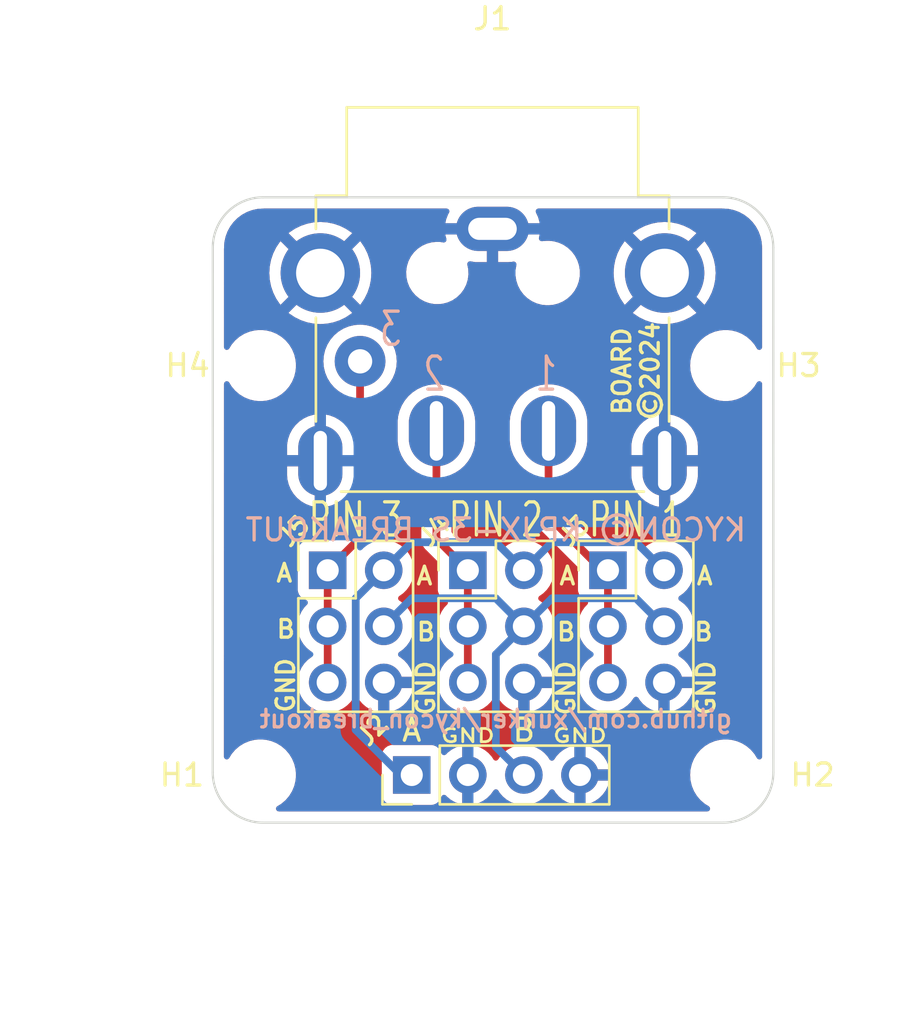
<source format=kicad_pcb>
(kicad_pcb (version 20211014) (generator pcbnew)

  (general
    (thickness 1.6)
  )

  (paper "A4")
  (layers
    (0 "F.Cu" signal)
    (31 "B.Cu" signal)
    (32 "B.Adhes" user "B.Adhesive")
    (33 "F.Adhes" user "F.Adhesive")
    (34 "B.Paste" user)
    (35 "F.Paste" user)
    (36 "B.SilkS" user "B.Silkscreen")
    (37 "F.SilkS" user "F.Silkscreen")
    (38 "B.Mask" user)
    (39 "F.Mask" user)
    (40 "Dwgs.User" user "User.Drawings")
    (41 "Cmts.User" user "User.Comments")
    (42 "Eco1.User" user "User.Eco1")
    (43 "Eco2.User" user "User.Eco2")
    (44 "Edge.Cuts" user)
    (45 "Margin" user)
    (46 "B.CrtYd" user "B.Courtyard")
    (47 "F.CrtYd" user "F.Courtyard")
    (48 "B.Fab" user)
    (49 "F.Fab" user)
    (50 "User.1" user)
    (51 "User.2" user)
    (52 "User.3" user)
    (53 "User.4" user)
    (54 "User.5" user)
    (55 "User.6" user)
    (56 "User.7" user)
    (57 "User.8" user)
    (58 "User.9" user)
  )

  (setup
    (stackup
      (layer "F.SilkS" (type "Top Silk Screen"))
      (layer "F.Paste" (type "Top Solder Paste"))
      (layer "F.Mask" (type "Top Solder Mask") (thickness 0.01))
      (layer "F.Cu" (type "copper") (thickness 0.035))
      (layer "dielectric 1" (type "core") (thickness 1.51) (material "FR4") (epsilon_r 4.5) (loss_tangent 0.02))
      (layer "B.Cu" (type "copper") (thickness 0.035))
      (layer "B.Mask" (type "Bottom Solder Mask") (thickness 0.01))
      (layer "B.Paste" (type "Bottom Solder Paste"))
      (layer "B.SilkS" (type "Bottom Silk Screen"))
      (copper_finish "None")
      (dielectric_constraints no)
    )
    (pad_to_mask_clearance 0)
    (grid_origin 137.033 76.073)
    (pcbplotparams
      (layerselection 0x00010fc_ffffffff)
      (disableapertmacros false)
      (usegerberextensions false)
      (usegerberattributes true)
      (usegerberadvancedattributes true)
      (creategerberjobfile true)
      (svguseinch false)
      (svgprecision 6)
      (excludeedgelayer true)
      (plotframeref false)
      (viasonmask false)
      (mode 1)
      (useauxorigin false)
      (hpglpennumber 1)
      (hpglpenspeed 20)
      (hpglpendiameter 15.000000)
      (dxfpolygonmode true)
      (dxfimperialunits true)
      (dxfusepcbnewfont true)
      (psnegative false)
      (psa4output false)
      (plotreference true)
      (plotvalue true)
      (plotinvisibletext false)
      (sketchpadsonfab false)
      (subtractmaskfromsilk false)
      (outputformat 1)
      (mirror false)
      (drillshape 0)
      (scaleselection 1)
      (outputdirectory "gerber/")
    )
  )

  (net 0 "")
  (net 1 "IN1")
  (net 2 "IN2")
  (net 3 "IN3")
  (net 4 "GND")
  (net 5 "OUTA")
  (net 6 "OUTB")

  (footprint "MountingHole:MountingHole_2.2mm_M2_DIN965" (layer "F.Cu") (at 126.492 84.455))

  (footprint "Connector_PinHeader_2.54mm:PinHeader_2x03_P2.54mm_Vertical" (layer "F.Cu") (at 129.54 93.726))

  (footprint "MountingHole:MountingHole_2.2mm_M2_DIN965" (layer "F.Cu") (at 147.574 84.455))

  (footprint "footprints:KPJX-3S" (layer "F.Cu") (at 137.0076 80.004))

  (footprint "Connector_PinHeader_2.54mm:PinHeader_1x04_P2.54mm_Vertical" (layer "F.Cu") (at 133.35 102.997 90))

  (footprint "Connector_PinHeader_2.54mm:PinHeader_2x03_P2.54mm_Vertical" (layer "F.Cu") (at 142.24 93.726))

  (footprint "MountingHole:MountingHole_2.2mm_M2_DIN965" (layer "F.Cu") (at 147.574 102.997))

  (footprint "MountingHole:MountingHole_2.2mm_M2_DIN965" (layer "F.Cu") (at 126.492 102.997))

  (footprint "Connector_PinHeader_2.54mm:PinHeader_2x03_P2.54mm_Vertical" (layer "F.Cu") (at 135.89 93.726))

  (gr_arc (start 149.734609 102.876433) (mid 149.06693 104.488321) (end 147.455042 105.156) (layer "Edge.Cuts") (width 0.1) (tstamp 0713167f-ddaa-4294-bb11-e7b6e69f0991))
  (gr_line (start 147.451825 76.835) (end 126.614175 76.835) (layer "Edge.Cuts") (width 0.1) (tstamp 66749c6a-b16f-43be-bab1-76caa7a8a44a))
  (gr_line (start 124.334608 79.114567) (end 124.331392 102.876433) (layer "Edge.Cuts") (width 0.1) (tstamp 755ad553-6d1c-4617-8f56-6e9d2cd4d51f))
  (gr_arc (start 126.610959 105.156) (mid 124.999071 104.488321) (end 124.331392 102.876433) (layer "Edge.Cuts") (width 0.1) (tstamp a5d4c6e5-cd2f-4de5-885f-4fe01715e4aa))
  (gr_line (start 126.610959 105.156) (end 147.455042 105.156) (layer "Edge.Cuts") (width 0.1) (tstamp c665bf8f-ade8-4a9d-95ae-f4e3ccaa66bf))
  (gr_arc (start 124.334608 79.114567) (mid 125.002287 77.502679) (end 126.614175 76.835) (layer "Edge.Cuts") (width 0.1) (tstamp db3a5d0c-f6e4-4f1e-87f6-6b081934ccda))
  (gr_arc (start 147.451825 76.835) (mid 149.063734 77.502668) (end 149.731392 79.114567) (layer "Edge.Cuts") (width 0.1) (tstamp ea57b376-2a82-4fac-9f3d-2d0fddd2042f))
  (gr_line (start 149.734609 102.876433) (end 149.731392 79.114567) (layer "Edge.Cuts") (width 0.1) (tstamp f23aaf25-de61-4f0e-9770-0b4e07746fe6))
  (gr_text "github.com/xunker/kycon_breakout" (at 137.16 100.457) (layer "B.SilkS") (tstamp 1ecc31eb-49eb-432b-92d7-1d86bfaeaf99)
    (effects (font (size 0.8 0.8) (thickness 0.15)) (justify mirror))
  )
  (gr_text "KYCON© KPJX-3S BREAKOUT" (at 137.16 91.8972) (layer "B.SilkS") (tstamp 535904dc-94c1-4efa-90d8-eca0523a8c5c)
    (effects (font (size 1 1) (thickness 0.15)) (justify mirror))
  )
  (gr_text "3" (at 131.826 82.804) (layer "B.SilkS") (tstamp 555ed9f5-d29b-496a-9c66-4ba014a5c3e8)
    (effects (font (size 1.5 1) (thickness 0.15)) (justify right mirror))
  )
  (gr_text "1" (at 139.446 84.836) (layer "B.SilkS") (tstamp 92cfd9b4-48bc-4349-8bac-587eb230a7ac)
    (effects (font (size 1.5 1) (thickness 0.15)) (justify mirror))
  )
  (gr_text "2" (at 134.366 84.836) (layer "B.SilkS") (tstamp e9834c46-7642-4874-b88c-104f7cad0683)
    (effects (font (size 1.5 1) (thickness 0.15)) (justify mirror))
  )
  (gr_text "A" (at 128.016 93.853) (layer "F.SilkS") (tstamp 3a422b1a-24d5-440b-9640-eeef6e1656dd)
    (effects (font (size 0.8 0.8) (thickness 0.15)) (justify right))
  )
  (gr_text "B" (at 147.066 96.52) (layer "F.SilkS") (tstamp 41e2b1b4-f368-4d46-9136-5bccc46c157b)
    (effects (font (size 0.8 0.8) (thickness 0.15)) (justify right))
  )
  (gr_text "A" (at 147.066 93.98) (layer "F.SilkS") (tstamp 54227db2-79e3-4f57-a3cf-525e23afacf0)
    (effects (font (size 0.8 0.8) (thickness 0.15)) (justify right))
  )
  (gr_text "A" (at 133.35 100.965) (layer "F.SilkS") (tstamp 54c534be-6009-49ef-a237-050f14287b78)
    (effects (font (size 1 1) (thickness 0.15)))
  )
  (gr_text "PIN 2" (at 137.16 91.44) (layer "F.SilkS") (tstamp 5787bbe7-0038-485a-af1a-a046d7b6eca8)
    (effects (font (size 1.5 1) (thickness 0.15)))
  )
  (gr_text "PIN 3" (at 130.81 91.44) (layer "F.SilkS") (tstamp 62535fe6-3471-465a-8dea-69a74241883a)
    (effects (font (size 1.5 1) (thickness 0.15)))
  )
  (gr_text "B" (at 140.843 96.52) (layer "F.SilkS") (tstamp 6b5ce5e4-4de4-4b1c-805e-ba7eaf6e679d)
    (effects (font (size 0.8 0.8) (thickness 0.15)) (justify right))
  )
  (gr_text "GND" (at 140.97 101.219) (layer "F.SilkS") (tstamp 8c478b8f-2e77-473c-ba8c-4028e2f60fc1)
    (effects (font (size 0.6 0.8) (thickness 0.125)))
  )
  (gr_text "A" (at 134.366 93.98) (layer "F.SilkS") (tstamp 8e93689b-ac03-4021-9b40-0a5852e3d5b3)
    (effects (font (size 0.8 0.8) (thickness 0.15)) (justify right))
  )
  (gr_text "B" (at 138.43 100.965) (layer "F.SilkS") (tstamp 9907597a-a4e9-4d33-8d3a-f18c51ebeb29)
    (effects (font (size 1 1) (thickness 0.15)))
  )
  (gr_text "GND" (at 133.985 99.06 90) (layer "F.SilkS") (tstamp 9acb84b9-86f4-40da-aa93-32a82fc9b558)
    (effects (font (size 0.8 0.8) (thickness 0.15)))
  )
  (gr_text "BOARD\n©2024" (at 143.51 84.709 90) (layer "F.SilkS") (tstamp 9da66b82-0490-4314-8b76-d622a40ca975)
    (effects (font (size 0.8 0.8) (thickness 0.15)))
  )
  (gr_text "GND" (at 135.89 101.219) (layer "F.SilkS") (tstamp bf09a816-a645-409f-a73c-f48870898276)
    (effects (font (size 0.6 0.8) (thickness 0.125)))
  )
  (gr_text "A" (at 140.843 93.98) (layer "F.SilkS") (tstamp c57291bf-c0e8-4323-ba67-fe16addda0ef)
    (effects (font (size 0.8 0.8) (thickness 0.15)) (justify right))
  )
  (gr_text "GND" (at 146.685 99.06 90) (layer "F.SilkS") (tstamp c8ce1595-e9e8-4ff8-ba18-dce997364c74)
    (effects (font (size 0.8 0.8) (thickness 0.15)))
  )
  (gr_text "GND" (at 127.635 98.933 90) (layer "F.SilkS") (tstamp ca6424c4-bfa8-4a2e-9443-f9233b934d06)
    (effects (font (size 0.8 0.8) (thickness 0.15)))
  )
  (gr_text "B" (at 134.493 96.52) (layer "F.SilkS") (tstamp ce5880d4-50b5-48e8-921b-4a6dc9c40073)
    (effects (font (size 0.8 0.8) (thickness 0.15)) (justify right))
  )
  (gr_text "GND" (at 140.335 99.06 90) (layer "F.SilkS") (tstamp d15d9dd0-7a7f-4724-8e21-e372c106dfeb)
    (effects (font (size 0.8 0.8) (thickness 0.15)))
  )
  (gr_text "B" (at 128.143 96.393) (layer "F.SilkS") (tstamp d7730612-f375-42fb-8f28-81ef4e9957be)
    (effects (font (size 0.8 0.8) (thickness 0.15)) (justify right))
  )
  (gr_text "PIN 1" (at 143.51 91.44) (layer "F.SilkS") (tstamp deb273ca-4bf5-4921-b6b0-fbf8253f8beb)
    (effects (font (size 1.5 1) (thickness 0.15)))
  )
  (dimension (type aligned) (layer "Dwgs.User") (tstamp 3fa722b7-cb75-4c94-93e9-d87e3d66873d)
    (pts (xy 147.574 102.997) (xy 126.492 102.997))
    (height -6.604)
    (gr_text "21.0820 mm" (at 137.033 108.451) (layer "Dwgs.User") (tstamp 54133605-d815-4d47-89d4-3bf33be060a9)
      (effects (font (size 1 1) (thickness 0.15)))
    )
    (format (units 3) (units_format 1) (precision 4))
    (style (thickness 0.15) (arrow_length 1.27) (text_position_mode 0) (extension_height 0.58642) (extension_offset 0.5) keep_text_aligned)
  )
  (dimension (type aligned) (layer "Dwgs.User") (tstamp c517668e-fcb2-4bbb-8c83-d298a8128eb0)
    (pts (xy 126.492 84.455) (xy 126.492 102.997))
    (height 5.715)
    (gr_text "18.5420 mm" (at 119.627 93.726 90) (layer "Dwgs.User") (tstamp 06a467f3-655a-4508-a92e-84e85f674c38)
      (effects (font (size 1 1) (thickness 0.15)))
    )
    (format (units 3) (units_format 1) (precision 4))
    (style (thickness 0.15) (arrow_length 1.27) (text_position_mode 0) (extension_height 0.58642) (extension_offset 0.5) keep_text_aligned)
  )
  (dimension (type aligned) (layer "Cmts.User") (tstamp b6d3a6cd-daff-4e65-a34a-1ea149788ac8)
    (pts (xy 150.114 76.835) (xy 150.114 105.156))
    (height -1.905)
    (gr_text "28.3210 mm" (at 150.869 90.9955 90) (layer "Cmts.User") (tstamp b6d3a6cd-daff-4e65-a34a-1ea149788ac8)
      (effects (font (size 1 1) (thickness 0.15)))
    )
    (format (units 3) (units_format 1) (precision 4))
    (style (thickness 0.15) (arrow_length 1.27) (text_position_mode 0) (extension_height 0.58642) (extension_offset 0.5) keep_text_aligned)
  )
  (dimension (type aligned) (layer "Cmts.User") (tstamp d0c1a7bf-b814-4dad-aca0-641912a32012)
    (pts (xy 124.206 104.902) (xy 150.114 104.902))
    (height 2.54)
    (gr_text "25.9080 mm" (at 137.16 106.292) (layer "Cmts.User") (tstamp d0c1a7bf-b814-4dad-aca0-641912a32012)
      (effects (font (size 1 1) (thickness 0.15)))
    )
    (format (units 3) (units_format 1) (precision 4))
    (style (thickness 0.15) (arrow_length 1.27) (text_position_mode 0) (extension_height 0.58642) (extension_offset 0.5) keep_text_aligned)
  )

  (segment (start 141.986 93.726) (end 142.24 93.726) (width 0.35) (layer "F.Cu") (net 1) (tstamp 0e7805a7-947d-4328-86a7-af4cb49cc98d))
  (segment (start 139.5476 91.2876) (end 141.986 93.726) (width 0.35) (layer "F.Cu") (net 1) (tstamp 0f0948db-3512-40aa-917a-957bcda94830))
  (segment (start 142.24 93.726) (end 142.24 96.266) (width 0.35) (layer "F.Cu") (net 1) (tstamp 60cdadde-8aec-4e7b-96e6-9eec43630216))
  (segment (start 142.24 96.266) (end 142.24 98.806) (width 0.35) (layer "F.Cu") (net 1) (tstamp 8fcf6978-4b9e-4753-957a-bff7b5edecde))
  (segment (start 139.5476 87.414) (end 139.5476 91.2876) (width 0.35) (layer "F.Cu") (net 1) (tstamp f695069c-d0e7-4f55-ab69-fb7f14ff65af))
  (segment (start 134.4676 87.414) (end 134.4676 92.3036) (width 0.35) (layer "F.Cu") (net 2) (tstamp 11aee30c-db69-45d0-be19-8dbaa64334a9))
  (segment (start 135.89 93.726) (end 135.89 98.806) (width 0.35) (layer "F.Cu") (net 2) (tstamp 71326667-df02-42f9-81e3-1d88e6a1ffcb))
  (segment (start 134.4676 92.3036) (end 135.89 93.726) (width 0.35) (layer "F.Cu") (net 2) (tstamp a3220558-bfd7-43fe-b45a-267ecdc4afbb))
  (segment (start 129.54 93.726) (end 131.0076 92.2584) (width 0.35) (layer "F.Cu") (net 3) (tstamp 053ad664-605f-40f3-a8e4-50b197952fef))
  (segment (start 129.54 93.726) (end 129.54 98.806) (width 0.35) (layer "F.Cu") (net 3) (tstamp 0a102166-40de-405c-b6af-5f8412f4d385))
  (segment (start 131.0076 92.2584) (end 131.0076 84.264) (width 0.35) (layer "F.Cu") (net 3) (tstamp 98b82751-a817-4590-b81e-26a635a03da0))
  (segment (start 143.51 92.456) (end 144.78 93.726) (width 0.35) (layer "B.Cu") (net 5) (tstamp 027f4eb2-284e-4bac-b3dd-b2a73b71d7d9))
  (segment (start 139.7 92.456) (end 143.51 92.456) (width 0.35) (layer "B.Cu") (net 5) (tstamp 07d763d7-c2c9-45e4-afef-c26f3040e34c))
  (segment (start 132.852 102.997) (end 133.35 102.997) (width 0.35) (layer "B.Cu") (net 5) (tstamp 29ee4ba0-b412-4314-9bb4-e26dfe518053))
  (segment (start 130.81 100.955) (end 132.852 102.997) (width 0.35) (layer "B.Cu") (net 5) (tstamp 2d77fda4-348d-4156-be22-52c0bb065d39))
  (segment (start 132.08 93.726) (end 130.81 94.996) (width 0.35) (layer "B.Cu") (net 5) (tstamp 457d0c8a-7a0d-49f4-a72a-b5638d976285))
  (segment (start 133.35 92.456) (end 137.16 92.456) (width 0.35) (layer "B.Cu") (net 5) (tstamp 4bad8d4c-a409-4daa-b89f-ab0732a2ba17))
  (segment (start 132.08 93.726) (end 133.35 92.456) (width 0.35) (layer "B.Cu") (net 5) (tstamp 4eb42fba-851f-4b3f-849c-a17b3e219781))
  (segment (start 137.16 92.456) (end 138.43 93.726) (width 0.35) (layer "B.Cu") (net 5) (tstamp 7915356b-6d71-4770-aac0-968940b1edcb))
  (segment (start 130.81 94.996) (end 130.81 100.955) (width 0.35) (layer "B.Cu") (net 5) (tstamp 83ac9bcb-52b9-4b3d-a730-66554cacf3cf))
  (segment (start 138.43 93.726) (end 139.7 92.456) (width 0.35) (layer "B.Cu") (net 5) (tstamp b8f76583-f5c9-439c-9bbb-1a812f1871c1))
  (segment (start 132.08 96.266) (end 133.35 94.996) (width 0.35) (layer "B.Cu") (net 6) (tstamp 055a2a74-603f-4b08-9e26-20e5b35b381c))
  (segment (start 138.43 96.266) (end 139.7 94.996) (width 0.35) (layer "B.Cu") (net 6) (tstamp 1ddb40fe-3a2a-441e-978f-bd880d7d4d1a))
  (segment (start 137.16 94.996) (end 138.43 96.266) (width 0.35) (layer "B.Cu") (net 6) (tstamp 58460eb7-5c0e-4a12-93d5-77ff79df9ba9))
  (segment (start 139.7 94.996) (end 143.51 94.996) (width 0.35) (layer "B.Cu") (net 6) (tstamp b0bbf6c2-81e3-42af-80e8-32cba55cbb39))
  (segment (start 137.16 101.727) (end 138.43 102.997) (width 0.35) (layer "B.Cu") (net 6) (tstamp b239583f-12ce-4746-b947-bbf839e91268))
  (segment (start 137.16 97.536) (end 137.16 101.727) (width 0.35) (layer "B.Cu") (net 6) (tstamp bf92bc8c-1842-4dc0-b1e9-5dba9bb4442d))
  (segment (start 138.43 96.266) (end 137.16 97.536) (width 0.35) (layer "B.Cu") (net 6) (tstamp c3857ad9-4fdb-46fd-ae13-4222396ef96a))
  (segment (start 133.35 94.996) (end 137.16 94.996) (width 0.35) (layer "B.Cu") (net 6) (tstamp c4e587f7-c30c-42c6-8720-beafd44132cb))
  (segment (start 143.51 94.996) (end 144.78 96.266) (width 0.35) (layer "B.Cu") (net 6) (tstamp cb8dd293-8dd5-4522-ba64-ffa8a4780ff5))

  (zone (net 4) (net_name "GND") (layers F&B.Cu) (tstamp e4d98906-9272-4820-8d4f-dc776f61d6a2) (hatch edge 0.508)
    (connect_pads (clearance 0.508))
    (min_thickness 0.254) (filled_areas_thickness no)
    (fill yes (thermal_gap 0.508) (thermal_bridge_width 0.508))
    (polygon
      (pts
        (xy 154.94 114.3)
        (xy 116.84 114.3)
        (xy 116.84 71.12)
        (xy 154.94 71.12)
      )
    )
    (filled_polygon
      (layer "F.Cu")
      (pts
        (xy 134.99749 77.363502)
        (xy 135.043983 77.417158)
        (xy 135.054087 77.487432)
        (xy 135.038268 77.53288)
        (xy 134.995759 77.605919)
        (xy 134.991397 77.615024)
        (xy 134.908063 77.832115)
        (xy 134.905212 77.841804)
        (xy 134.873779 77.992264)
        (xy 134.874902 78.006325)
        (xy 134.88501 78.01)
        (xy 139.12819 78.01)
        (xy 139.142276 78.005864)
        (xy 139.144325 77.992886)
        (xy 139.142275 77.97517)
        (xy 139.140315 77.965273)
        (xy 139.076996 77.741506)
        (xy 139.073484 77.732062)
        (xy 138.97588 77.52275)
        (xy 138.965219 77.452558)
        (xy 138.994199 77.387746)
        (xy 139.053619 77.348889)
        (xy 139.090075 77.3435)
        (xy 147.402454 77.3435)
        (xy 147.421842 77.345001)
        (xy 147.436666 77.34731)
        (xy 147.436675 77.34731)
        (xy 147.445543 77.348691)
        (xy 147.460801 77.346696)
        (xy 147.48612 77.345953)
        (xy 147.694877 77.360886)
        (xy 147.712667 77.363445)
        (xy 147.758971 77.373518)
        (xy 147.941965 77.413329)
        (xy 147.959215 77.418394)
        (xy 148.179083 77.500405)
        (xy 148.195435 77.507873)
        (xy 148.374987 77.605919)
        (xy 148.401392 77.620338)
        (xy 148.416516 77.630058)
        (xy 148.604371 77.77069)
        (xy 148.617955 77.782461)
        (xy 148.783889 77.948402)
        (xy 148.795652 77.961977)
        (xy 148.828504 78.005864)
        (xy 148.936282 78.149845)
        (xy 148.946001 78.16497)
        (xy 149.058456 78.370929)
        (xy 149.065924 78.387281)
        (xy 149.147927 78.607156)
        (xy 149.152991 78.624406)
        (xy 149.20278 78.853306)
        (xy 149.202866 78.853703)
        (xy 149.205423 78.871493)
        (xy 149.214002 78.991495)
        (xy 149.219869 79.073558)
        (xy 149.219168 79.090433)
        (xy 149.219193 79.090433)
        (xy 149.219083 79.099402)
        (xy 149.217701 79.108276)
        (xy 149.218865 79.117179)
        (xy 149.218865 79.11718)
        (xy 149.221835 79.139897)
        (xy 149.222898 79.156214)
        (xy 149.223002 79.924837)
        (xy 149.223488 83.508729)
        (xy 149.223503 83.621486)
        (xy 149.20351 83.689609)
        (xy 149.149861 83.73611)
        (xy 149.079588 83.746223)
        (xy 149.015003 83.716739)
        (xy 148.99007 83.687338)
        (xy 148.88191 83.510838)
        (xy 148.879328 83.506624)
        (xy 148.714898 83.314102)
        (xy 148.522376 83.149672)
        (xy 148.306502 83.017384)
        (xy 148.301932 83.015491)
        (xy 148.301928 83.015489)
        (xy 148.077164 82.922389)
        (xy 148.077162 82.922388)
        (xy 148.072591 82.920495)
        (xy 147.987968 82.900179)
        (xy 147.831216 82.862546)
        (xy 147.83121 82.862545)
        (xy 147.826403 82.861391)
        (xy 147.726584 82.853535)
        (xy 147.639655 82.846693)
        (xy 147.639648 82.846693)
        (xy 147.637199 82.8465)
        (xy 147.510801 82.8465)
        (xy 147.508352 82.846693)
        (xy 147.508345 82.846693)
        (xy 147.421416 82.853535)
        (xy 147.321597 82.861391)
        (xy 147.31679 82.862545)
        (xy 147.316784 82.862546)
        (xy 147.160032 82.900179)
        (xy 147.075409 82.920495)
        (xy 147.070838 82.922388)
        (xy 147.070836 82.922389)
        (xy 146.846072 83.015489)
        (xy 146.846068 83.015491)
        (xy 146.841498 83.017384)
        (xy 146.625624 83.149672)
        (xy 146.433102 83.314102)
        (xy 146.268672 83.506624)
        (xy 146.136384 83.722498)
        (xy 146.134491 83.727068)
        (xy 146.134489 83.727072)
        (xy 146.126411 83.746574)
        (xy 146.039495 83.956409)
        (xy 145.980391 84.202597)
        (xy 145.960526 84.455)
        (xy 145.980391 84.707403)
        (xy 146.039495 84.953591)
        (xy 146.041388 84.958162)
        (xy 146.041389 84.958164)
        (xy 146.066701 85.019271)
        (xy 146.136384 85.187502)
        (xy 146.268672 85.403376)
        (xy 146.433102 85.595898)
        (xy 146.625624 85.760328)
        (xy 146.841498 85.892616)
        (xy 146.846068 85.894509)
        (xy 146.846072 85.894511)
        (xy 147.070836 85.987611)
        (xy 147.075409 85.989505)
        (xy 147.160032 86.009821)
        (xy 147.316784 86.047454)
        (xy 147.31679 86.047455)
        (xy 147.321597 86.048609)
        (xy 147.421416 86.056465)
        (xy 147.508345 86.063307)
        (xy 147.508352 86.063307)
        (xy 147.510801 86.0635)
        (xy 147.637199 86.0635)
        (xy 147.639648 86.063307)
        (xy 147.639655 86.063307)
        (xy 147.726584 86.056465)
        (xy 147.826403 86.048609)
        (xy 147.83121 86.047455)
        (xy 147.831216 86.047454)
        (xy 147.987968 86.009821)
        (xy 148.072591 85.989505)
        (xy 148.077164 85.987611)
        (xy 148.301928 85.894511)
        (xy 148.301932 85.894509)
        (xy 148.306502 85.892616)
        (xy 148.522376 85.760328)
        (xy 148.714898 85.595898)
        (xy 148.879328 85.403376)
        (xy 148.990296 85.222293)
        (xy 149.042943 85.174663)
        (xy 149.112984 85.163056)
        (xy 149.178182 85.191159)
        (xy 149.217836 85.250049)
        (xy 149.223728 85.288112)
        (xy 149.226013 102.167583)
        (xy 149.20602 102.235706)
        (xy 149.152371 102.282207)
        (xy 149.082098 102.29232)
        (xy 149.017513 102.262836)
        (xy 148.992582 102.233437)
        (xy 148.879328 102.048624)
        (xy 148.714898 101.856102)
        (xy 148.522376 101.691672)
        (xy 148.306502 101.559384)
        (xy 148.301932 101.557491)
        (xy 148.301928 101.557489)
        (xy 148.077164 101.464389)
        (xy 148.077162 101.464388)
        (xy 148.072591 101.462495)
        (xy 147.987968 101.442179)
        (xy 147.831216 101.404546)
        (xy 147.83121 101.404545)
        (xy 147.826403 101.403391)
        (xy 147.726584 101.395535)
        (xy 147.639655 101.388693)
        (xy 147.639648 101.388693)
        (xy 147.637199 101.3885)
        (xy 147.510801 101.3885)
        (xy 147.508352 101.388693)
        (xy 147.508345 101.388693)
        (xy 147.421416 101.395535)
        (xy 147.321597 101.403391)
        (xy 147.31679 101.404545)
        (xy 147.316784 101.404546)
        (xy 147.160032 101.442179)
        (xy 147.075409 101.462495)
        (xy 147.070838 101.464388)
        (xy 147.070836 101.464389)
        (xy 146.846072 101.557489)
        (xy 146.846068 101.557491)
        (xy 146.841498 101.559384)
        (xy 146.625624 101.691672)
        (xy 146.433102 101.856102)
        (xy 146.268672 102.048624)
        (xy 146.136384 102.264498)
        (xy 146.134491 102.269068)
        (xy 146.134489 102.269072)
        (xy 146.097731 102.357814)
        (xy 146.039495 102.498409)
        (xy 145.980391 102.744597)
        (xy 145.960526 102.997)
        (xy 145.980391 103.249403)
        (xy 145.981545 103.25421)
        (xy 145.981546 103.254216)
        (xy 146.01766 103.404639)
        (xy 146.039495 103.495591)
        (xy 146.041388 103.500162)
        (xy 146.041389 103.500164)
        (xy 146.125415 103.70302)
        (xy 146.136384 103.729502)
        (xy 146.268672 103.945376)
        (xy 146.433102 104.137898)
        (xy 146.625624 104.302328)
        (xy 146.704343 104.350567)
        (xy 146.807965 104.414067)
        (xy 146.855596 104.466715)
        (xy 146.867203 104.536756)
        (xy 146.8391 104.601954)
        (xy 146.780209 104.641608)
        (xy 146.74213 104.6475)
        (xy 127.32387 104.6475)
        (xy 127.255749 104.627498)
        (xy 127.209256 104.573842)
        (xy 127.199152 104.503568)
        (xy 127.228646 104.438988)
        (xy 127.258035 104.414067)
        (xy 127.361657 104.350567)
        (xy 127.440376 104.302328)
        (xy 127.632898 104.137898)
        (xy 127.797328 103.945376)
        (xy 127.828116 103.895134)
        (xy 131.9915 103.895134)
        (xy 131.998255 103.957316)
        (xy 132.049385 104.093705)
        (xy 132.136739 104.210261)
        (xy 132.253295 104.297615)
        (xy 132.389684 104.348745)
        (xy 132.451866 104.3555)
        (xy 134.248134 104.3555)
        (xy 134.310316 104.348745)
        (xy 134.446705 104.297615)
        (xy 134.563261 104.210261)
        (xy 134.650615 104.093705)
        (xy 134.694798 103.975848)
        (xy 134.73744 103.919084)
        (xy 134.804001 103.894384)
        (xy 134.87335 103.909592)
        (xy 134.908017 103.93758)
        (xy 134.933218 103.966673)
        (xy 134.94058 103.973883)
        (xy 135.104434 104.109916)
        (xy 135.112881 104.115831)
        (xy 135.296756 104.223279)
        (xy 135.306042 104.227729)
        (xy 135.505001 104.303703)
        (xy 135.514899 104.306579)
        (xy 135.61825 104.327606)
        (xy 135.632299 104.32641)
        (xy 135.636 104.316065)
        (xy 135.636 104.315517)
        (xy 136.144 104.315517)
        (xy 136.148064 104.329359)
        (xy 136.161478 104.331393)
        (xy 136.168184 104.330534)
        (xy 136.178262 104.328392)
        (xy 136.382255 104.267191)
        (xy 136.391842 104.263433)
        (xy 136.583095 104.169739)
        (xy 136.591945 104.164464)
        (xy 136.765328 104.040792)
        (xy 136.7732 104.034139)
        (xy 136.924052 103.883812)
        (xy 136.93073 103.875965)
        (xy 137.058022 103.698819)
        (xy 137.059279 103.699722)
        (xy 137.106373 103.656362)
        (xy 137.176311 103.644145)
        (xy 137.241751 103.671678)
        (xy 137.269579 103.703511)
        (xy 137.329987 103.802088)
        (xy 137.47625 103.970938)
        (xy 137.648126 104.113632)
        (xy 137.841 104.226338)
        (xy 138.049692 104.30603)
        (xy 138.05476 104.307061)
        (xy 138.054763 104.307062)
        (xy 138.149862 104.32641)
        (xy 138.268597 104.350567)
        (xy 138.273772 104.350757)
        (xy 138.273774 104.350757)
        (xy 138.486673 104.358564)
        (xy 138.486677 104.358564)
        (xy 138.491837 104.358753)
        (xy 138.496957 104.358097)
        (xy 138.496959 104.358097)
        (xy 138.708288 104.331025)
        (xy 138.708289 104.331025)
        (xy 138.713416 104.330368)
        (xy 138.718366 104.328883)
        (xy 138.922429 104.267661)
        (xy 138.922434 104.267659)
        (xy 138.927384 104.266174)
        (xy 139.127994 104.167896)
        (xy 139.30986 104.038173)
        (xy 139.468096 103.880489)
        (xy 139.598453 103.699077)
        (xy 139.59964 103.69993)
        (xy 139.64696 103.656362)
        (xy 139.716897 103.644145)
        (xy 139.782338 103.671678)
        (xy 139.810166 103.703511)
        (xy 139.867694 103.797388)
        (xy 139.873777 103.805699)
        (xy 140.013213 103.966667)
        (xy 140.02058 103.973883)
        (xy 140.184434 104.109916)
        (xy 140.192881 104.115831)
        (xy 140.376756 104.223279)
        (xy 140.386042 104.227729)
        (xy 140.585001 104.303703)
        (xy 140.594899 104.306579)
        (xy 140.69825 104.327606)
        (xy 140.712299 104.32641)
        (xy 140.716 104.316065)
        (xy 140.716 104.315517)
        (xy 141.224 104.315517)
        (xy 141.228064 104.329359)
        (xy 141.241478 104.331393)
        (xy 141.248184 104.330534)
        (xy 141.258262 104.328392)
        (xy 141.462255 104.267191)
        (xy 141.471842 104.263433)
        (xy 141.663095 104.169739)
        (xy 141.671945 104.164464)
        (xy 141.845328 104.040792)
        (xy 141.8532 104.034139)
        (xy 142.004052 103.883812)
        (xy 142.01073 103.875965)
        (xy 142.135003 103.70302)
        (xy 142.140313 103.694183)
        (xy 142.23467 103.503267)
        (xy 142.238469 103.493672)
        (xy 142.300377 103.28991)
        (xy 142.302555 103.279837)
        (xy 142.303986 103.268962)
        (xy 142.301775 103.254778)
        (xy 142.288617 103.251)
        (xy 141.242115 103.251)
        (xy 141.226876 103.255475)
        (xy 141.225671 103.256865)
        (xy 141.224 103.264548)
        (xy 141.224 104.315517)
        (xy 140.716 104.315517)
        (xy 140.716 102.724885)
        (xy 141.224 102.724885)
        (xy 141.228475 102.740124)
        (xy 141.229865 102.741329)
        (xy 141.237548 102.743)
        (xy 142.288344 102.743)
        (xy 142.301875 102.739027)
        (xy 142.30318 102.729947)
        (xy 142.261214 102.562875)
        (xy 142.257894 102.553124)
        (xy 142.172972 102.357814)
        (xy 142.168105 102.348739)
        (xy 142.052426 102.169926)
        (xy 142.046136 102.161757)
        (xy 141.902806 102.00424)
        (xy 141.895273 101.997215)
        (xy 141.728139 101.865222)
        (xy 141.719552 101.859517)
        (xy 141.533117 101.756599)
        (xy 141.523705 101.752369)
        (xy 141.322959 101.68128)
        (xy 141.312988 101.678646)
        (xy 141.241837 101.665972)
        (xy 141.22854 101.667432)
        (xy 141.224 101.681989)
        (xy 141.224 102.724885)
        (xy 140.716 102.724885)
        (xy 140.716 101.680102)
        (xy 140.712082 101.666758)
        (xy 140.697806 101.664771)
        (xy 140.659324 101.67066)
        (xy 140.649288 101.673051)
        (xy 140.446868 101.739212)
        (xy 140.437359 101.743209)
        (xy 140.248463 101.841542)
        (xy 140.239738 101.847036)
        (xy 140.069433 101.974905)
        (xy 140.061726 101.981748)
        (xy 139.91459 102.135717)
        (xy 139.908109 102.143722)
        (xy 139.803498 102.297074)
        (xy 139.748587 102.342076)
        (xy 139.678062 102.350247)
        (xy 139.614315 102.318993)
        (xy 139.593618 102.294509)
        (xy 139.512822 102.169617)
        (xy 139.51282 102.169614)
        (xy 139.510014 102.165277)
        (xy 139.35967 102.000051)
        (xy 139.355619 101.996852)
        (xy 139.355615 101.996848)
        (xy 139.188414 101.8648)
        (xy 139.18841 101.864798)
        (xy 139.184359 101.861598)
        (xy 139.148028 101.841542)
        (xy 139.132136 101.832769)
        (xy 138.988789 101.753638)
        (xy 138.98392 101.751914)
        (xy 138.983916 101.751912)
        (xy 138.783087 101.680795)
        (xy 138.783083 101.680794)
        (xy 138.778212 101.679069)
        (xy 138.773119 101.678162)
        (xy 138.773116 101.678161)
        (xy 138.563373 101.6408)
        (xy 138.563367 101.640799)
        (xy 138.558284 101.639894)
        (xy 138.484452 101.638992)
        (xy 138.340081 101.637228)
        (xy 138.340079 101.637228)
        (xy 138.334911 101.637165)
        (xy 138.114091 101.670955)
        (xy 137.901756 101.740357)
        (xy 137.703607 101.843507)
        (xy 137.699474 101.84661)
        (xy 137.699471 101.846612)
        (xy 137.5291 101.97453)
        (xy 137.524965 101.977635)
        (xy 137.370629 102.139138)
        (xy 137.367715 102.14341)
        (xy 137.367714 102.143411)
        (xy 137.262898 102.297066)
        (xy 137.207987 102.342069)
        (xy 137.137462 102.35024)
        (xy 137.073715 102.318986)
        (xy 137.053018 102.294502)
        (xy 136.972426 102.169926)
        (xy 136.966136 102.161757)
        (xy 136.822806 102.00424)
        (xy 136.815273 101.997215)
        (xy 136.648139 101.865222)
        (xy 136.639552 101.859517)
        (xy 136.453117 101.756599)
        (xy 136.443705 101.752369)
        (xy 136.242959 101.68128)
        (xy 136.232988 101.678646)
        (xy 136.161837 101.665972)
        (xy 136.14854 101.667432)
        (xy 136.144 101.681989)
        (xy 136.144 104.315517)
        (xy 135.636 104.315517)
        (xy 135.636 101.680102)
        (xy 135.632082 101.666758)
        (xy 135.617806 101.664771)
        (xy 135.579324 101.67066)
        (xy 135.569288 101.673051)
        (xy 135.366868 101.739212)
        (xy 135.357359 101.743209)
        (xy 135.168463 101.841542)
        (xy 135.159738 101.847036)
        (xy 134.989433 101.974905)
        (xy 134.981726 101.981748)
        (xy 134.904478 102.062584)
        (xy 134.842954 102.098014)
        (xy 134.772042 102.094557)
        (xy 134.714255 102.053311)
        (xy 134.695402 102.019763)
        (xy 134.653767 101.908703)
        (xy 134.650615 101.900295)
        (xy 134.563261 101.783739)
        (xy 134.446705 101.696385)
        (xy 134.310316 101.645255)
        (xy 134.248134 101.6385)
        (xy 132.451866 101.6385)
        (xy 132.389684 101.645255)
        (xy 132.253295 101.696385)
        (xy 132.136739 101.783739)
        (xy 132.049385 101.900295)
        (xy 131.998255 102.036684)
        (xy 131.9915 102.098866)
        (xy 131.9915 103.895134)
        (xy 127.828116 103.895134)
        (xy 127.929616 103.729502)
        (xy 127.940586 103.70302)
        (xy 128.024611 103.500164)
        (xy 128.024612 103.500162)
        (xy 128.026505 103.495591)
        (xy 128.04834 103.404639)
        (xy 128.084454 103.254216)
        (xy 128.084455 103.25421)
        (xy 128.085609 103.249403)
        (xy 128.105474 102.997)
        (xy 128.085609 102.744597)
        (xy 128.026505 102.498409)
        (xy 127.968269 102.357814)
        (xy 127.931511 102.269072)
        (xy 127.931509 102.269068)
        (xy 127.929616 102.264498)
        (xy 127.797328 102.048624)
        (xy 127.632898 101.856102)
        (xy 127.440376 101.691672)
        (xy 127.224502 101.559384)
        (xy 127.219932 101.557491)
        (xy 127.219928 101.557489)
        (xy 126.995164 101.464389)
        (xy 126.995162 101.464388)
        (xy 126.990591 101.462495)
        (xy 126.905968 101.442179)
        (xy 126.749216 101.404546)
        (xy 126.74921 101.404545)
        (xy 126.744403 101.403391)
        (xy 126.644584 101.395535)
        (xy 126.557655 101.388693)
        (xy 126.557648 101.388693)
        (xy 126.555199 101.3885)
        (xy 126.428801 101.3885)
        (xy 126.426352 101.388693)
        (xy 126.426345 101.388693)
        (xy 126.339416 101.395535)
        (xy 126.239597 101.403391)
        (xy 126.23479 101.404545)
        (xy 126.234784 101.404546)
        (xy 126.078032 101.442179)
        (xy 125.993409 101.462495)
        (xy 125.988838 101.464388)
        (xy 125.988836 101.464389)
        (xy 125.764072 101.557489)
        (xy 125.764068 101.557491)
        (xy 125.759498 101.559384)
        (xy 125.543624 101.691672)
        (xy 125.351102 101.856102)
        (xy 125.186672 102.048624)
        (xy 125.158524 102.094557)
        (xy 125.073421 102.233432)
        (xy 125.020773 102.281063)
        (xy 124.950731 102.29267)
        (xy 124.885534 102.264567)
        (xy 124.84588 102.205676)
        (xy 124.839988 102.16758)
        (xy 124.839989 102.165277)
        (xy 124.840448 98.772695)
        (xy 128.177251 98.772695)
        (xy 128.19011 98.995715)
        (xy 128.191247 99.000761)
        (xy 128.191248 99.000767)
        (xy 128.204597 99.06)
        (xy 128.239222 99.213639)
        (xy 128.323266 99.420616)
        (xy 128.439987 99.611088)
        (xy 128.58625 99.779938)
        (xy 128.758126 99.922632)
        (xy 128.951 100.035338)
        (xy 129.159692 100.11503)
        (xy 129.16476 100.116061)
        (xy 129.164763 100.116062)
        (xy 129.259862 100.13541)
        (xy 129.378597 100.159567)
        (xy 129.383772 100.159757)
        (xy 129.383774 100.159757)
        (xy 129.596673 100.167564)
        (xy 129.596677 100.167564)
        (xy 129.601837 100.167753)
        (xy 129.606957 100.167097)
        (xy 129.606959 100.167097)
        (xy 129.818288 100.140025)
        (xy 129.818289 100.140025)
        (xy 129.823416 100.139368)
        (xy 129.828366 100.137883)
        (xy 130.032429 100.076661)
        (xy 130.032434 100.076659)
        (xy 130.037384 100.075174)
        (xy 130.237994 99.976896)
        (xy 130.41986 99.847173)
        (xy 130.578096 99.689489)
        (xy 130.637594 99.606689)
        (xy 130.708453 99.508077)
        (xy 130.70964 99.50893)
        (xy 130.75696 99.465362)
        (xy 130.826897 99.453145)
        (xy 130.892338 99.480678)
        (xy 130.920166 99.512511)
        (xy 130.977694 99.606388)
        (xy 130.983777 99.614699)
        (xy 131.123213 99.775667)
        (xy 131.13058 99.782883)
        (xy 131.294434 99.918916)
        (xy 131.302881 99.924831)
        (xy 131.486756 100.032279)
        (xy 131.496042 100.036729)
        (xy 131.695001 100.112703)
        (xy 131.704899 100.115579)
        (xy 131.80825 100.136606)
        (xy 131.822299 100.13541)
        (xy 131.826 100.125065)
        (xy 131.826 100.124517)
        (xy 132.334 100.124517)
        (xy 132.338064 100.138359)
        (xy 132.351478 100.140393)
        (xy 132.358184 100.139534)
        (xy 132.368262 100.137392)
        (xy 132.572255 100.076191)
        (xy 132.581842 100.072433)
        (xy 132.773095 99.978739)
        (xy 132.781945 99.973464)
        (xy 132.955328 99.849792)
        (xy 132.9632 99.843139)
        (xy 133.114052 99.692812)
        (xy 133.12073 99.684965)
        (xy 133.245003 99.51202)
        (xy 133.250313 99.503183)
        (xy 133.34467 99.312267)
        (xy 133.348469 99.302672)
        (xy 133.410377 99.09891)
        (xy 133.412555 99.088837)
        (xy 133.413986 99.077962)
        (xy 133.411775 99.063778)
        (xy 133.398617 99.06)
        (xy 132.352115 99.06)
        (xy 132.336876 99.064475)
        (xy 132.335671 99.065865)
        (xy 132.334 99.073548)
        (xy 132.334 100.124517)
        (xy 131.826 100.124517)
        (xy 131.826 98.678)
        (xy 131.846002 98.609879)
        (xy 131.899658 98.563386)
        (xy 131.952 98.552)
        (xy 133.398344 98.552)
        (xy 133.411875 98.548027)
        (xy 133.41318 98.538947)
        (xy 133.371214 98.371875)
        (xy 133.367894 98.362124)
        (xy 133.282972 98.166814)
        (xy 133.278105 98.157739)
        (xy 133.162426 97.978926)
        (xy 133.156136 97.970757)
        (xy 133.012806 97.81324)
        (xy 133.005273 97.806215)
        (xy 132.838139 97.674222)
        (xy 132.829556 97.66852)
        (xy 132.792602 97.64812)
        (xy 132.742631 97.597687)
        (xy 132.727859 97.528245)
        (xy 132.752975 97.461839)
        (xy 132.780327 97.435232)
        (xy 132.824623 97.403636)
        (xy 132.95986 97.307173)
        (xy 133.118096 97.149489)
        (xy 133.177594 97.066689)
        (xy 133.245435 96.972277)
        (xy 133.248453 96.968077)
        (xy 133.26932 96.925857)
        (xy 133.345136 96.772453)
        (xy 133.345137 96.772451)
        (xy 133.34743 96.767811)
        (xy 133.41237 96.554069)
        (xy 133.441529 96.33259)
        (xy 133.443156 96.266)
        (xy 133.424852 96.043361)
        (xy 133.370431 95.826702)
        (xy 133.281354 95.62184)
        (xy 133.160014 95.434277)
        (xy 133.00967 95.269051)
        (xy 133.005619 95.265852)
        (xy 133.005615 95.265848)
        (xy 132.838414 95.1338)
        (xy 132.83841 95.133798)
        (xy 132.834359 95.130598)
        (xy 132.793053 95.107796)
        (xy 132.743084 95.057364)
        (xy 132.728312 94.987921)
        (xy 132.753428 94.921516)
        (xy 132.78078 94.894909)
        (xy 132.824603 94.86365)
        (xy 132.95986 94.767173)
        (xy 133.118096 94.609489)
        (xy 133.248453 94.428077)
        (xy 133.34743 94.227811)
        (xy 133.41237 94.014069)
        (xy 133.441529 93.79259)
        (xy 133.443156 93.726)
        (xy 133.424852 93.503361)
        (xy 133.370431 93.286702)
        (xy 133.281354 93.08184)
        (xy 133.160014 92.894277)
        (xy 133.00967 92.729051)
        (xy 133.005619 92.725852)
        (xy 133.005615 92.725848)
        (xy 132.838414 92.5938)
        (xy 132.83841 92.593798)
        (xy 132.834359 92.590598)
        (xy 132.638789 92.482638)
        (xy 132.63392 92.480914)
        (xy 132.633916 92.480912)
        (xy 132.433087 92.409795)
        (xy 132.433083 92.409794)
        (xy 132.428212 92.408069)
        (xy 132.423119 92.407162)
        (xy 132.423116 92.407161)
        (xy 132.213373 92.3698)
        (xy 132.213367 92.369799)
        (xy 132.208284 92.368894)
        (xy 132.134452 92.367992)
        (xy 131.990081 92.366228)
        (xy 131.990079 92.366228)
        (xy 131.984911 92.366165)
        (xy 131.837866 92.388666)
        (xy 131.767503 92.379198)
        (xy 131.713429 92.333193)
        (xy 131.693016 92.271368)
        (xy 131.691309 92.241757)
        (xy 131.6911 92.234505)
        (xy 131.6911 87.830354)
        (xy 132.7091 87.830354)
        (xy 132.723539 88.024652)
        (xy 132.724568 88.0292)
        (xy 132.724569 88.029206)
        (xy 132.740704 88.100512)
        (xy 132.781223 88.279577)
        (xy 132.782915 88.283929)
        (xy 132.782916 88.283931)
        (xy 132.869089 88.505525)
        (xy 132.875953 88.523177)
        (xy 133.005649 88.750098)
        (xy 133.167462 88.955357)
        (xy 133.357837 89.134443)
        (xy 133.572591 89.283424)
        (xy 133.576775 89.285488)
        (xy 133.576783 89.285492)
        (xy 133.713828 89.353075)
        (xy 133.766077 89.401143)
        (xy 133.7841 89.466081)
        (xy 133.7841 92.275555)
        (xy 133.783808 92.284123)
        (xy 133.780024 92.339634)
        (xy 133.781329 92.347111)
        (xy 133.781329 92.347114)
        (xy 133.790602 92.400247)
        (xy 133.791565 92.406771)
        (xy 133.798042 92.460291)
        (xy 133.798955 92.467835)
        (xy 133.801642 92.474945)
        (xy 133.802846 92.479848)
        (xy 133.805714 92.490334)
        (xy 133.807161 92.495126)
        (xy 133.808466 92.502604)
        (xy 133.811518 92.509556)
        (xy 133.811518 92.509557)
        (xy 133.833195 92.558941)
        (xy 133.835686 92.565046)
        (xy 133.854745 92.615482)
        (xy 133.857431 92.622589)
        (xy 133.861731 92.628846)
        (xy 133.864067 92.633314)
        (xy 133.869325 92.64276)
        (xy 133.871907 92.647126)
        (xy 133.874962 92.654085)
        (xy 133.912423 92.702904)
        (xy 133.916286 92.708223)
        (xy 133.917764 92.710373)
        (xy 133.951134 92.758926)
        (xy 133.956803 92.763977)
        (xy 133.995923 92.798832)
        (xy 134.001198 92.803813)
        (xy 134.494595 93.29721)
        (xy 134.528621 93.359522)
        (xy 134.5315 93.386305)
        (xy 134.5315 94.624134)
        (xy 134.538255 94.686316)
        (xy 134.589385 94.822705)
        (xy 134.676739 94.939261)
        (xy 134.793295 95.026615)
        (xy 134.801704 95.029767)
        (xy 134.801705 95.029768)
        (xy 134.910451 95.070535)
        (xy 134.967216 95.113176)
        (xy 134.991916 95.179738)
        (xy 134.976709 95.249087)
        (xy 134.957316 95.275568)
        (xy 134.830629 95.408138)
        (xy 134.704743 95.59268)
        (xy 134.610688 95.795305)
        (xy 134.550989 96.01057)
        (xy 134.527251 96.232695)
        (xy 134.527548 96.237848)
        (xy 134.527548 96.237851)
        (xy 134.533011 96.33259)
        (xy 134.54011 96.455715)
        (xy 134.541247 96.460761)
        (xy 134.541248 96.460767)
        (xy 134.561119 96.548939)
        (xy 134.589222 96.673639)
        (xy 134.673266 96.880616)
        (xy 134.724019 96.963438)
        (xy 134.787291 97.066688)
        (xy 134.789987 97.071088)
        (xy 134.93625 97.239938)
        (xy 135.108126 97.382632)
        (xy 135.144072 97.403637)
        (xy 135.192794 97.455275)
        (xy 135.2065 97.512424)
        (xy 135.2065 97.557344)
        (xy 135.186498 97.625465)
        (xy 135.156154 97.658103)
        (xy 134.984965 97.786635)
        (xy 134.830629 97.948138)
        (xy 134.704743 98.13268)
        (xy 134.610688 98.335305)
        (xy 134.550989 98.55057)
        (xy 134.527251 98.772695)
        (xy 134.54011 98.995715)
        (xy 134.541247 99.000761)
        (xy 134.541248 99.000767)
        (xy 134.554597 99.06)
        (xy 134.589222 99.213639)
        (xy 134.673266 99.420616)
        (xy 134.789987 99.611088)
        (xy 134.93625 99.779938)
        (xy 135.108126 99.922632)
        (xy 135.301 100.035338)
        (xy 135.509692 100.11503)
        (xy 135.51476 100.116061)
        (xy 135.514763 100.116062)
        (xy 135.609862 100.13541)
        (xy 135.728597 100.159567)
        (xy 135.733772 100.159757)
        (xy 135.733774 100.159757)
        (xy 135.946673 100.167564)
        (xy 135.946677 100.167564)
        (xy 135.951837 100.167753)
        (xy 135.956957 100.167097)
        (xy 135.956959 100.167097)
        (xy 136.168288 100.140025)
        (xy 136.168289 100.140025)
        (xy 136.173416 100.139368)
        (xy 136.178366 100.137883)
        (xy 136.382429 100.076661)
        (xy 136.382434 100.076659)
        (xy 136.387384 100.075174)
        (xy 136.587994 99.976896)
        (xy 136.76986 99.847173)
        (xy 136.928096 99.689489)
        (xy 136.987594 99.606689)
        (xy 137.058453 99.508077)
        (xy 137.05964 99.50893)
        (xy 137.10696 99.465362)
        (xy 137.176897 99.453145)
        (xy 137.242338 99.480678)
        (xy 137.270166 99.512511)
        (xy 137.327694 99.606388)
        (xy 137.333777 99.614699)
        (xy 137.473213 99.775667)
        (xy 137.48058 99.782883)
        (xy 137.644434 99.918916)
        (xy 137.652881 99.924831)
        (xy 137.836756 100.032279)
        (xy 137.846042 100.036729)
        (xy 138.045001 100.112703)
        (xy 138.054899 100.115579)
        (xy 138.15825 100.136606)
        (xy 138.172299 100.13541)
        (xy 138.176 100.125065)
        (xy 138.176 100.124517)
        (xy 138.684 100.124517)
        (xy 138.688064 100.138359)
        (xy 138.701478 100.140393)
        (xy 138.708184 100.139534)
        (xy 138.718262 100.137392)
        (xy 138.922255 100.076191)
        (xy 138.931842 100.072433)
        (xy 139.123095 99.978739)
        (xy 139.131945 99.973464)
        (xy 139.305328 99.849792)
        (xy 139.3132 99.843139)
        (xy 139.464052 99.692812)
        (xy 139.47073 99.684965)
        (xy 139.595003 99.51202)
        (xy 139.600313 99.503183)
        (xy 139.69467 99.312267)
        (xy 139.698469 99.302672)
        (xy 139.760377 99.09891)
        (xy 139.762555 99.088837)
        (xy 139.763986 99.077962)
        (xy 139.761775 99.063778)
        (xy 139.748617 99.06)
        (xy 138.702115 99.06)
        (xy 138.686876 99.064475)
        (xy 138.685671 99.065865)
        (xy 138.684 99.073548)
        (xy 138.684 100.124517)
        (xy 138.176 100.124517)
        (xy 138.176 98.678)
        (xy 138.196002 98.609879)
        (xy 138.249658 98.563386)
        (xy 138.302 98.552)
        (xy 139.748344 98.552)
        (xy 139.761875 98.548027)
        (xy 139.76318 98.538947)
        (xy 139.721214 98.371875)
        (xy 139.717894 98.362124)
        (xy 139.632972 98.166814)
        (xy 139.628105 98.157739)
        (xy 139.512426 97.978926)
        (xy 139.506136 97.970757)
        (xy 139.362806 97.81324)
        (xy 139.355273 97.806215)
        (xy 139.188139 97.674222)
        (xy 139.179556 97.66852)
        (xy 139.142602 97.64812)
        (xy 139.092631 97.597687)
        (xy 139.077859 97.528245)
        (xy 139.102975 97.461839)
        (xy 139.130327 97.435232)
        (xy 139.174623 97.403636)
        (xy 139.30986 97.307173)
        (xy 139.468096 97.149489)
        (xy 139.527594 97.066689)
        (xy 139.595435 96.972277)
        (xy 139.598453 96.968077)
        (xy 139.61932 96.925857)
        (xy 139.695136 96.772453)
        (xy 139.695137 96.772451)
        (xy 139.69743 96.767811)
        (xy 139.76237 96.554069)
        (xy 139.791529 96.33259)
        (xy 139.793156 96.266)
        (xy 139.774852 96.043361)
        (xy 139.720431 95.826702)
        (xy 139.631354 95.62184)
        (xy 139.510014 95.434277)
        (xy 139.35967 95.269051)
        (xy 139.355619 95.265852)
        (xy 139.355615 95.265848)
        (xy 139.188414 95.1338)
        (xy 139.18841 95.133798)
        (xy 139.184359 95.130598)
        (xy 139.143053 95.107796)
        (xy 139.093084 95.057364)
        (xy 139.078312 94.987921)
        (xy 139.103428 94.921516)
        (xy 139.13078 94.894909)
        (xy 139.174603 94.86365)
        (xy 139.30986 94.767173)
        (xy 139.468096 94.609489)
        (xy 139.598453 94.428077)
        (xy 139.69743 94.227811)
        (xy 139.76237 94.014069)
        (xy 139.791529 93.79259)
        (xy 139.793156 93.726)
        (xy 139.774852 93.503361)
        (xy 139.720431 93.286702)
        (xy 139.631354 93.08184)
        (xy 139.510014 92.894277)
        (xy 139.35967 92.729051)
        (xy 139.355619 92.725852)
        (xy 139.355615 92.725848)
        (xy 139.188414 92.5938)
        (xy 139.18841 92.593798)
        (xy 139.184359 92.590598)
        (xy 138.988789 92.482638)
        (xy 138.98392 92.480914)
        (xy 138.983916 92.480912)
        (xy 138.783087 92.409795)
        (xy 138.783083 92.409794)
        (xy 138.778212 92.408069)
        (xy 138.773119 92.407162)
        (xy 138.773116 92.407161)
        (xy 138.563373 92.3698)
        (xy 138.563367 92.369799)
        (xy 138.558284 92.368894)
        (xy 138.484452 92.367992)
        (xy 138.340081 92.366228)
        (xy 138.340079 92.366228)
        (xy 138.334911 92.366165)
        (xy 138.114091 92.399955)
        (xy 137.901756 92.469357)
        (xy 137.703607 92.572507)
        (xy 137.699474 92.57561)
        (xy 137.699471 92.575612)
        (xy 137.5291 92.70353)
        (xy 137.524965 92.706635)
        (xy 137.468537 92.765684)
        (xy 137.444283 92.791064)
        (xy 137.382759 92.826494)
        (xy 137.311846 92.823037)
        (xy 137.25406 92.781791)
        (xy 137.235207 92.748243)
        (xy 137.193767 92.637703)
        (xy 137.190615 92.629295)
        (xy 137.103261 92.512739)
        (xy 136.986705 92.425385)
        (xy 136.850316 92.374255)
        (xy 136.788134 92.3675)
        (xy 135.550305 92.3675)
        (xy 135.482184 92.347498)
        (xy 135.46121 92.330595)
        (xy 135.188005 92.05739)
        (xy 135.153979 91.995078)
        (xy 135.1511 91.968295)
        (xy 135.1511 89.466019)
        (xy 135.171102 89.397898)
        (xy 135.224349 89.351593)
        (xy 135.240013 89.344372)
        (xy 135.322528 89.306332)
        (xy 135.372576 89.273519)
        (xy 135.537196 89.16559)
        (xy 135.537201 89.165586)
        (xy 135.541109 89.163024)
        (xy 135.736106 88.988982)
        (xy 135.903237 88.78803)
        (xy 136.038829 88.564581)
        (xy 136.139903 88.323545)
        (xy 136.204241 88.070217)
        (xy 136.205819 88.054551)
        (xy 136.225784 87.856271)
        (xy 136.2261 87.853133)
        (xy 136.2261 87.830354)
        (xy 137.7891 87.830354)
        (xy 137.803539 88.024652)
        (xy 137.804568 88.0292)
        (xy 137.804569 88.029206)
        (xy 137.820704 88.100512)
        (xy 137.861223 88.279577)
        (xy 137.862915 88.283929)
        (xy 137.862916 88.283931)
        (xy 137.949089 88.505525)
        (xy 137.955953 88.523177)
        (xy 138.085649 88.750098)
        (xy 138.247462 88.955357)
        (xy 138.437837 89.134443)
        (xy 138.652591 89.283424)
        (xy 138.656775 89.285488)
        (xy 138.656783 89.285492)
        (xy 138.793828 89.353075)
        (xy 138.846077 89.401143)
        (xy 138.8641 89.466081)
        (xy 138.8641 91.259555)
        (xy 138.863808 91.268123)
        (xy 138.860024 91.323634)
        (xy 138.861329 91.331111)
        (xy 138.861329 91.331114)
        (xy 138.870602 91.384247)
        (xy 138.871565 91.390771)
        (xy 138.878955 91.451835)
        (xy 138.881642 91.458945)
        (xy 138.882846 91.463848)
        (xy 138.885714 91.474334)
        (xy 138.887161 91.479126)
        (xy 138.888466 91.486604)
        (xy 138.891518 91.493556)
        (xy 138.891518 91.493557)
        (xy 138.913195 91.542941)
        (xy 138.915686 91.549046)
        (xy 138.934745 91.599482)
        (xy 138.937431 91.606589)
        (xy 138.941731 91.612846)
        (xy 138.944067 91.617314)
        (xy 138.949325 91.62676)
        (xy 138.951907 91.631126)
        (xy 138.954962 91.638085)
        (xy 138.992423 91.686904)
        (xy 138.996286 91.692223)
        (xy 139.022883 91.730921)
        (xy 139.031134 91.742926)
        (xy 139.036803 91.747977)
        (xy 139.075923 91.782832)
        (xy 139.081198 91.787813)
        (xy 140.844595 93.55121)
        (xy 140.878621 93.613522)
        (xy 140.8815 93.640305)
        (xy 140.8815 94.624134)
        (xy 140.888255 94.686316)
        (xy 140.939385 94.822705)
        (xy 141.026739 94.939261)
        (xy 141.143295 95.026615)
        (xy 141.151704 95.029767)
        (xy 141.151705 95.029768)
        (xy 141.260451 95.070535)
        (xy 141.317216 95.113176)
        (xy 141.341916 95.179738)
        (xy 141.326709 95.249087)
        (xy 141.307316 95.275568)
        (xy 141.180629 95.408138)
        (xy 141.054743 95.59268)
        (xy 140.960688 95.795305)
        (xy 140.900989 96.01057)
        (xy 140.877251 96.232695)
        (xy 140.877548 96.237848)
        (xy 140.877548 96.237851)
        (xy 140.883011 96.33259)
        (xy 140.89011 96.455715)
        (xy 140.891247 96.460761)
        (xy 140.891248 96.460767)
        (xy 140.911119 96.548939)
        (xy 140.939222 96.673639)
        (xy 141.023266 96.880616)
        (xy 141.074019 96.963438)
        (xy 141.137291 97.066688)
        (xy 141.139987 97.071088)
        (xy 141.28625 97.239938)
        (xy 141.458126 97.382632)
        (xy 141.494072 97.403637)
        (xy 141.542794 97.455275)
        (xy 141.5565 97.512424)
        (xy 141.5565 97.557344)
        (xy 141.536498 97.625465)
        (xy 141.506154 97.658103)
        (xy 141.334965 97.786635)
        (xy 141.180629 97.948138)
        (xy 141.054743 98.13268)
        (xy 140.960688 98.335305)
        (xy 140.900989 98.55057)
        (xy 140.877251 98.772695)
        (xy 140.89011 98.995715)
        (xy 140.891247 99.000761)
        (xy 140.891248 99.000767)
        (xy 140.904597 99.06)
        (xy 140.939222 99.213639)
        (xy 141.023266 99.420616)
        (xy 141.139987 99.611088)
        (xy 141.28625 99.779938)
        (xy 141.458126 99.922632)
        (xy 141.651 100.035338)
        (xy 141.859692 100.11503)
        (xy 141.86476 100.116061)
        (xy 141.864763 100.116062)
        (xy 141.959862 100.13541)
        (xy 142.078597 100.159567)
        (xy 142.083772 100.159757)
        (xy 142.083774 100.159757)
        (xy 142.296673 100.167564)
        (xy 142.296677 100.167564)
        (xy 142.301837 100.167753)
        (xy 142.306957 100.167097)
        (xy 142.306959 100.167097)
        (xy 142.518288 100.140025)
        (xy 142.518289 100.140025)
        (xy 142.523416 100.139368)
        (xy 142.528366 100.137883)
        (xy 142.732429 100.076661)
        (xy 142.732434 100.076659)
        (xy 142.737384 100.075174)
        (xy 142.937994 99.976896)
        (xy 143.11986 99.847173)
        (xy 143.278096 99.689489)
        (xy 143.337594 99.606689)
        (xy 143.408453 99.508077)
        (xy 143.40964 99.50893)
        (xy 143.45696 99.465362)
        (xy 143.526897 99.453145)
        (xy 143.592338 99.480678)
        (xy 143.620166 99.512511)
        (xy 143.677694 99.606388)
        (xy 143.683777 99.614699)
        (xy 143.823213 99.775667)
        (xy 143.83058 99.782883)
        (xy 143.994434 99.918916)
        (xy 144.002881 99.924831)
        (xy 144.186756 100.032279)
        (xy 144.196042 100.036729)
        (xy 144.395001 100.112703)
        (xy 144.404899 100.115579)
        (xy 144.50825 100.136606)
        (xy 144.522299 100.13541)
        (xy 144.526 100.125065)
        (xy 144.526 100.124517)
        (xy 145.034 100.124517)
        (xy 145.038064 100.138359)
        (xy 145.051478 100.140393)
        (xy 145.058184 100.139534)
        (xy 145.068262 100.137392)
        (xy 145.272255 100.076191)
        (xy 145.281842 100.072433)
        (xy 145.473095 99.978739)
        (xy 145.481945 99.973464)
        (xy 145.655328 99.849792)
        (xy 145.6632 99.843139)
        (xy 145.814052 99.692812)
        (xy 145.82073 99.684965)
        (xy 145.945003 99.51202)
        (xy 145.950313 99.503183)
        (xy 146.04467 99.312267)
        (xy 146.048469 99.302672)
        (xy 146.110377 99.09891)
        (xy 146.112555 99.088837)
        (xy 146.113986 99.077962)
        (xy 146.111775 99.063778)
        (xy 146.098617 99.06)
        (xy 145.052115 99.06)
        (xy 145.036876 99.064475)
        (xy 145.035671 99.065865)
        (xy 145.034 99.073548)
        (xy 145.034 100.124517)
        (xy 144.526 100.124517)
        (xy 144.526 98.678)
        (xy 144.546002 98.609879)
        (xy 144.599658 98.563386)
        (xy 144.652 98.552)
        (xy 146.098344 98.552)
        (xy 146.111875 98.548027)
        (xy 146.11318 98.538947)
        (xy 146.071214 98.371875)
        (xy 146.067894 98.362124)
        (xy 145.982972 98.166814)
        (xy 145.978105 98.157739)
        (xy 145.862426 97.978926)
        (xy 145.856136 97.970757)
        (xy 145.712806 97.81324)
        (xy 145.705273 97.806215)
        (xy 145.538139 97.674222)
        (xy 145.529556 97.66852)
        (xy 145.492602 97.64812)
        (xy 145.442631 97.597687)
        (xy 145.427859 97.528245)
        (xy 145.452975 97.461839)
        (xy 145.480327 97.435232)
        (xy 145.524623 97.403636)
        (xy 145.65986 97.307173)
        (xy 145.818096 97.149489)
        (xy 145.877594 97.066689)
        (xy 145.945435 96.972277)
        (xy 145.948453 96.968077)
        (xy 145.96932 96.925857)
        (xy 146.045136 96.772453)
        (xy 146.045137 96.772451)
        (xy 146.04743 96.767811)
        (xy 146.11237 96.554069)
        (xy 146.141529 96.33259)
        (xy 146.143156 96.266)
        (xy 146.124852 96.043361)
        (xy 146.070431 95.826702)
        (xy 145.981354 95.62184)
        (xy 145.860014 95.434277)
        (xy 145.70967 95.269051)
        (xy 145.705619 95.265852)
        (xy 145.705615 95.265848)
        (xy 145.538414 95.1338)
        (xy 145.53841 95.133798)
        (xy 145.534359 95.130598)
        (xy 145.493053 95.107796)
        (xy 145.443084 95.057364)
        (xy 145.428312 94.987921)
        (xy 145.453428 94.921516)
        (xy 145.48078 94.894909)
        (xy 145.524603 94.86365)
        (xy 145.65986 94.767173)
        (xy 145.818096 94.609489)
        (xy 145.948453 94.428077)
        (xy 146.04743 94.227811)
        (xy 146.11237 94.014069)
        (xy 146.141529 93.79259)
        (xy 146.143156 93.726)
        (xy 146.124852 93.503361)
        (xy 146.070431 93.286702)
        (xy 145.981354 93.08184)
        (xy 145.860014 92.894277)
        (xy 145.70967 92.729051)
        (xy 145.705619 92.725852)
        (xy 145.705615 92.725848)
        (xy 145.538414 92.5938)
        (xy 145.53841 92.593798)
        (xy 145.534359 92.590598)
        (xy 145.338789 92.482638)
        (xy 145.33392 92.480914)
        (xy 145.333916 92.480912)
        (xy 145.133087 92.409795)
        (xy 145.133083 92.409794)
        (xy 145.128212 92.408069)
        (xy 145.123119 92.407162)
        (xy 145.123116 92.407161)
        (xy 144.913373 92.3698)
        (xy 144.913367 92.369799)
        (xy 144.908284 92.368894)
        (xy 144.834452 92.367992)
        (xy 144.690081 92.366228)
        (xy 144.690079 92.366228)
        (xy 144.684911 92.366165)
        (xy 144.464091 92.399955)
        (xy 144.251756 92.469357)
        (xy 144.053607 92.572507)
        (xy 144.049474 92.57561)
        (xy 144.049471 92.575612)
        (xy 143.8791 92.70353)
        (xy 143.874965 92.706635)
        (xy 143.818537 92.765684)
        (xy 143.794283 92.791064)
        (xy 143.732759 92.826494)
        (xy 143.661846 92.823037)
        (xy 143.60406 92.781791)
        (xy 143.585207 92.748243)
        (xy 143.543767 92.637703)
        (xy 143.540615 92.629295)
        (xy 143.453261 92.512739)
        (xy 143.336705 92.425385)
        (xy 143.200316 92.374255)
        (xy 143.138134 92.3675)
        (xy 141.646305 92.3675)
        (xy 141.578184 92.347498)
        (xy 141.55721 92.330595)
        (xy 140.268005 91.04139)
        (xy 140.233979 90.979078)
        (xy 140.2311 90.952295)
        (xy 140.2311 89.466019)
        (xy 140.243891 89.422456)
        (xy 143.2996 89.422456)
        (xy 143.299802 89.427488)
        (xy 143.31375 89.600843)
        (xy 143.315362 89.610796)
        (xy 143.370833 89.836633)
        (xy 143.374016 89.846203)
        (xy 143.46488 90.060265)
        (xy 143.469555 90.069207)
        (xy 143.593474 90.265987)
        (xy 143.599514 90.27406)
        (xy 143.753303 90.4485)
        (xy 143.760556 90.455504)
        (xy 143.940254 90.60311)
        (xy 143.948536 90.608866)
        (xy 144.149519 90.725841)
        (xy 144.158624 90.730203)
        (xy 144.375715 90.813537)
        (xy 144.385404 90.816388)
        (xy 144.535864 90.847821)
        (xy 144.549925 90.846698)
        (xy 144.5536 90.83659)
        (xy 144.5536 90.83459)
        (xy 145.0616 90.83459)
        (xy 145.065736 90.848676)
        (xy 145.078714 90.850725)
        (xy 145.09643 90.848675)
        (xy 145.106327 90.846715)
        (xy 145.330094 90.783396)
        (xy 145.339538 90.779884)
        (xy 145.550305 90.681601)
        (xy 145.559071 90.676622)
        (xy 145.751402 90.545913)
        (xy 145.759277 90.539581)
        (xy 145.928226 90.379814)
        (xy 145.934987 90.372305)
        (xy 146.076225 90.187574)
        (xy 146.081689 90.179095)
        (xy 146.191578 89.974153)
        (xy 146.19562 89.964901)
        (xy 146.271327 89.745029)
        (xy 146.273836 89.735257)
        (xy 146.313604 89.505029)
        (xy 146.314459 89.497157)
        (xy 146.315536 89.473449)
        (xy 146.3156 89.470616)
        (xy 146.3156 89.036115)
        (xy 146.311125 89.020876)
        (xy 146.309735 89.019671)
        (xy 146.302052 89.018)
        (xy 145.079715 89.018)
        (xy 145.064476 89.022475)
        (xy 145.063271 89.023865)
        (xy 145.0616 89.031548)
        (xy 145.0616 90.83459)
        (xy 144.5536 90.83459)
        (xy 144.5536 89.036115)
        (xy 144.549125 89.020876)
        (xy 144.547735 89.019671)
        (xy 144.540052 89.018)
        (xy 143.317715 89.018)
        (xy 143.302476 89.022475)
        (xy 143.301271 89.023865)
        (xy 143.2996 89.031548)
        (xy 143.2996 89.422456)
        (xy 140.243891 89.422456)
        (xy 140.251102 89.397898)
        (xy 140.304349 89.351593)
        (xy 140.320013 89.344372)
        (xy 140.402528 89.306332)
        (xy 140.452576 89.273519)
        (xy 140.617196 89.16559)
        (xy 140.617201 89.165586)
        (xy 140.621109 89.163024)
        (xy 140.816106 88.988982)
        (xy 140.983237 88.78803)
        (xy 141.118829 88.564581)
        (xy 141.149313 88.491885)
        (xy 143.2996 88.491885)
        (xy 143.304075 88.507124)
        (xy 143.305465 88.508329)
        (xy 143.313148 88.51)
        (xy 144.535485 88.51)
        (xy 144.550724 88.505525)
        (xy 144.551929 88.504135)
        (xy 144.5536 88.496452)
        (xy 144.5536 88.491885)
        (xy 145.0616 88.491885)
        (xy 145.066075 88.507124)
        (xy 145.067465 88.508329)
        (xy 145.075148 88.51)
        (xy 146.297485 88.51)
        (xy 146.312724 88.505525)
        (xy 146.313929 88.504135)
        (xy 146.3156 88.496452)
        (xy 146.3156 88.105544)
        (xy 146.315398 88.100512)
        (xy 146.30145 87.927157)
        (xy 146.299838 87.917204)
        (xy 146.244367 87.691367)
        (xy 146.241184 87.681797)
        (xy 146.15032 87.467735)
        (xy 146.145645 87.458793)
        (xy 146.021726 87.262013)
        (xy 146.015686 87.25394)
        (xy 145.861897 87.0795)
        (xy 145.854644 87.072496)
        (xy 145.674946 86.92489)
        (xy 145.666664 86.919134)
        (xy 145.465681 86.802159)
        (xy 145.456576 86.797797)
        (xy 145.239485 86.714463)
        (xy 145.229796 86.711612)
        (xy 145.079336 86.680179)
        (xy 145.065275 86.681302)
        (xy 145.0616 86.69141)
        (xy 145.0616 88.491885)
        (xy 144.5536 88.491885)
        (xy 144.5536 86.69341)
        (xy 144.549464 86.679324)
        (xy 144.536486 86.677275)
        (xy 144.51877 86.679325)
        (xy 144.508873 86.681285)
        (xy 144.285106 86.744604)
        (xy 144.275662 86.748116)
        (xy 144.064895 86.846399)
        (xy 144.056129 86.851378)
        (xy 143.863798 86.982087)
        (xy 143.855923 86.988419)
        (xy 143.686974 87.148186)
        (xy 143.680213 87.155695)
        (xy 143.538975 87.340426)
        (xy 143.533511 87.348905)
        (xy 143.423622 87.553847)
        (xy 143.41958 87.563099)
        (xy 143.343873 87.782971)
        (xy 143.341364 87.792743)
        (xy 143.301596 88.022971)
        (xy 143.300741 88.030843)
        (xy 143.299664 88.054551)
        (xy 143.2996 88.057384)
        (xy 143.2996 88.491885)
        (xy 141.149313 88.491885)
        (xy 141.219903 88.323545)
        (xy 141.284241 88.070217)
        (xy 141.285819 88.054551)
        (xy 141.305784 87.856271)
        (xy 141.3061 87.853133)
        (xy 141.3061 86.997646)
        (xy 141.305927 86.995315)
        (xy 141.292007 86.808)
        (xy 141.292006 86.807996)
        (xy 141.291661 86.803348)
        (xy 141.280325 86.753248)
        (xy 141.235008 86.55298)
        (xy 141.233977 86.548423)
        (xy 141.139247 86.304823)
        (xy 141.009551 86.077902)
        (xy 140.847738 85.872643)
        (xy 140.657363 85.693557)
        (xy 140.442609 85.544576)
        (xy 140.438416 85.542508)
        (xy 140.212381 85.43104)
        (xy 140.212378 85.431039)
        (xy 140.208193 85.428975)
        (xy 140.162049 85.414204)
        (xy 139.963723 85.35072)
        (xy 139.959265 85.349293)
        (xy 139.701293 85.307279)
        (xy 139.587542 85.30579)
        (xy 139.444622 85.303919)
        (xy 139.444619 85.303919)
        (xy 139.439945 85.303858)
        (xy 139.180962 85.339104)
        (xy 138.930033 85.412243)
        (xy 138.92578 85.414203)
        (xy 138.925779 85.414204)
        (xy 138.889259 85.43104)
        (xy 138.692672 85.521668)
        (xy 138.653667 85.547241)
        (xy 138.478004 85.66241)
        (xy 138.477999 85.662414)
        (xy 138.474091 85.664976)
        (xy 138.279094 85.839018)
        (xy 138.111963 86.03997)
        (xy 137.976371 86.263419)
        (xy 137.875297 86.504455)
        (xy 137.810959 86.757783)
        (xy 137.810491 86.762434)
        (xy 137.81049 86.762438)
        (xy 137.800365 86.862993)
        (xy 137.7891 86.974867)
        (xy 137.7891 87.830354)
        (xy 136.2261 87.830354)
        (xy 136.2261 86.997646)
        (xy 136.225927 86.995315)
        (xy 136.212007 86.808)
        (xy 136.212006 86.807996)
        (xy 136.211661 86.803348)
        (xy 136.200325 86.753248)
        (xy 136.155008 86.55298)
        (xy 136.153977 86.548423)
        (xy 136.059247 86.304823)
        (xy 135.929551 86.077902)
        (xy 135.767738 85.872643)
        (xy 135.577363 85.693557)
        (xy 135.362609 85.544576)
        (xy 135.358416 85.542508)
        (xy 135.132381 85.43104)
        (xy 135.132378 85.431039)
        (xy 135.128193 85.428975)
        (xy 135.082049 85.414204)
        (xy 134.883723 85.35072)
        (xy 134.879265 85.349293)
        (xy 134.621293 85.307279)
        (xy 134.507542 85.30579)
        (xy 134.364622 85.303919)
        (xy 134.364619 85.303919)
        (xy 134.359945 85.303858)
        (xy 134.100962 85.339104)
        (xy 133.850033 85.412243)
        (xy 133.84578 85.414203)
        (xy 133.845779 85.414204)
        (xy 133.809259 85.43104)
        (xy 133.612672 85.521668)
        (xy 133.573667 85.547241)
        (xy 133.398004 85.66241)
        (xy 133.397999 85.662414)
        (xy 133.394091 85.664976)
        (xy 133.199094 85.839018)
        (xy 133.031963 86.03997)
        (xy 132.896371 86.263419)
        (xy 132.795297 86.504455)
        (xy 132.730959 86.757783)
        (xy 132.730491 86.762434)
        (xy 132.73049 86.762438)
        (xy 132.720365 86.862993)
        (xy 132.7091 86.974867)
        (xy 132.7091 87.830354)
        (xy 131.6911 87.830354)
        (xy 131.6911 85.85965)
        (xy 131.711102 85.791529)
        (xy 131.759586 85.747664)
        (xy 131.762871 85.746303)
        (xy 131.985456 85.609903)
        (xy 132.183963 85.440363)
        (xy 132.353503 85.241856)
        (xy 132.489903 85.019271)
        (xy 132.515215 84.958164)
        (xy 132.58791 84.782662)
        (xy 132.587911 84.78266)
        (xy 132.589804 84.778089)
        (xy 132.611176 84.689069)
        (xy 132.649591 84.529062)
        (xy 132.649592 84.529056)
        (xy 132.650746 84.524249)
        (xy 132.671228 84.264)
        (xy 132.650746 84.003751)
        (xy 132.649592 83.998944)
        (xy 132.649591 83.998938)
        (xy 132.590959 83.754723)
        (xy 132.589804 83.749911)
        (xy 132.58791 83.745338)
        (xy 132.491798 83.513303)
        (xy 132.491796 83.513299)
        (xy 132.489903 83.508729)
        (xy 132.353503 83.286144)
        (xy 132.183963 83.087637)
        (xy 131.985456 82.918097)
        (xy 131.762871 82.781697)
        (xy 131.758301 82.779804)
        (xy 131.758297 82.779802)
        (xy 131.526262 82.68369)
        (xy 131.52626 82.683689)
        (xy 131.521689 82.681796)
        (xy 131.432669 82.660424)
        (xy 131.272662 82.622009)
        (xy 131.272656 82.622008)
        (xy 131.267849 82.620854)
        (xy 131.0076 82.600372)
        (xy 130.747351 82.620854)
        (xy 130.742544 82.622008)
        (xy 130.742538 82.622009)
        (xy 130.582531 82.660424)
        (xy 130.493511 82.681796)
        (xy 130.48894 82.683689)
        (xy 130.488938 82.68369)
        (xy 130.256903 82.779802)
        (xy 130.256899 82.779804)
        (xy 130.252329 82.781697)
        (xy 130.029744 82.918097)
        (xy 129.831237 83.087637)
        (xy 129.661697 83.286144)
        (xy 129.525297 83.508729)
        (xy 129.523404 83.513299)
        (xy 129.523402 83.513303)
        (xy 129.42729 83.745338)
        (xy 129.425396 83.749911)
        (xy 129.424241 83.754723)
        (xy 129.365609 83.998938)
        (xy 129.365608 83.998944)
        (xy 129.364454 84.003751)
        (xy 129.343972 84.264)
        (xy 129.364454 84.524249)
        (xy 129.365608 84.529056)
        (xy 129.365609 84.529062)
        (xy 129.404024 84.689069)
        (xy 129.425396 84.778089)
        (xy 129.427289 84.78266)
        (xy 129.42729 84.782662)
        (xy 129.499986 84.958164)
        (xy 129.525297 85.019271)
        (xy 129.661697 85.241856)
        (xy 129.831237 85.440363)
        (xy 130.029744 85.609903)
        (xy 130.252329 85.746303)
        (xy 130.255591 85.747654)
        (xy 130.30692 85.796135)
        (xy 130.3241 85.85965)
        (xy 130.3241 86.862993)
        (xy 130.304098 86.931114)
        (xy 130.250442 86.977607)
        (xy 130.180168 86.987711)
        (xy 130.118123 86.960357)
        (xy 130.07494 86.924885)
        (xy 130.066664 86.919134)
        (xy 129.865681 86.802159)
        (xy 129.856576 86.797797)
        (xy 129.639485 86.714463)
        (xy 129.629796 86.711612)
        (xy 129.479336 86.680179)
        (xy 129.465275 86.681302)
        (xy 129.4616 86.69141)
        (xy 129.4616 90.83459)
        (xy 129.465736 90.848676)
        (xy 129.478714 90.850725)
        (xy 129.49643 90.848675)
        (xy 129.506327 90.846715)
        (xy 129.730094 90.783396)
        (xy 129.739538 90.779884)
        (xy 129.950305 90.681601)
        (xy 129.959077 90.676618)
        (xy 130.127278 90.562309)
        (xy 130.194862 90.540563)
        (xy 130.263474 90.558807)
        (xy 130.311331 90.611251)
        (xy 130.3241 90.666521)
        (xy 130.3241 91.923095)
        (xy 130.304098 91.991216)
        (xy 130.287195 92.01219)
        (xy 129.96879 92.330595)
        (xy 129.906478 92.364621)
        (xy 129.879695 92.3675)
        (xy 128.641866 92.3675)
        (xy 128.579684 92.374255)
        (xy 128.443295 92.425385)
        (xy 128.326739 92.512739)
        (xy 128.239385 92.629295)
        (xy 128.188255 92.765684)
        (xy 128.1815 92.827866)
        (xy 128.1815 94.624134)
        (xy 128.188255 94.686316)
        (xy 128.239385 94.822705)
        (xy 128.326739 94.939261)
        (xy 128.443295 95.026615)
        (xy 128.451704 95.029767)
        (xy 128.451705 95.029768)
        (xy 128.560451 95.070535)
        (xy 128.617216 95.113176)
        (xy 128.641916 95.179738)
        (xy 128.626709 95.249087)
        (xy 128.607316 95.275568)
        (xy 128.480629 95.408138)
        (xy 128.354743 95.59268)
        (xy 128.260688 95.795305)
        (xy 128.200989 96.01057)
        (xy 128.177251 96.232695)
        (xy 128.177548 96.237848)
        (xy 128.177548 96.237851)
        (xy 128.183011 96.33259)
        (xy 128.19011 96.455715)
        (xy 128.191247 96.460761)
        (xy 128.191248 96.460767)
        (xy 128.211119 96.548939)
        (xy 128.239222 96.673639)
        (xy 128.323266 96.880616)
        (xy 128.374019 96.963438)
        (xy 128.437291 97.066688)
        (xy 128.439987 97.071088)
        (xy 128.58625 97.239938)
        (xy 128.758126 97.382632)
        (xy 128.794072 97.403637)
        (xy 128.842794 97.455275)
        (xy 128.8565 97.512424)
        (xy 128.8565 97.557344)
        (xy 128.836498 97.625465)
        (xy 128.806154 97.658103)
        (xy 128.634965 97.786635)
        (xy 128.480629 97.948138)
        (xy 128.354743 98.13268)
        (xy 128.260688 98.335305)
        (xy 128.200989 98.55057)
        (xy 128.177251 98.772695)
        (xy 124.840448 98.772695)
        (xy 124.841713 89.422456)
        (xy 127.6996 89.422456)
        (xy 127.699802 89.427488)
        (xy 127.71375 89.600843)
        (xy 127.715362 89.610796)
        (xy 127.770833 89.836633)
        (xy 127.774016 89.846203)
        (xy 127.86488 90.060265)
        (xy 127.869555 90.069207)
        (xy 127.993474 90.265987)
        (xy 127.999514 90.27406)
        (xy 128.153303 90.4485)
        (xy 128.160556 90.455504)
        (xy 128.340254 90.60311)
        (xy 128.348536 90.608866)
        (xy 128.549519 90.725841)
        (xy 128.558624 90.730203)
        (xy 128.775715 90.813537)
        (xy 128.785404 90.816388)
        (xy 128.935864 90.847821)
        (xy 128.949925 90.846698)
        (xy 128.9536 90.83659)
        (xy 128.9536 89.036115)
        (xy 128.949125 89.020876)
        (xy 128.947735 89.019671)
        (xy 128.940052 89.018)
        (xy 127.717715 89.018)
        (xy 127.702476 89.022475)
        (xy 127.701271 89.023865)
        (xy 127.6996 89.031548)
        (xy 127.6996 89.422456)
        (xy 124.841713 89.422456)
        (xy 124.841732 89.283424)
        (xy 124.841839 88.491885)
        (xy 127.6996 88.491885)
        (xy 127.704075 88.507124)
        (xy 127.705465 88.508329)
        (xy 127.713148 88.51)
        (xy 128.935485 88.51)
        (xy 128.950724 88.505525)
        (xy 128.951929 88.504135)
        (xy 128.9536 88.496452)
        (xy 128.9536 86.69341)
        (xy 128.949464 86.679324)
        (xy 128.936486 86.677275)
        (xy 128.91877 86.679325)
        (xy 128.908873 86.681285)
        (xy 128.685106 86.744604)
        (xy 128.675662 86.748116)
        (xy 128.464895 86.846399)
        (xy 128.456129 86.851378)
        (xy 128.263798 86.982087)
        (xy 128.255923 86.988419)
        (xy 128.086974 87.148186)
        (xy 128.080213 87.155695)
        (xy 127.938975 87.340426)
        (xy 127.933511 87.348905)
        (xy 127.823622 87.553847)
        (xy 127.81958 87.563099)
        (xy 127.743873 87.782971)
        (xy 127.741364 87.792743)
        (xy 127.701596 88.022971)
        (xy 127.700741 88.030843)
        (xy 127.699664 88.054551)
        (xy 127.6996 88.057384)
        (xy 127.6996 88.491885)
        (xy 124.841839 88.491885)
        (xy 124.842273 85.288114)
        (xy 124.862284 85.219996)
        (xy 124.915946 85.17351)
        (xy 124.986222 85.163416)
        (xy 125.050798 85.192918)
        (xy 125.075705 85.222295)
        (xy 125.186672 85.403376)
        (xy 125.351102 85.595898)
        (xy 125.543624 85.760328)
        (xy 125.759498 85.892616)
        (xy 125.764068 85.894509)
        (xy 125.764072 85.894511)
        (xy 125.988836 85.987611)
        (xy 125.993409 85.989505)
        (xy 126.078032 86.009821)
        (xy 126.234784 86.047454)
        (xy 126.23479 86.047455)
        (xy 126.239597 86.048609)
        (xy 126.339416 86.056465)
        (xy 126.426345 86.063307)
        (xy 126.426352 86.063307)
        (xy 126.428801 86.0635)
        (xy 126.555199 86.0635)
        (xy 126.557648 86.063307)
        (xy 126.557655 86.063307)
        (xy 126.644584 86.056465)
        (xy 126.744403 86.048609)
        (xy 126.74921 86.047455)
        (xy 126.749216 86.047454)
        (xy 126.905968 86.009821)
        (xy 126.990591 85.989505)
        (xy 126.995164 85.987611)
        (xy 127.219928 85.894511)
        (xy 127.219932 85.894509)
        (xy 127.224502 85.892616)
        (xy 127.440376 85.760328)
        (xy 127.632898 85.595898)
        (xy 127.797328 85.403376)
        (xy 127.929616 85.187502)
        (xy 127.9993 85.019271)
        (xy 128.024611 84.958164)
        (xy 128.024612 84.958162)
        (xy 128.026505 84.953591)
        (xy 128.085609 84.707403)
        (xy 128.105474 84.455)
        (xy 128.085609 84.202597)
        (xy 128.026505 83.956409)
        (xy 127.939589 83.746574)
        (xy 127.931511 83.727072)
        (xy 127.931509 83.727068)
        (xy 127.929616 83.722498)
        (xy 127.797328 83.506624)
        (xy 127.632898 83.314102)
        (xy 127.440376 83.149672)
        (xy 127.224502 83.017384)
        (xy 127.219932 83.015491)
        (xy 127.219928 83.015489)
        (xy 126.995164 82.922389)
        (xy 126.995162 82.922388)
        (xy 126.990591 82.920495)
        (xy 126.905968 82.900179)
        (xy 126.749216 82.862546)
        (xy 126.74921 82.862545)
        (xy 126.744403 82.861391)
        (xy 126.644584 82.853535)
        (xy 126.557655 82.846693)
        (xy 126.557648 82.846693)
        (xy 126.555199 82.8465)
        (xy 126.428801 82.8465)
        (xy 126.426352 82.846693)
        (xy 126.426345 82.846693)
        (xy 126.339416 82.853535)
        (xy 126.239597 82.861391)
        (xy 126.23479 82.862545)
        (xy 126.234784 82.862546)
        (xy 126.078032 82.900179)
        (xy 125.993409 82.920495)
        (xy 125.988838 82.922388)
        (xy 125.988836 82.922389)
        (xy 125.764072 83.015489)
        (xy 125.764068 83.015491)
        (xy 125.759498 83.017384)
        (xy 125.543624 83.149672)
        (xy 125.351102 83.314102)
        (xy 125.186672 83.506624)
        (xy 125.184093 83.510832)
        (xy 125.184089 83.510838)
        (xy 125.075931 83.687336)
        (xy 125.023283 83.734967)
        (xy 124.953241 83.746574)
        (xy 124.888044 83.718471)
        (xy 124.84839 83.65958)
        (xy 124.842498 83.621484)
        (xy 124.842514 83.508729)
        (xy 124.842709 82.068286)
        (xy 127.768771 82.068286)
        (xy 127.775228 82.077646)
        (xy 127.796464 82.09627)
        (xy 127.802995 82.101281)
        (xy 128.047691 82.264781)
        (xy 128.054828 82.268902)
        (xy 128.318774 82.399065)
        (xy 128.326378 82.402215)
        (xy 128.605057 82.496814)
        (xy 128.613009 82.498945)
        (xy 128.901656 82.55636)
        (xy 128.909814 82.557434)
        (xy 129.203481 82.576682)
        (xy 129.211719 82.576682)
        (xy 129.505386 82.557434)
        (xy 129.513544 82.55636)
        (xy 129.802191 82.498945)
        (xy 129.810143 82.496814)
        (xy 130.088822 82.402215)
        (xy 130.096426 82.399065)
        (xy 130.360372 82.268902)
        (xy 130.367509 82.264781)
        (xy 130.612205 82.101281)
        (xy 130.618736 82.09627)
        (xy 130.638107 82.079281)
        (xy 130.645081 82.068286)
        (xy 143.368771 82.068286)
        (xy 143.375228 82.077646)
        (xy 143.396464 82.09627)
        (xy 143.402995 82.101281)
        (xy 143.647691 82.264781)
        (xy 143.654828 82.268902)
        (xy 143.918774 82.399065)
        (xy 143.926378 82.402215)
        (xy 144.205057 82.496814)
        (xy 144.213009 82.498945)
        (xy 144.501656 82.55636)
        (xy 144.509814 82.557434)
        (xy 144.803481 82.576682)
        (xy 144.811719 82.576682)
        (xy 145.105386 82.557434)
        (xy 145.113544 82.55636)
        (xy 145.402191 82.498945)
        (xy 145.410143 82.496814)
        (xy 145.688822 82.402215)
        (xy 145.696426 82.399065)
        (xy 145.960372 82.268902)
        (xy 145.967509 82.264781)
        (xy 146.212205 82.101281)
        (xy 146.218736 82.09627)
        (xy 146.238107 82.079281)
        (xy 146.246503 82.066044)
        (xy 146.240669 82.056279)
        (xy 144.820412 80.636022)
        (xy 144.806468 80.628408)
        (xy 144.804635 80.628539)
        (xy 144.79802 80.63279)
        (xy 143.376285 82.054525)
        (xy 143.368771 82.068286)
        (xy 130.645081 82.068286)
        (xy 130.646503 82.066044)
        (xy 130.640669 82.056279)
        (xy 129.220412 80.636022)
        (xy 129.206468 80.628408)
        (xy 129.204635 80.628539)
        (xy 129.19802 80.63279)
        (xy 127.776285 82.054525)
        (xy 127.768771 82.068286)
        (xy 124.842709 82.068286)
        (xy 124.842902 80.637845)
        (xy 124.842952 80.268119)
        (xy 126.894918 80.268119)
        (xy 126.914166 80.561786)
        (xy 126.91524 80.569944)
        (xy 126.972655 80.858591)
        (xy 126.974786 80.866543)
        (xy 127.069385 81.145222)
        (xy 127.072535 81.152826)
        (xy 127.202698 81.416772)
        (xy 127.206819 81.423909)
        (xy 127.370319 81.668605)
        (xy 127.37533 81.675136)
        (xy 127.392319 81.694507)
        (xy 127.405556 81.702903)
        (xy 127.415321 81.697069)
        (xy 128.835578 80.276812)
        (xy 128.841956 80.265132)
        (xy 129.572008 80.265132)
        (xy 129.572139 80.266965)
        (xy 129.57639 80.27358)
        (xy 130.998125 81.695315)
        (xy 131.011886 81.702829)
        (xy 131.021246 81.696372)
        (xy 131.03987 81.675136)
        (xy 131.044881 81.668605)
        (xy 131.208381 81.423909)
        (xy 131.212502 81.416772)
        (xy 131.342665 81.152826)
        (xy 131.345815 81.145222)
        (xy 131.440414 80.866543)
        (xy 131.442545 80.858591)
        (xy 131.49996 80.569944)
        (xy 131.501034 80.561786)
        (xy 131.520282 80.268119)
        (xy 131.520282 80.259881)
        (xy 131.516187 80.197411)
        (xy 133.095577 80.197411)
        (xy 133.104545 80.436274)
        (xy 133.10564 80.441492)
        (xy 133.14577 80.632749)
        (xy 133.15363 80.670211)
        (xy 133.241429 80.892533)
        (xy 133.365432 81.096883)
        (xy 133.368929 81.100913)
        (xy 133.505285 81.258049)
        (xy 133.522093 81.277419)
        (xy 133.526219 81.280802)
        (xy 133.526223 81.280806)
        (xy 133.625229 81.361985)
        (xy 133.706933 81.428978)
        (xy 133.711569 81.431617)
        (xy 133.711572 81.431619)
        (xy 133.824986 81.496178)
        (xy 133.914666 81.547227)
        (xy 134.139353 81.628784)
        (xy 134.144602 81.629733)
        (xy 134.144605 81.629734)
        (xy 134.370485 81.67058)
        (xy 134.370493 81.670581)
        (xy 134.374569 81.671318)
        (xy 134.392959 81.672185)
        (xy 134.398144 81.67243)
        (xy 134.398151 81.67243)
        (xy 134.399632 81.6725)
        (xy 134.567612 81.6725)
        (xy 134.745775 81.657383)
        (xy 134.750939 81.656043)
        (xy 134.750943 81.656042)
        (xy 134.971975 81.598673)
        (xy 134.97198 81.598671)
        (xy 134.97714 81.597332)
        (xy 135.094236 81.544584)
        (xy 135.190219 81.501347)
        (xy 135.190222 81.501346)
        (xy 135.19508 81.499157)
        (xy 135.393362 81.365666)
        (xy 135.566318 81.200674)
        (xy 135.607576 81.145222)
        (xy 135.65763 81.077946)
        (xy 135.709002 81.0089)
        (xy 135.782713 80.863922)
        (xy 135.814914 80.800586)
        (xy 135.814914 80.800585)
        (xy 135.817333 80.795828)
        (xy 135.857961 80.664984)
        (xy 135.886632 80.572651)
        (xy 135.886633 80.572645)
        (xy 135.888216 80.567548)
        (xy 135.919623 80.330589)
        (xy 135.910655 80.091726)
        (xy 135.867216 79.884698)
        (xy 135.872803 79.813923)
        (xy 135.915768 79.757403)
        (xy 135.98247 79.733083)
        (xy 136.011977 79.734664)
        (xy 136.216571 79.770004)
        (xy 136.224443 79.770859)
        (xy 136.248151 79.771936)
        (xy 136.250984 79.772)
        (xy 136.735485 79.772)
        (xy 136.750724 79.767525)
        (xy 136.751929 79.766135)
        (xy 136.7536 79.758452)
        (xy 136.7536 79.753885)
        (xy 137.2616 79.753885)
        (xy 137.266075 79.769124)
        (xy 137.267465 79.770329)
        (xy 137.275148 79.772)
        (xy 137.716056 79.772)
        (xy 137.721088 79.771798)
        (xy 137.894443 79.75785)
        (xy 137.904389 79.756239)
        (xy 137.93815 79.747946)
        (xy 138.009076 79.751121)
        (xy 138.067026 79.792137)
        (xy 138.093602 79.857972)
        (xy 138.092254 79.892405)
        (xy 138.05675 80.091726)
        (xy 138.050596 80.126273)
        (xy 138.050533 80.131437)
        (xy 138.04895 80.261035)
        (xy 138.047666 80.366089)
        (xy 138.083943 80.603163)
        (xy 138.158454 80.831129)
        (xy 138.160844 80.83572)
        (xy 138.248521 81.004145)
        (xy 138.269197 81.043864)
        (xy 138.2723 81.047997)
        (xy 138.272302 81.048)
        (xy 138.410093 81.23152)
        (xy 138.413198 81.235655)
        (xy 138.58659 81.401352)
        (xy 138.784717 81.536505)
        (xy 138.911034 81.59514)
        (xy 138.983514 81.628784)
        (xy 139.002256 81.637484)
        (xy 139.128522 81.6725)
        (xy 139.214603 81.696372)
        (xy 139.233368 81.701576)
        (xy 139.337079 81.71266)
        (xy 139.425822 81.722144)
        (xy 139.42583 81.722144)
        (xy 139.429157 81.7225)
        (xy 139.568403 81.7225)
        (xy 139.570976 81.722288)
        (xy 139.570987 81.722288)
        (xy 139.741476 81.708271)
        (xy 139.741482 81.70827)
        (xy 139.746627 81.707847)
        (xy 139.902857 81.668605)
        (xy 139.974225 81.650679)
        (xy 139.974229 81.650678)
        (xy 139.979236 81.64942)
        (xy 139.983966 81.647364)
        (xy 139.983973 81.647361)
        (xy 140.194441 81.555847)
        (xy 140.194444 81.555845)
        (xy 140.199178 81.553787)
        (xy 140.203512 81.550983)
        (xy 140.203516 81.550981)
        (xy 140.396204 81.426325)
        (xy 140.396207 81.426323)
        (xy 140.400547 81.423515)
        (xy 140.407958 81.416772)
        (xy 140.574113 81.265582)
        (xy 140.574114 81.26558)
        (xy 140.577935 81.262104)
        (xy 140.581134 81.258053)
        (xy 140.581138 81.258049)
        (xy 140.723374 81.077946)
        (xy 140.726579 81.073888)
        (xy 140.842487 80.863922)
        (xy 140.922545 80.637845)
        (xy 140.924226 80.628408)
        (xy 140.963698 80.406816)
        (xy 140.963699 80.40681)
        (xy 140.964604 80.401727)
        (xy 140.966236 80.268119)
        (xy 142.494918 80.268119)
        (xy 142.514166 80.561786)
        (xy 142.51524 80.569944)
        (xy 142.572655 80.858591)
        (xy 142.574786 80.866543)
        (xy 142.669385 81.145222)
        (xy 142.672535 81.152826)
        (xy 142.802698 81.416772)
        (xy 142.806819 81.423909)
        (xy 142.970319 81.668605)
        (xy 142.97533 81.675136)
        (xy 142.992319 81.694507)
        (xy 143.005556 81.702903)
        (xy 143.015321 81.697069)
        (xy 144.435578 80.276812)
        (xy 144.441956 80.265132)
        (xy 145.172008 80.265132)
        (xy 145.172139 80.266965)
        (xy 145.17639 80.27358)
        (xy 146.598125 81.695315)
        (xy 146.611886 81.702829)
        (xy 146.621246 81.696372)
        (xy 146.63987 81.675136)
        (xy 146.644881 81.668605)
        (xy 146.808381 81.423909)
        (xy 146.812502 81.416772)
        (xy 146.942665 81.152826)
        (xy 146.945815 81.145222)
        (xy 147.040414 80.866543)
        (xy 147.042545 80.858591)
        (xy 147.09996 80.569944)
        (xy 147.101034 80.561786)
        (xy 147.120282 80.268119)
        (xy 147.120282 80.259881)
        (xy 147.101034 79.966214)
        (xy 147.09996 79.958056)
        (xy 147.042545 79.669409)
        (xy 147.040414 79.661457)
        (xy 146.945815 79.382778)
        (xy 146.942665 79.375174)
        (xy 146.812502 79.111228)
        (xy 146.808381 79.104091)
        (xy 146.644881 78.859395)
        (xy 146.63987 78.852864)
        (xy 146.622881 78.833493)
        (xy 146.609644 78.825097)
        (xy 146.599879 78.830931)
        (xy 145.179622 80.251188)
        (xy 145.172008 80.265132)
        (xy 144.441956 80.265132)
        (xy 144.443192 80.262868)
        (xy 144.443061 80.261035)
        (xy 144.43881 80.25442)
        (xy 143.017075 78.832685)
        (xy 143.003314 78.825171)
        (xy 142.993954 78.831628)
        (xy 142.97533 78.852864)
        (xy 142.970319 78.859395)
        (xy 142.806819 79.104091)
        (xy 142.802698 79.111228)
        (xy 142.672535 79.375174)
        (xy 142.669385 79.382778)
        (xy 142.574786 79.661457)
        (xy 142.572655 79.669409)
        (xy 142.51524 79.958056)
        (xy 142.514166 79.966214)
        (xy 142.494918 80.259881)
        (xy 142.494918 80.268119)
        (xy 140.966236 80.268119)
        (xy 140.967471 80.167081)
        (xy 140.967471 80.167079)
        (xy 140.967534 80.161911)
        (xy 140.931257 79.924837)
        (xy 140.856746 79.696871)
        (xy 140.813016 79.612867)
        (xy 140.748392 79.488725)
        (xy 140.748391 79.488724)
        (xy 140.746003 79.484136)
        (xy 140.723461 79.454112)
        (xy 140.605107 79.29648)
        (xy 140.605105 79.296477)
        (xy 140.602002 79.292345)
        (xy 140.459549 79.156214)
        (xy 140.432347 79.130219)
        (xy 140.432346 79.130218)
        (xy 140.42861 79.126648)
        (xy 140.420111 79.12085)
        (xy 140.234762 78.994414)
        (xy 140.234763 78.994414)
        (xy 140.230483 78.991495)
        (xy 140.096555 78.929327)
        (xy 140.01763 78.892691)
        (xy 140.017628 78.89269)
        (xy 140.012944 78.890516)
        (xy 139.836409 78.841559)
        (xy 139.786805 78.827803)
        (xy 139.786804 78.827803)
        (xy 139.781832 78.826424)
        (xy 139.678121 78.81534)
        (xy 139.589378 78.805856)
        (xy 139.58937 78.805856)
        (xy 139.586043 78.8055)
        (xy 139.446797 78.8055)
        (xy 139.444224 78.805712)
        (xy 139.444213 78.805712)
        (xy 139.273724 78.819729)
        (xy 139.273718 78.81973)
        (xy 139.268573 78.820153)
        (xy 139.263564 78.821411)
        (xy 139.258455 78.822257)
        (xy 139.25812 78.820235)
        (xy 139.195932 78.817785)
        (xy 139.137763 78.777079)
        (xy 139.110836 78.711387)
        (xy 139.112826 78.672614)
        (xy 139.141421 78.535736)
        (xy 139.140298 78.521675)
        (xy 139.13019 78.518)
        (xy 137.279715 78.518)
        (xy 137.264476 78.522475)
        (xy 137.263271 78.523865)
        (xy 137.2616 78.531548)
        (xy 137.2616 79.753885)
        (xy 136.7536 79.753885)
        (xy 136.7536 78.536115)
        (xy 136.749125 78.520876)
        (xy 136.747735 78.519671)
        (xy 136.740052 78.518)
        (xy 134.88701 78.518)
        (xy 134.872924 78.522136)
        (xy 134.870875 78.535114)
        (xy 134.872925 78.55283)
        (xy 134.874887 78.562739)
        (xy 134.920227 78.722967)
        (xy 134.919529 78.79396)
        (xy 134.88056 78.853306)
        (xy 134.815692 78.882162)
        (xy 134.776567 78.881263)
        (xy 134.644715 78.85742)
        (xy 134.644707 78.857419)
        (xy 134.640631 78.856682)
        (xy 134.622241 78.855815)
        (xy 134.617056 78.85557)
        (xy 134.617049 78.85557)
        (xy 134.615568 78.8555)
        (xy 134.447588 78.8555)
        (xy 134.269425 78.870617)
        (xy 134.264261 78.871957)
        (xy 134.264257 78.871958)
        (xy 134.043225 78.929327)
        (xy 134.04322 78.929329)
        (xy 134.03806 78.930668)
        (xy 134.033194 78.93286)
        (xy 133.824981 79.026653)
        (xy 133.824978 79.026654)
        (xy 133.82012 79.028843)
        (xy 133.621838 79.162334)
        (xy 133.448882 79.327326)
        (xy 133.445699 79.331603)
        (xy 133.445699 79.331604)
        (xy 133.386854 79.410695)
        (xy 133.306198 79.5191)
        (xy 133.303782 79.523851)
        (xy 133.30378 79.523855)
        (xy 133.229777 79.669409)
        (xy 133.197867 79.732172)
        (xy 133.172483 79.813923)
        (xy 133.128568 79.955349)
        (xy 133.128567 79.955355)
        (xy 133.126984 79.960452)
        (xy 133.095577 80.197411)
        (xy 131.516187 80.197411)
        (xy 131.501034 79.966214)
        (xy 131.49996 79.958056)
        (xy 131.442545 79.669409)
        (xy 131.440414 79.661457)
        (xy 131.345815 79.382778)
        (xy 131.342665 79.375174)
        (xy 131.212502 79.111228)
        (xy 131.208381 79.104091)
        (xy 131.044881 78.859395)
        (xy 131.03987 78.852864)
        (xy 131.022881 78.833493)
        (xy 131.009644 78.825097)
        (xy 130.999879 78.830931)
        (xy 129.579622 80.251188)
        (xy 129.572008 80.265132)
        (xy 128.841956 80.265132)
        (xy 128.843192 80.262868)
        (xy 128.843061 80.261035)
        (xy 128.83881 80.25442)
        (xy 127.417075 78.832685)
        (xy 127.403314 78.825171)
        (xy 127.393954 78.831628)
        (xy 127.37533 78.852864)
        (xy 127.370319 78.859395)
        (xy 127.206819 79.104091)
        (xy 127.202698 79.111228)
        (xy 127.072535 79.375174)
        (xy 127.069385 79.382778)
        (xy 126.974786 79.661457)
        (xy 126.972655 79.669409)
        (xy 126.91524 79.958056)
        (xy 126.914166 79.966214)
        (xy 126.894918 80.259881)
        (xy 126.894918 80.268119)
        (xy 124.842952 80.268119)
        (xy 124.843102 79.163963)
        (xy 124.844602 79.144595)
        (xy 124.846918 79.129722)
        (xy 124.846918 79.129719)
        (xy 124.848299 79.12085)
        (xy 124.846305 79.105596)
        (xy 124.845562 79.080269)
        (xy 124.846043 79.073558)
        (xy 124.860495 78.871511)
        (xy 124.863054 78.853718)
        (xy 124.86786 78.831628)
        (xy 124.912941 78.624406)
        (xy 124.918002 78.607172)
        (xy 124.972166 78.461956)
        (xy 127.768697 78.461956)
        (xy 127.774531 78.471721)
        (xy 129.194788 79.891978)
        (xy 129.208732 79.899592)
        (xy 129.210565 79.899461)
        (xy 129.21718 79.89521)
        (xy 130.638915 78.473475)
        (xy 130.645205 78.461956)
        (xy 143.368697 78.461956)
        (xy 143.374531 78.471721)
        (xy 144.794788 79.891978)
        (xy 144.808732 79.899592)
        (xy 144.810565 79.899461)
        (xy 144.81718 79.89521)
        (xy 146.238915 78.473475)
        (xy 146.246429 78.459714)
        (xy 146.239972 78.450354)
        (xy 146.218736 78.43173)
        (xy 146.212205 78.426719)
        (xy 145.967509 78.263219)
        (xy 145.960372 78.259098)
        (xy 145.696426 78.128935)
        (xy 145.688822 78.125785)
        (xy 145.410143 78.031186)
        (xy 145.402191 78.029055)
        (xy 145.113544 77.97164)
        (xy 145.105386 77.970566)
        (xy 144.811719 77.951318)
        (xy 144.803481 77.951318)
        (xy 144.509814 77.970566)
        (xy 144.501656 77.97164)
        (xy 144.213009 78.029055)
        (xy 144.205057 78.031186)
        (xy 143.926378 78.125785)
        (xy 143.918774 78.128935)
        (xy 143.654828 78.259098)
        (xy 143.647691 78.263219)
        (xy 143.402995 78.426719)
        (xy 143.396464 78.43173)
        (xy 143.377093 78.448719)
        (xy 143.368697 78.461956)
        (xy 130.645205 78.461956)
        (xy 130.646429 78.459714)
        (xy 130.639972 78.450354)
        (xy 130.618736 78.43173)
        (xy 130.612205 78.426719)
        (xy 130.367509 78.263219)
        (xy 130.360372 78.259098)
        (xy 130.096426 78.128935)
        (xy 130.088822 78.125785)
        (xy 129.810143 78.031186)
        (xy 129.802191 78.029055)
        (xy 129.513544 77.97164)
        (xy 129.505386 77.970566)
        (xy 129.211719 77.951318)
        (xy 129.203481 77.951318)
        (xy 128.909814 77.970566)
        (xy 128.901656 77.97164)
        (xy 128.613009 78.029055)
        (xy 128.605057 78.031186)
        (xy 128.326378 78.125785)
        (xy 128.318774 78.128935)
        (xy 128.054828 78.259098)
        (xy 128.047691 78.263219)
        (xy 127.802995 78.426719)
        (xy 127.796464 78.43173)
        (xy 127.777093 78.448719)
        (xy 127.768697 78.461956)
        (xy 124.972166 78.461956)
        (xy 125.000016 78.38729)
        (xy 125.007483 78.37094)
        (xy 125.066304 78.263219)
        (xy 125.119953 78.16497)
        (xy 125.129668 78.149854)
        (xy 125.2703 77.961992)
        (xy 125.282073 77.948405)
        (xy 125.448011 77.782468)
        (xy 125.461597 77.770696)
        (xy 125.649459 77.630064)
        (xy 125.664579 77.620347)
        (xy 125.870548 77.507878)
        (xy 125.886886 77.500416)
        (xy 126.106777 77.4184)
        (xy 126.124019 77.413338)
        (xy 126.241657 77.387746)
        (xy 126.353328 77.363452)
        (xy 126.371115 77.360894)
        (xy 126.443568 77.355712)
        (xy 126.572816 77.346467)
        (xy 126.590638 77.347207)
        (xy 126.599031 77.347309)
        (xy 126.607905 77.348691)
        (xy 126.639462 77.344564)
        (xy 126.655801 77.3435)
        (xy 134.929369 77.3435)
      )
    )
    (filled_polygon
      (layer "B.Cu")
      (pts
        (xy 134.99749 77.363502)
        (xy 135.043983 77.417158)
        (xy 135.054087 77.487432)
        (xy 135.038268 77.53288)
        (xy 134.995759 77.605919)
        (xy 134.991397 77.615024)
        (xy 134.908063 77.832115)
        (xy 134.905212 77.841804)
        (xy 134.873779 77.992264)
        (xy 134.874902 78.006325)
        (xy 134.88501 78.01)
        (xy 139.12819 78.01)
        (xy 139.142276 78.005864)
        (xy 139.144325 77.992886)
        (xy 139.142275 77.97517)
        (xy 139.140315 77.965273)
        (xy 139.076996 77.741506)
        (xy 139.073484 77.732062)
        (xy 138.97588 77.52275)
        (xy 138.965219 77.452558)
        (xy 138.994199 77.387746)
        (xy 139.053619 77.348889)
        (xy 139.090075 77.3435)
        (xy 147.402454 77.3435)
        (xy 147.421842 77.345001)
        (xy 147.436666 77.34731)
        (xy 147.436675 77.34731)
        (xy 147.445543 77.348691)
        (xy 147.460801 77.346696)
        (xy 147.48612 77.345953)
        (xy 147.694877 77.360886)
        (xy 147.712667 77.363445)
        (xy 147.758971 77.373518)
        (xy 147.941965 77.413329)
        (xy 147.959215 77.418394)
        (xy 148.179083 77.500405)
        (xy 148.195435 77.507873)
        (xy 148.374987 77.605919)
        (xy 148.401392 77.620338)
        (xy 148.416516 77.630058)
        (xy 148.604371 77.77069)
        (xy 148.617955 77.782461)
        (xy 148.783889 77.948402)
        (xy 148.795652 77.961977)
        (xy 148.828504 78.005864)
        (xy 148.936282 78.149845)
        (xy 148.946001 78.16497)
        (xy 149.058456 78.370929)
        (xy 149.065924 78.387281)
        (xy 149.147927 78.607156)
        (xy 149.152991 78.624406)
        (xy 149.20278 78.853306)
        (xy 149.202866 78.853703)
        (xy 149.205423 78.871493)
        (xy 149.214002 78.991495)
        (xy 149.219869 79.073558)
        (xy 149.219168 79.090433)
        (xy 149.219193 79.090433)
        (xy 149.219083 79.099402)
        (xy 149.217701 79.108276)
        (xy 149.218865 79.117179)
        (xy 149.218865 79.11718)
        (xy 149.221835 79.139897)
        (xy 149.222898 79.156214)
        (xy 149.223002 79.924837)
        (xy 149.223488 83.508729)
        (xy 149.223503 83.621486)
        (xy 149.20351 83.689609)
        (xy 149.149861 83.73611)
        (xy 149.079588 83.746223)
        (xy 149.015003 83.716739)
        (xy 148.99007 83.687338)
        (xy 148.88191 83.510838)
        (xy 148.879328 83.506624)
        (xy 148.714898 83.314102)
        (xy 148.522376 83.149672)
        (xy 148.306502 83.017384)
        (xy 148.301932 83.015491)
        (xy 148.301928 83.015489)
        (xy 148.077164 82.922389)
        (xy 148.077162 82.922388)
        (xy 148.072591 82.920495)
        (xy 147.987968 82.900179)
        (xy 147.831216 82.862546)
        (xy 147.83121 82.862545)
        (xy 147.826403 82.861391)
        (xy 147.726584 82.853535)
        (xy 147.639655 82.846693)
        (xy 147.639648 82.846693)
        (xy 147.637199 82.8465)
        (xy 147.510801 82.8465)
        (xy 147.508352 82.846693)
        (xy 147.508345 82.846693)
        (xy 147.421416 82.853535)
        (xy 147.321597 82.861391)
        (xy 147.31679 82.862545)
        (xy 147.316784 82.862546)
        (xy 147.160032 82.900179)
        (xy 147.075409 82.920495)
        (xy 147.070838 82.922388)
        (xy 147.070836 82.922389)
        (xy 146.846072 83.015489)
        (xy 146.846068 83.015491)
        (xy 146.841498 83.017384)
        (xy 146.625624 83.149672)
        (xy 146.433102 83.314102)
        (xy 146.268672 83.506624)
        (xy 146.136384 83.722498)
        (xy 146.134491 83.727068)
        (xy 146.134489 83.727072)
        (xy 146.126411 83.746574)
        (xy 146.039495 83.956409)
        (xy 145.980391 84.202597)
        (xy 145.960526 84.455)
        (xy 145.980391 84.707403)
        (xy 146.039495 84.953591)
        (xy 146.041388 84.958162)
        (xy 146.041389 84.958164)
        (xy 146.066701 85.019271)
        (xy 146.136384 85.187502)
        (xy 146.268672 85.403376)
        (xy 146.433102 85.595898)
        (xy 146.625624 85.760328)
        (xy 146.841498 85.892616)
        (xy 146.846068 85.894509)
        (xy 146.846072 85.894511)
        (xy 147.070836 85.987611)
        (xy 147.075409 85.989505)
        (xy 147.160032 86.009821)
        (xy 147.316784 86.047454)
        (xy 147.31679 86.047455)
        (xy 147.321597 86.048609)
        (xy 147.421416 86.056465)
        (xy 147.508345 86.063307)
        (xy 147.508352 86.063307)
        (xy 147.510801 86.0635)
        (xy 147.637199 86.0635)
        (xy 147.639648 86.063307)
        (xy 147.639655 86.063307)
        (xy 147.726584 86.056465)
        (xy 147.826403 86.048609)
        (xy 147.83121 86.047455)
        (xy 147.831216 86.047454)
        (xy 147.987968 86.009821)
        (xy 148.072591 85.989505)
        (xy 148.077164 85.987611)
        (xy 148.301928 85.894511)
        (xy 148.301932 85.894509)
        (xy 148.306502 85.892616)
        (xy 148.522376 85.760328)
        (xy 148.714898 85.595898)
        (xy 148.879328 85.403376)
        (xy 148.990296 85.222293)
        (xy 149.042943 85.174663)
        (xy 149.112984 85.163056)
        (xy 149.178182 85.191159)
        (xy 149.217836 85.250049)
        (xy 149.223728 85.288112)
        (xy 149.226013 102.167583)
        (xy 149.20602 102.235706)
        (xy 149.152371 102.282207)
        (xy 149.082098 102.29232)
        (xy 149.017513 102.262836)
        (xy 148.992582 102.233437)
        (xy 148.879328 102.048624)
        (xy 148.714898 101.856102)
        (xy 148.522376 101.691672)
        (xy 148.306502 101.559384)
        (xy 148.301932 101.557491)
        (xy 148.301928 101.557489)
        (xy 148.077164 101.464389)
        (xy 148.077162 101.464388)
        (xy 148.072591 101.462495)
        (xy 147.987968 101.442179)
        (xy 147.831216 101.404546)
        (xy 147.83121 101.404545)
        (xy 147.826403 101.403391)
        (xy 147.726584 101.395535)
        (xy 147.639655 101.388693)
        (xy 147.639648 101.388693)
        (xy 147.637199 101.3885)
        (xy 147.510801 101.3885)
        (xy 147.508352 101.388693)
        (xy 147.508345 101.388693)
        (xy 147.421416 101.395535)
        (xy 147.321597 101.403391)
        (xy 147.31679 101.404545)
        (xy 147.316784 101.404546)
        (xy 147.160032 101.442179)
        (xy 147.075409 101.462495)
        (xy 147.070838 101.464388)
        (xy 147.070836 101.464389)
        (xy 146.846072 101.557489)
        (xy 146.846068 101.557491)
        (xy 146.841498 101.559384)
        (xy 146.625624 101.691672)
        (xy 146.433102 101.856102)
        (xy 146.268672 102.048624)
        (xy 146.136384 102.264498)
        (xy 146.134491 102.269068)
        (xy 146.134489 102.269072)
        (xy 146.097731 102.357814)
        (xy 146.039495 102.498409)
        (xy 145.980391 102.744597)
        (xy 145.960526 102.997)
        (xy 145.980391 103.249403)
        (xy 145.981545 103.25421)
        (xy 145.981546 103.254216)
        (xy 146.01766 103.404639)
        (xy 146.039495 103.495591)
        (xy 146.041388 103.500162)
        (xy 146.041389 103.500164)
        (xy 146.125415 103.70302)
        (xy 146.136384 103.729502)
        (xy 146.268672 103.945376)
        (xy 146.433102 104.137898)
        (xy 146.625624 104.302328)
        (xy 146.704343 104.350567)
        (xy 146.807965 104.414067)
        (xy 146.855596 104.466715)
        (xy 146.867203 104.536756)
        (xy 146.8391 104.601954)
        (xy 146.780209 104.641608)
        (xy 146.74213 104.6475)
        (xy 127.32387 104.6475)
        (xy 127.255749 104.627498)
        (xy 127.209256 104.573842)
        (xy 127.199152 104.503568)
        (xy 127.228646 104.438988)
        (xy 127.258035 104.414067)
        (xy 127.361657 104.350567)
        (xy 127.440376 104.302328)
        (xy 127.632898 104.137898)
        (xy 127.797328 103.945376)
        (xy 127.929616 103.729502)
        (xy 127.940586 103.70302)
        (xy 128.024611 103.500164)
        (xy 128.024612 103.500162)
        (xy 128.026505 103.495591)
        (xy 128.04834 103.404639)
        (xy 128.084454 103.254216)
        (xy 128.084455 103.25421)
        (xy 128.085609 103.249403)
        (xy 128.105474 102.997)
        (xy 128.085609 102.744597)
        (xy 128.026505 102.498409)
        (xy 127.968269 102.357814)
        (xy 127.931511 102.269072)
        (xy 127.931509 102.269068)
        (xy 127.929616 102.264498)
        (xy 127.797328 102.048624)
        (xy 127.632898 101.856102)
        (xy 127.440376 101.691672)
        (xy 127.224502 101.559384)
        (xy 127.219932 101.557491)
        (xy 127.219928 101.557489)
        (xy 126.995164 101.464389)
        (xy 126.995162 101.464388)
        (xy 126.990591 101.462495)
        (xy 126.905968 101.442179)
        (xy 126.749216 101.404546)
        (xy 126.74921 101.404545)
        (xy 126.744403 101.403391)
        (xy 126.644584 101.395535)
        (xy 126.557655 101.388693)
        (xy 126.557648 101.388693)
        (xy 126.555199 101.3885)
        (xy 126.428801 101.3885)
        (xy 126.426352 101.388693)
        (xy 126.426345 101.388693)
        (xy 126.339416 101.395535)
        (xy 126.239597 101.403391)
        (xy 126.23479 101.404545)
        (xy 126.234784 101.404546)
        (xy 126.078032 101.442179)
        (xy 125.993409 101.462495)
        (xy 125.988838 101.464388)
        (xy 125.988836 101.464389)
        (xy 125.764072 101.557489)
        (xy 125.764068 101.557491)
        (xy 125.759498 101.559384)
        (xy 125.543624 101.691672)
        (xy 125.351102 101.856102)
        (xy 125.186672 102.048624)
        (xy 125.168986 102.077485)
        (xy 125.073421 102.233432)
        (xy 125.020773 102.281063)
        (xy 124.950731 102.29267)
        (xy 124.885534 102.264567)
        (xy 124.84588 102.205676)
        (xy 124.839988 102.16758)
        (xy 124.839989 102.165277)
        (xy 124.840448 98.772695)
        (xy 128.177251 98.772695)
        (xy 128.19011 98.995715)
        (xy 128.191247 99.000761)
        (xy 128.191248 99.000767)
        (xy 128.204597 99.06)
        (xy 128.239222 99.213639)
        (xy 128.323266 99.420616)
        (xy 128.439987 99.611088)
        (xy 128.58625 99.779938)
        (xy 128.758126 99.922632)
        (xy 128.951 100.035338)
        (xy 129.159692 100.11503)
        (xy 129.16476 100.116061)
        (xy 129.164763 100.116062)
        (xy 129.256466 100.134719)
        (xy 129.378597 100.159567)
        (xy 129.383772 100.159757)
        (xy 129.383774 100.159757)
        (xy 129.596673 100.167564)
        (xy 129.596677 100.167564)
        (xy 129.601837 100.167753)
        (xy 129.606957 100.167097)
        (xy 129.606959 100.167097)
        (xy 129.818288 100.140025)
        (xy 129.818289 100.140025)
        (xy 129.823416 100.139368)
        (xy 129.828366 100.137883)
        (xy 129.964292 100.097103)
        (xy 130.035288 100.096687)
        (xy 130.095238 100.134719)
        (xy 130.12511 100.199125)
        (xy 130.1265 100.217789)
        (xy 130.1265 100.926955)
        (xy 130.126208 100.935523)
        (xy 130.122424 100.991034)
        (xy 130.123729 100.998511)
        (xy 130.123729 100.998514)
        (xy 130.133002 101.051647)
        (xy 130.133965 101.058171)
        (xy 130.141355 101.119235)
        (xy 130.144042 101.126345)
        (xy 130.145246 101.131248)
        (xy 130.148114 101.141734)
        (xy 130.149561 101.146526)
        (xy 130.150866 101.154004)
        (xy 130.153918 101.160956)
        (xy 130.153918 101.160957)
        (xy 130.175595 101.210341)
        (xy 130.178086 101.216446)
        (xy 130.197145 101.266882)
        (xy 130.199831 101.273989)
        (xy 130.204131 101.280246)
        (xy 130.206467 101.284714)
        (xy 130.211725 101.29416)
        (xy 130.214307 101.298526)
        (xy 130.217362 101.305485)
        (xy 130.254823 101.354304)
        (xy 130.258686 101.359623)
        (xy 130.278533 101.3885)
        (xy 130.293534 101.410326)
        (xy 130.299203 101.415377)
        (xy 130.338323 101.450232)
        (xy 130.343598 101.455213)
        (xy 131.954595 103.06621)
        (xy 131.988621 103.128522)
        (xy 131.9915 103.155305)
        (xy 131.9915 103.895134)
        (xy 131.998255 103.957316)
        (xy 132.049385 104.093705)
        (xy 132.136739 104.210261)
        (xy 132.253295 104.297615)
        (xy 132.389684 104.348745)
        (xy 132.451866 104.3555)
        (xy 134.248134 104.3555)
        (xy 134.310316 104.348745)
        (xy 134.446705 104.297615)
        (xy 134.563261 104.210261)
        (xy 134.650615 104.093705)
        (xy 134.694798 103.975848)
        (xy 134.73744 103.919084)
        (xy 134.804001 103.894384)
        (xy 134.87335 103.909592)
        (xy 134.908017 103.93758)
        (xy 134.933218 103.966673)
        (xy 134.94058 103.973883)
        (xy 135.104434 104.109916)
        (xy 135.112881 104.115831)
        (xy 135.296756 104.223279)
        (xy 135.306042 104.227729)
        (xy 135.505001 104.303703)
        (xy 135.514899 104.306579)
        (xy 135.61825 104.327606)
        (xy 135.632299 104.32641)
        (xy 135.636 104.316065)
        (xy 135.636 101.680102)
        (xy 135.632082 101.666758)
        (xy 135.617806 101.664771)
        (xy 135.579324 101.67066)
        (xy 135.569288 101.673051)
        (xy 135.366868 101.739212)
        (xy 135.357359 101.743209)
        (xy 135.168463 101.841542)
        (xy 135.159738 101.847036)
        (xy 134.989433 101.974905)
        (xy 134.981726 101.981748)
        (xy 134.904478 102.062584)
        (xy 134.842954 102.098014)
        (xy 134.772042 102.094557)
        (xy 134.714255 102.053311)
        (xy 134.695402 102.019763)
        (xy 134.653767 101.908703)
        (xy 134.650615 101.900295)
        (xy 134.563261 101.783739)
        (xy 134.446705 101.696385)
        (xy 134.310316 101.645255)
        (xy 134.248134 101.6385)
        (xy 132.512305 101.6385)
        (xy 132.444184 101.618498)
        (xy 132.42321 101.601595)
        (xy 131.530405 100.70879)
        (xy 131.496379 100.646478)
        (xy 131.4935 100.619695)
        (xy 131.4935 100.218747)
        (xy 131.513502 100.150626)
        (xy 131.567158 100.104133)
        (xy 131.637432 100.094029)
        (xy 131.664448 100.101037)
        (xy 131.694996 100.112702)
        (xy 131.704899 100.115579)
        (xy 131.80825 100.136606)
        (xy 131.822299 100.13541)
        (xy 131.826 100.125065)
        (xy 131.826 100.124517)
        (xy 132.334 100.124517)
        (xy 132.338064 100.138359)
        (xy 132.351478 100.140393)
        (xy 132.358184 100.139534)
        (xy 132.368262 100.137392)
        (xy 132.572255 100.076191)
        (xy 132.581842 100.072433)
        (xy 132.773095 99.978739)
        (xy 132.781945 99.973464)
        (xy 132.955328 99.849792)
        (xy 132.9632 99.843139)
        (xy 133.114052 99.692812)
        (xy 133.12073 99.684965)
        (xy 133.245003 99.51202)
        (xy 133.250313 99.503183)
        (xy 133.34467 99.312267)
        (xy 133.348469 99.302672)
        (xy 133.410377 99.09891)
        (xy 133.412555 99.088837)
        (xy 133.413986 99.077962)
        (xy 133.411775 99.063778)
        (xy 133.398617 99.06)
        (xy 132.352115 99.06)
        (xy 132.336876 99.064475)
        (xy 132.335671 99.065865)
        (xy 132.334 99.073548)
        (xy 132.334 100.124517)
        (xy 131.826 100.124517)
        (xy 131.826 98.678)
        (xy 131.846002 98.609879)
        (xy 131.899658 98.563386)
        (xy 131.952 98.552)
        (xy 133.398344 98.552)
        (xy 133.411875 98.548027)
        (xy 133.41318 98.538947)
        (xy 133.371214 98.371875)
        (xy 133.367894 98.362124)
        (xy 133.282972 98.166814)
        (xy 133.278105 98.157739)
        (xy 133.162426 97.978926)
        (xy 133.156136 97.970757)
        (xy 133.012806 97.81324)
        (xy 133.005273 97.806215)
        (xy 132.838139 97.674222)
        (xy 132.829556 97.66852)
        (xy 132.792602 97.64812)
        (xy 132.742631 97.597687)
        (xy 132.727859 97.528245)
        (xy 132.752975 97.461839)
        (xy 132.780327 97.435232)
        (xy 132.803797 97.418491)
        (xy 132.95986 97.307173)
        (xy 133.118096 97.149489)
        (xy 133.177594 97.066689)
        (xy 133.245435 96.972277)
        (xy 133.248453 96.968077)
        (xy 133.26932 96.925857)
        (xy 133.345136 96.772453)
        (xy 133.345137 96.772451)
        (xy 133.34743 96.767811)
        (xy 133.41237 96.554069)
        (xy 133.441529 96.33259)
        (xy 133.443156 96.266)
        (xy 133.424852 96.043361)
        (xy 133.423593 96.038347)
        (xy 133.411017 95.988278)
        (xy 133.413822 95.917337)
        (xy 133.444126 95.868489)
        (xy 133.59621 95.716405)
        (xy 133.658522 95.682379)
        (xy 133.685305 95.6795)
        (xy 134.477105 95.6795)
        (xy 134.545226 95.699502)
        (xy 134.591719 95.753158)
        (xy 134.601823 95.823432)
        (xy 134.598522 95.839172)
        (xy 134.550989 96.01057)
        (xy 134.527251 96.232695)
        (xy 134.527548 96.237848)
        (xy 134.527548 96.237851)
        (xy 134.533011 96.33259)
        (xy 134.54011 96.455715)
        (xy 134.541247 96.460761)
        (xy 134.541248 96.460767)
        (xy 134.561119 96.548939)
        (xy 134.589222 96.673639)
        (xy 134.673266 96.880616)
        (xy 134.724019 96.963438)
        (xy 134.787291 97.066688)
        (xy 134.789987 97.071088)
        (xy 134.93625 97.239938)
        (xy 135.108126 97.382632)
        (xy 135.178595 97.423811)
        (xy 135.181445 97.425476)
        (xy 135.230169 97.477114)
        (xy 135.24324 97.546897)
        (xy 135.216509 97.612669)
        (xy 135.176055 97.646027)
        (xy 135.163607 97.652507)
        (xy 135.159474 97.65561)
        (xy 135.159471 97.655612)
        (xy 135.135247 97.6738)
        (xy 134.984965 97.786635)
        (xy 134.830629 97.948138)
        (xy 134.704743 98.13268)
        (xy 134.610688 98.335305)
        (xy 134.550989 98.55057)
        (xy 134.527251 98.772695)
        (xy 134.54011 98.995715)
        (xy 134.541247 99.000761)
        (xy 134.541248 99.000767)
        (xy 134.554597 99.06)
        (xy 134.589222 99.213639)
        (xy 134.673266 99.420616)
        (xy 134.789987 99.611088)
        (xy 134.93625 99.779938)
        (xy 135.108126 99.922632)
        (xy 135.301 100.035338)
        (xy 135.509692 100.11503)
        (xy 135.51476 100.116061)
        (xy 135.514763 100.116062)
        (xy 135.606466 100.134719)
        (xy 135.728597 100.159567)
        (xy 135.733772 100.159757)
        (xy 135.733774 100.159757)
        (xy 135.946673 100.167564)
        (xy 135.946677 100.167564)
        (xy 135.951837 100.167753)
        (xy 135.956957 100.167097)
        (xy 135.956959 100.167097)
        (xy 136.168288 100.140025)
        (xy 136.168289 100.140025)
        (xy 136.173416 100.139368)
        (xy 136.178366 100.137883)
        (xy 136.314292 100.097103)
        (xy 136.385288 100.096687)
        (xy 136.445238 100.134719)
        (xy 136.47511 100.199125)
        (xy 136.4765 100.217789)
        (xy 136.4765 101.585695)
        (xy 136.456498 101.653816)
        (xy 136.402842 101.700309)
        (xy 136.332568 101.710413)
        (xy 136.308441 101.704468)
        (xy 136.242963 101.681281)
        (xy 136.232988 101.678646)
        (xy 136.161837 101.665972)
        (xy 136.14854 101.667432)
        (xy 136.144 101.681989)
        (xy 136.144 104.315517)
        (xy 136.148064 104.329359)
        (xy 136.161478 104.331393)
        (xy 136.168184 104.330534)
        (xy 136.178262 104.328392)
        (xy 136.382255 104.267191)
        (xy 136.391842 104.263433)
        (xy 136.583095 104.169739)
        (xy 136.591945 104.164464)
        (xy 136.765328 104.040792)
        (xy 136.7732 104.034139)
        (xy 136.924052 103.883812)
        (xy 136.93073 103.875965)
        (xy 137.058022 103.698819)
        (xy 137.059279 103.699722)
        (xy 137.106373 103.656362)
        (xy 137.176311 103.644145)
        (xy 137.241751 103.671678)
        (xy 137.269579 103.703511)
        (xy 137.329987 103.802088)
        (xy 137.47625 103.970938)
        (xy 137.648126 104.113632)
        (xy 137.841 104.226338)
        (xy 138.049692 104.30603)
        (xy 138.05476 104.307061)
        (xy 138.054763 104.307062)
        (xy 138.149862 104.32641)
        (xy 138.268597 104.350567)
        (xy 138.273772 104.350757)
        (xy 138.273774 104.350757)
        (xy 138.486673 104.358564)
        (xy 138.486677 104.358564)
        (xy 138.491837 104.358753)
        (xy 138.496957 104.358097)
        (xy 138.496959 104.358097)
        (xy 138.708288 104.331025)
        (xy 138.708289 104.331025)
        (xy 138.713416 104.330368)
        (xy 138.718366 104.328883)
        (xy 138.922429 104.267661)
        (xy 138.922434 104.267659)
        (xy 138.927384 104.266174)
        (xy 139.127994 104.167896)
        (xy 139.30986 104.038173)
        (xy 139.468096 103.880489)
        (xy 139.598453 103.699077)
        (xy 139.59964 103.69993)
        (xy 139.64696 103.656362)
        (xy 139.716897 103.644145)
        (xy 139.782338 103.671678)
        (xy 139.810166 103.703511)
        (xy 139.867694 103.797388)
        (xy 139.873777 103.805699)
        (xy 140.013213 103.966667)
        (xy 140.02058 103.973883)
        (xy 140.184434 104.109916)
        (xy 140.192881 104.115831)
        (xy 140.376756 104.223279)
        (xy 140.386042 104.227729)
        (xy 140.585001 104.303703)
        (xy 140.594899 104.306579)
        (xy 140.69825 104.327606)
        (xy 140.712299 104.32641)
        (xy 140.716 104.316065)
        (xy 140.716 104.315517)
        (xy 141.224 104.315517)
        (xy 141.228064 104.329359)
        (xy 141.241478 104.331393)
        (xy 141.248184 104.330534)
        (xy 141.258262 104.328392)
        (xy 141.462255 104.267191)
        (xy 141.471842 104.263433)
        (xy 141.663095 104.169739)
        (xy 141.671945 104.164464)
        (xy 141.845328 104.040792)
        (xy 141.8532 104.034139)
        (xy 142.004052 103.883812)
        (xy 142.01073 103.875965)
        (xy 142.135003 103.70302)
        (xy 142.140313 103.694183)
        (xy 142.23467 103.503267)
        (xy 142.238469 103.493672)
        (xy 142.300377 103.28991)
        (xy 142.302555 103.279837)
        (xy 142.303986 103.268962)
        (xy 142.301775 103.254778)
        (xy 142.288617 103.251)
        (xy 141.242115 103.251)
        (xy 141.226876 103.255475)
        (xy 141.225671 103.256865)
        (xy 141.224 103.264548)
        (xy 141.224 104.315517)
        (xy 140.716 104.315517)
        (xy 140.716 102.724885)
        (xy 141.224 102.724885)
        (xy 141.228475 102.740124)
        (xy 141.229865 102.741329)
        (xy 141.237548 102.743)
        (xy 142.288344 102.743)
        (xy 142.301875 102.739027)
        (xy 142.30318 102.729947)
        (xy 142.261214 102.562875)
        (xy 142.257894 102.553124)
        (xy 142.172972 102.357814)
        (xy 142.168105 102.348739)
        (xy 142.052426 102.169926)
        (xy 142.046136 102.161757)
        (xy 141.902806 102.00424)
        (xy 141.895273 101.997215)
        (xy 141.728139 101.865222)
        (xy 141.719552 101.859517)
        (xy 141.533117 101.756599)
        (xy 141.523705 101.752369)
        (xy 141.322959 101.68128)
        (xy 141.312988 101.678646)
        (xy 141.241837 101.665972)
        (xy 141.22854 101.667432)
        (xy 141.224 101.681989)
        (xy 141.224 102.724885)
        (xy 140.716 102.724885)
        (xy 140.716 101.680102)
        (xy 140.712082 101.666758)
        (xy 140.697806 101.664771)
        (xy 140.659324 101.67066)
        (xy 140.649288 101.673051)
        (xy 140.446868 101.739212)
        (xy 140.437359 101.743209)
        (xy 140.248463 101.841542)
        (xy 140.239738 101.847036)
        (xy 140.069433 101.974905)
        (xy 140.061726 101.981748)
        (xy 139.91459 102.135717)
        (xy 139.908109 102.143722)
        (xy 139.803498 102.297074)
        (xy 139.748587 102.342076)
        (xy 139.678062 102.350247)
        (xy 139.614315 102.318993)
        (xy 139.593618 102.294509)
        (xy 139.512822 102.169617)
        (xy 139.51282 102.169614)
        (xy 139.510014 102.165277)
        (xy 139.35967 102.000051)
        (xy 139.355619 101.996852)
        (xy 139.355615 101.996848)
        (xy 139.188414 101.8648)
        (xy 139.18841 101.864798)
        (xy 139.184359 101.861598)
        (xy 139.148028 101.841542)
        (xy 139.121483 101.826889)
        (xy 138.988789 101.753638)
        (xy 138.98392 101.751914)
        (xy 138.983916 101.751912)
        (xy 138.783087 101.680795)
        (xy 138.783083 101.680794)
        (xy 138.778212 101.679069)
        (xy 138.773119 101.678162)
        (xy 138.773116 101.678161)
        (xy 138.563373 101.6408)
        (xy 138.563367 101.640799)
        (xy 138.558284 101.639894)
        (xy 138.484452 101.638992)
        (xy 138.340081 101.637228)
        (xy 138.340079 101.637228)
        (xy 138.334911 101.637165)
        (xy 138.139396 101.667083)
        (xy 138.069034 101.657615)
        (xy 138.031243 101.631628)
        (xy 137.880405 101.48079)
        (xy 137.846379 101.418478)
        (xy 137.8435 101.391695)
        (xy 137.8435 100.218747)
        (xy 137.863502 100.150626)
        (xy 137.917158 100.104133)
        (xy 137.987432 100.094029)
        (xy 138.014448 100.101037)
        (xy 138.044996 100.112702)
        (xy 138.054899 100.115579)
        (xy 138.15825 100.136606)
        (xy 138.172299 100.13541)
        (xy 138.176 100.125065)
        (xy 138.176 100.124517)
        (xy 138.684 100.124517)
        (xy 138.688064 100.138359)
        (xy 138.701478 100.140393)
        (xy 138.708184 100.139534)
        (xy 138.718262 100.137392)
        (xy 138.922255 100.076191)
        (xy 138.931842 100.072433)
        (xy 139.123095 99.978739)
        (xy 139.131945 99.973464)
        (xy 139.305328 99.849792)
        (xy 139.3132 99.843139)
        (xy 139.464052 99.692812)
        (xy 139.47073 99.684965)
        (xy 139.595003 99.51202)
        (xy 139.600313 99.503183)
        (xy 139.69467 99.312267)
        (xy 139.698469 99.302672)
        (xy 139.760377 99.09891)
        (xy 139.762555 99.088837)
        (xy 139.763986 99.077962)
        (xy 139.761775 99.063778)
        (xy 139.748617 99.06)
        (xy 138.702115 99.06)
        (xy 138.686876 99.064475)
        (xy 138.685671 99.065865)
        (xy 138.684 99.073548)
        (xy 138.684 100.124517)
        (xy 138.176 100.124517)
        (xy 138.176 98.678)
        (xy 138.196002 98.609879)
        (xy 138.249658 98.563386)
        (xy 138.302 98.552)
        (xy 139.748344 98.552)
        (xy 139.761875 98.548027)
        (xy 139.76318 98.538947)
        (xy 139.721214 98.371875)
        (xy 139.717894 98.362124)
        (xy 139.632972 98.166814)
        (xy 139.628105 98.157739)
        (xy 139.512426 97.978926)
        (xy 139.506136 97.970757)
        (xy 139.362806 97.81324)
        (xy 139.355273 97.806215)
        (xy 139.188139 97.674222)
        (xy 139.179556 97.66852)
        (xy 139.142602 97.64812)
        (xy 139.092631 97.597687)
        (xy 139.077859 97.528245)
        (xy 139.102975 97.461839)
        (xy 139.130327 97.435232)
        (xy 139.153797 97.418491)
        (xy 139.30986 97.307173)
        (xy 139.468096 97.149489)
        (xy 139.527594 97.066689)
        (xy 139.595435 96.972277)
        (xy 139.598453 96.968077)
        (xy 139.61932 96.925857)
        (xy 139.695136 96.772453)
        (xy 139.695137 96.772451)
        (xy 139.69743 96.767811)
        (xy 139.76237 96.554069)
        (xy 139.791529 96.33259)
        (xy 139.793156 96.266)
        (xy 139.774852 96.043361)
        (xy 139.773593 96.038347)
        (xy 139.761017 95.988278)
        (xy 139.763822 95.917337)
        (xy 139.794126 95.868489)
        (xy 139.94621 95.716405)
        (xy 140.008522 95.682379)
        (xy 140.035305 95.6795)
        (xy 140.827105 95.6795)
        (xy 140.895226 95.699502)
        (xy 140.941719 95.753158)
        (xy 140.951823 95.823432)
        (xy 140.948522 95.839172)
        (xy 140.900989 96.01057)
        (xy 140.877251 96.232695)
        (xy 140.877548 96.237848)
        (xy 140.877548 96.237851)
        (xy 140.883011 96.33259)
        (xy 140.89011 96.455715)
        (xy 140.891247 96.460761)
        (xy 140.891248 96.460767)
        (xy 140.911119 96.548939)
        (xy 140.939222 96.673639)
        (xy 141.023266 96.880616)
        (xy 141.074019 96.963438)
        (xy 141.137291 97.066688)
        (xy 141.139987 97.071088)
        (xy 141.28625 97.239938)
        (xy 141.458126 97.382632)
        (xy 141.528595 97.423811)
        (xy 141.531445 97.425476)
        (xy 141.580169 97.477114)
        (xy 141.59324 97.546897)
        (xy 141.566509 97.612669)
        (xy 141.526055 97.646027)
        (xy 141.513607 97.652507)
        (xy 141.509474 97.65561)
        (xy 141.509471 97.655612)
        (xy 141.485247 97.6738)
        (xy 141.334965 97.786635)
        (xy 141.180629 97.948138)
        (xy 141.054743 98.13268)
        (xy 140.960688 98.335305)
        (xy 140.900989 98.55057)
        (xy 140.877251 98.772695)
        (xy 140.89011 98.995715)
        (xy 140.891247 99.000761)
        (xy 140.891248 99.000767)
        (xy 140.904597 99.06)
        (xy 140.939222 99.213639)
        (xy 141.023266 99.420616)
        (xy 141.139987 99.611088)
        (xy 141.28625 99.779938)
        (xy 141.458126 99.922632)
        (xy 141.651 100.035338)
        (xy 141.859692 100.11503)
        (xy 141.86476 100.116061)
        (xy 141.864763 100.116062)
        (xy 141.956466 100.134719)
        (xy 142.078597 100.159567)
        (xy 142.083772 100.159757)
        (xy 142.083774 100.159757)
        (xy 142.296673 100.167564)
        (xy 142.296677 100.167564)
        (xy 142.301837 100.167753)
        (xy 142.306957 100.167097)
        (xy 142.306959 100.167097)
        (xy 142.518288 100.140025)
        (xy 142.518289 100.140025)
        (xy 142.523416 100.139368)
        (xy 142.528366 100.137883)
        (xy 142.732429 100.076661)
        (xy 142.732434 100.076659)
        (xy 142.737384 100.075174)
        (xy 142.937994 99.976896)
        (xy 143.11986 99.847173)
        (xy 143.278096 99.689489)
        (xy 143.337594 99.606689)
        (xy 143.408453 99.508077)
        (xy 143.40964 99.50893)
        (xy 143.45696 99.465362)
        (xy 143.526897 99.453145)
        (xy 143.592338 99.480678)
        (xy 143.620166 99.512511)
        (xy 143.677694 99.606388)
        (xy 143.683777 99.614699)
        (xy 143.823213 99.775667)
        (xy 143.83058 99.782883)
        (xy 143.994434 99.918916)
        (xy 144.002881 99.924831)
        (xy 144.186756 100.032279)
        (xy 144.196042 100.036729)
        (xy 144.395001 100.112703)
        (xy 144.404899 100.115579)
        (xy 144.50825 100.136606)
        (xy 144.522299 100.13541)
        (xy 144.526 100.125065)
        (xy 144.526 100.124517)
        (xy 145.034 100.124517)
        (xy 145.038064 100.138359)
        (xy 145.051478 100.140393)
        (xy 145.058184 100.139534)
        (xy 145.068262 100.137392)
        (xy 145.272255 100.076191)
        (xy 145.281842 100.072433)
        (xy 145.473095 99.978739)
        (xy 145.481945 99.973464)
        (xy 145.655328 99.849792)
        (xy 145.6632 99.843139)
        (xy 145.814052 99.692812)
        (xy 145.82073 99.684965)
        (xy 145.945003 99.51202)
        (xy 145.950313 99.503183)
        (xy 146.04467 99.312267)
        (xy 146.048469 99.302672)
        (xy 146.110377 99.09891)
        (xy 146.112555 99.088837)
        (xy 146.113986 99.077962)
        (xy 146.111775 99.063778)
        (xy 146.098617 99.06)
        (xy 145.052115 99.06)
        (xy 145.036876 99.064475)
        (xy 145.035671 99.065865)
        (xy 145.034 99.073548)
        (xy 145.034 100.124517)
        (xy 144.526 100.124517)
        (xy 144.526 98.678)
        (xy 144.546002 98.609879)
        (xy 144.599658 98.563386)
        (xy 144.652 98.552)
        (xy 146.098344 98.552)
        (xy 146.111875 98.548027)
        (xy 146.11318 98.538947)
        (xy 146.071214 98.371875)
        (xy 146.067894 98.362124)
        (xy 145.982972 98.166814)
        (xy 145.978105 98.157739)
        (xy 145.862426 97.978926)
        (xy 145.856136 97.970757)
        (xy 145.712806 97.81324)
        (xy 145.705273 97.806215)
        (xy 145.538139 97.674222)
        (xy 145.529556 97.66852)
        (xy 145.492602 97.64812)
        (xy 145.442631 97.597687)
        (xy 145.427859 97.528245)
        (xy 145.452975 97.461839)
        (xy 145.480327 97.435232)
        (xy 145.503797 97.418491)
        (xy 145.65986 97.307173)
        (xy 145.818096 97.149489)
        (xy 145.877594 97.066689)
        (xy 145.945435 96.972277)
        (xy 145.948453 96.968077)
        (xy 145.96932 96.925857)
        (xy 146.045136 96.772453)
        (xy 146.045137 96.772451)
        (xy 146.04743 96.767811)
        (xy 146.11237 96.554069)
        (xy 146.141529 96.33259)
        (xy 146.143156 96.266)
        (xy 146.124852 96.043361)
        (xy 146.070431 95.826702)
        (xy 145.981354 95.62184)
        (xy 145.860014 95.434277)
        (xy 145.70967 95.269051)
        (xy 145.705619 95.265852)
        (xy 145.705615 95.265848)
        (xy 145.538414 95.1338)
        (xy 145.53841 95.133798)
        (xy 145.534359 95.130598)
        (xy 145.493053 95.107796)
        (xy 145.443084 95.057364)
        (xy 145.428312 94.987921)
        (xy 145.453428 94.921516)
        (xy 145.48078 94.894909)
        (xy 145.571932 94.829891)
        (xy 145.65986 94.767173)
        (xy 145.818096 94.609489)
        (xy 145.948453 94.428077)
        (xy 146.005575 94.3125)
        (xy 146.045136 94.232453)
        (xy 146.045137 94.232451)
        (xy 146.04743 94.227811)
        (xy 146.11237 94.014069)
        (xy 146.141529 93.79259)
        (xy 146.143156 93.726)
        (xy 146.124852 93.503361)
        (xy 146.070431 93.286702)
        (xy 145.981354 93.08184)
        (xy 145.860014 92.894277)
        (xy 145.70967 92.729051)
        (xy 145.705619 92.725852)
        (xy 145.705615 92.725848)
        (xy 145.538414 92.5938)
        (xy 145.53841 92.593798)
        (xy 145.534359 92.590598)
        (xy 145.338789 92.482638)
        (xy 145.33392 92.480914)
        (xy 145.333916 92.480912)
        (xy 145.133087 92.409795)
        (xy 145.133083 92.409794)
        (xy 145.128212 92.408069)
        (xy 145.123119 92.407162)
        (xy 145.123116 92.407161)
        (xy 144.913373 92.3698)
        (xy 144.913367 92.369799)
        (xy 144.908284 92.368894)
        (xy 144.834452 92.367992)
        (xy 144.690081 92.366228)
        (xy 144.690079 92.366228)
        (xy 144.684911 92.366165)
        (xy 144.489396 92.396083)
        (xy 144.419034 92.386615)
        (xy 144.381243 92.360628)
        (xy 144.013156 91.992541)
        (xy 144.007302 91.986276)
        (xy 143.975704 91.950055)
        (xy 143.97071 91.94433)
        (xy 143.920345 91.908934)
        (xy 143.915077 91.90502)
        (xy 143.872649 91.871752)
        (xy 143.866672 91.867065)
        (xy 143.859748 91.863939)
        (xy 143.855439 91.861329)
        (xy 143.846024 91.855958)
        (xy 143.841576 91.853573)
        (xy 143.835361 91.849205)
        (xy 143.778039 91.826856)
        (xy 143.771971 91.824306)
        (xy 143.715895 91.798986)
        (xy 143.708418 91.7976)
        (xy 143.703598 91.79609)
        (xy 143.693165 91.793118)
        (xy 143.688304 91.79187)
        (xy 143.681228 91.789111)
        (xy 143.620238 91.781082)
        (xy 143.613722 91.78005)
        (xy 143.5607 91.770223)
        (xy 143.553233 91.768839)
        (xy 143.545653 91.769276)
        (xy 143.545652 91.769276)
        (xy 143.493358 91.772291)
        (xy 143.486106 91.7725)
        (xy 139.728045 91.7725)
        (xy 139.719476 91.772208)
        (xy 139.671542 91.76894)
        (xy 139.671538 91.76894)
        (xy 139.663966 91.768424)
        (xy 139.656489 91.769729)
        (xy 139.656486 91.769729)
        (xy 139.603353 91.779002)
        (xy 139.596829 91.779965)
        (xy 139.543309 91.786442)
        (xy 139.535765 91.787355)
        (xy 139.528655 91.790042)
        (xy 139.523752 91.791246)
        (xy 139.513266 91.794114)
        (xy 139.508474 91.795561)
        (xy 139.500996 91.796866)
        (xy 139.494044 91.799918)
        (xy 139.494043 91.799918)
        (xy 139.444659 91.821595)
        (xy 139.438554 91.824086)
        (xy 139.388118 91.843145)
        (xy 139.388115 91.843147)
        (xy 139.381011 91.845831)
        (xy 139.374754 91.850131)
        (xy 139.370286 91.852467)
        (xy 139.36084 91.857725)
        (xy 139.356474 91.860307)
        (xy 139.349515 91.863362)
        (xy 139.300696 91.900823)
        (xy 139.295377 91.904686)
        (xy 139.289166 91.908955)
        (xy 139.244674 91.939534)
        (xy 139.239623 91.945203)
        (xy 139.204768 91.984323)
        (xy 139.199787 91.989598)
        (xy 138.827326 92.362059)
        (xy 138.765014 92.396085)
        (xy 138.716135 92.397011)
        (xy 138.563373 92.3698)
        (xy 138.563367 92.369799)
        (xy 138.558284 92.368894)
        (xy 138.484452 92.367992)
        (xy 138.340081 92.366228)
        (xy 138.340079 92.366228)
        (xy 138.334911 92.366165)
        (xy 138.139396 92.396083)
        (xy 138.069034 92.386615)
        (xy 138.031243 92.360628)
        (xy 137.663156 91.992541)
        (xy 137.657302 91.986276)
        (xy 137.625704 91.950055)
        (xy 137.62071 91.94433)
        (xy 137.570345 91.908934)
        (xy 137.565077 91.90502)
        (xy 137.522649 91.871752)
        (xy 137.516672 91.867065)
        (xy 137.509748 91.863939)
        (xy 137.505439 91.861329)
        (xy 137.496024 91.855958)
        (xy 137.491576 91.853573)
        (xy 137.485361 91.849205)
        (xy 137.428039 91.826856)
        (xy 137.421971 91.824306)
        (xy 137.365895 91.798986)
        (xy 137.358418 91.7976)
        (xy 137.353598 91.79609)
        (xy 137.343165 91.793118)
        (xy 137.338304 91.79187)
        (xy 137.331228 91.789111)
        (xy 137.270238 91.781082)
        (xy 137.263722 91.78005)
        (xy 137.2107 91.770223)
        (xy 137.203233 91.768839)
        (xy 137.195653 91.769276)
        (xy 137.195652 91.769276)
        (xy 137.143358 91.772291)
        (xy 137.136106 91.7725)
        (xy 133.378045 91.7725)
        (xy 133.369476 91.772208)
        (xy 133.321542 91.76894)
        (xy 133.321538 91.76894)
        (xy 133.313966 91.768424)
        (xy 133.306489 91.769729)
        (xy 133.306486 91.769729)
        (xy 133.253353 91.779002)
        (xy 133.246829 91.779965)
        (xy 133.193309 91.786442)
        (xy 133.185765 91.787355)
        (xy 133.178655 91.790042)
        (xy 133.173752 91.791246)
        (xy 133.163266 91.794114)
        (xy 133.158474 91.795561)
        (xy 133.150996 91.796866)
        (xy 133.144044 91.799918)
        (xy 133.144043 91.799918)
        (xy 133.094659 91.821595)
        (xy 133.088554 91.824086)
        (xy 133.038118 91.843145)
        (xy 133.038115 91.843147)
        (xy 133.031011 91.845831)
        (xy 133.024754 91.850131)
        (xy 133.020286 91.852467)
        (xy 133.01084 91.857725)
        (xy 133.006474 91.860307)
        (xy 132.999515 91.863362)
        (xy 132.950696 91.900823)
        (xy 132.945377 91.904686)
        (xy 132.939166 91.908955)
        (xy 132.894674 91.939534)
        (xy 132.889623 91.945203)
        (xy 132.854768 91.984323)
        (xy 132.849787 91.989598)
        (xy 132.477326 92.362059)
        (xy 132.415014 92.396085)
        (xy 132.366135 92.397011)
        (xy 132.213373 92.3698)
        (xy 132.213367 92.369799)
        (xy 132.208284 92.368894)
        (xy 132.134452 92.367992)
        (xy 131.990081 92.366228)
        (xy 131.990079 92.366228)
        (xy 131.984911 92.366165)
        (xy 131.764091 92.399955)
        (xy 131.551756 92.469357)
        (xy 131.353607 92.572507)
        (xy 131.349474 92.57561)
        (xy 131.349471 92.575612)
        (xy 131.1791 92.70353)
        (xy 131.174965 92.706635)
        (xy 131.118537 92.765684)
        (xy 131.094283 92.791064)
        (xy 131.032759 92.826494)
        (xy 130.961846 92.823037)
        (xy 130.90406 92.781791)
        (xy 130.885207 92.748243)
        (xy 130.843767 92.637703)
        (xy 130.840615 92.629295)
        (xy 130.753261 92.512739)
        (xy 130.636705 92.425385)
        (xy 130.500316 92.374255)
        (xy 130.438134 92.3675)
        (xy 128.641866 92.3675)
        (xy 128.579684 92.374255)
        (xy 128.443295 92.425385)
        (xy 128.326739 92.512739)
        (xy 128.239385 92.629295)
        (xy 128.188255 92.765684)
        (xy 128.1815 92.827866)
        (xy 128.1815 94.624134)
        (xy 128.188255 94.686316)
        (xy 128.239385 94.822705)
        (xy 128.326739 94.939261)
        (xy 128.443295 95.026615)
        (xy 128.451704 95.029767)
        (xy 128.451705 95.029768)
        (xy 128.560451 95.070535)
        (xy 128.617216 95.113176)
        (xy 128.641916 95.179738)
        (xy 128.626709 95.249087)
        (xy 128.607316 95.275568)
        (xy 128.480629 95.408138)
        (xy 128.354743 95.59268)
        (xy 128.260688 95.795305)
        (xy 128.200989 96.01057)
        (xy 128.177251 96.232695)
        (xy 128.177548 96.237848)
        (xy 128.177548 96.237851)
        (xy 128.183011 96.33259)
        (xy 128.19011 96.455715)
        (xy 128.191247 96.460761)
        (xy 128.191248 96.460767)
        (xy 128.211119 96.548939)
        (xy 128.239222 96.673639)
        (xy 128.323266 96.880616)
        (xy 128.374019 96.963438)
        (xy 128.437291 97.066688)
        (xy 128.439987 97.071088)
        (xy 128.58625 97.239938)
        (xy 128.758126 97.382632)
        (xy 128.828595 97.423811)
        (xy 128.831445 97.425476)
        (xy 128.880169 97.477114)
        (xy 128.89324 97.546897)
        (xy 128.866509 97.612669)
        (xy 128.826055 97.646027)
        (xy 128.813607 97.652507)
        (xy 128.809474 97.65561)
        (xy 128.809471 97.655612)
        (xy 128.785247 97.6738)
        (xy 128.634965 97.786635)
        (xy 128.480629 97.948138)
        (xy 128.354743 98.13268)
        (xy 128.260688 98.335305)
        (xy 128.200989 98.55057)
        (xy 128.177251 98.772695)
        (xy 124.840448 98.772695)
        (xy 124.841713 89.422456)
        (xy 127.6996 89.422456)
        (xy 127.699802 89.427488)
        (xy 127.71375 89.600843)
        (xy 127.715362 89.610796)
        (xy 127.770833 89.836633)
        (xy 127.774016 89.846203)
        (xy 127.86488 90.060265)
        (xy 127.869555 90.069207)
        (xy 127.993474 90.265987)
        (xy 127.999514 90.27406)
        (xy 128.153303 90.4485)
        (xy 128.160556 90.455504)
        (xy 128.340254 90.60311)
        (xy 128.348536 90.608866)
        (xy 128.549519 90.725841)
        (xy 128.558624 90.730203)
        (xy 128.775715 90.813537)
        (xy 128.785404 90.816388)
        (xy 128.935864 90.847821)
        (xy 128.949925 90.846698)
        (xy 128.9536 90.83659)
        (xy 128.9536 90.83459)
        (xy 129.4616 90.83459)
        (xy 129.465736 90.848676)
        (xy 129.478714 90.850725)
        (xy 129.49643 90.848675)
        (xy 129.506327 90.846715)
        (xy 129.730094 90.783396)
        (xy 129.739538 90.779884)
        (xy 129.950305 90.681601)
        (xy 129.959071 90.676622)
        (xy 130.151402 90.545913)
        (xy 130.159277 90.539581)
        (xy 130.328226 90.379814)
        (xy 130.334987 90.372305)
        (xy 130.476225 90.187574)
        (xy 130.481689 90.179095)
        (xy 130.591578 89.974153)
        (xy 130.59562 89.964901)
        (xy 130.671327 89.745029)
        (xy 130.673836 89.735257)
        (xy 130.713604 89.505029)
        (xy 130.714459 89.497157)
        (xy 130.715536 89.473449)
        (xy 130.7156 89.470616)
        (xy 130.7156 89.036115)
        (xy 130.711125 89.020876)
        (xy 130.709735 89.019671)
        (xy 130.702052 89.018)
        (xy 129.479715 89.018)
        (xy 129.464476 89.022475)
        (xy 129.463271 89.023865)
        (xy 129.4616 89.031548)
        (xy 129.4616 90.83459)
        (xy 128.9536 90.83459)
        (xy 128.9536 89.036115)
        (xy 128.949125 89.020876)
        (xy 128.947735 89.019671)
        (xy 128.940052 89.018)
        (xy 127.717715 89.018)
        (xy 127.702476 89.022475)
        (xy 127.701271 89.023865)
        (xy 127.6996 89.031548)
        (xy 127.6996 89.422456)
        (xy 124.841713 89.422456)
        (xy 124.841732 89.283424)
        (xy 124.841839 88.491885)
        (xy 127.6996 88.491885)
        (xy 127.704075 88.507124)
        (xy 127.705465 88.508329)
        (xy 127.713148 88.51)
        (xy 128.935485 88.51)
        (xy 128.950724 88.505525)
        (xy 128.951929 88.504135)
        (xy 128.9536 88.496452)
        (xy 128.9536 88.491885)
        (xy 129.4616 88.491885)
        (xy 129.466075 88.507124)
        (xy 129.467465 88.508329)
        (xy 129.475148 88.51)
        (xy 130.697485 88.51)
        (xy 130.712724 88.505525)
        (xy 130.713929 88.504135)
        (xy 130.7156 88.496452)
        (xy 130.7156 88.105544)
        (xy 130.715398 88.100512)
        (xy 130.70145 87.927157)
        (xy 130.699838 87.917204)
        (xy 130.678506 87.830354)
        (xy 132.7091 87.830354)
        (xy 132.723539 88.024652)
        (xy 132.724568 88.0292)
        (xy 132.724569 88.029206)
        (xy 132.740704 88.100512)
        (xy 132.781223 88.279577)
        (xy 132.782915 88.283929)
        (xy 132.782916 88.283931)
        (xy 132.869089 88.505525)
        (xy 132.875953 88.523177)
        (xy 133.005649 88.750098)
        (xy 133.167462 88.955357)
        (xy 133.357837 89.134443)
        (xy 133.572591 89.283424)
        (xy 133.576781 89.28549)
        (xy 133.576784 89.285492)
        (xy 133.802819 89.39696)
        (xy 133.802822 89.396961)
        (xy 133.807007 89.399025)
        (xy 133.81145 89.400447)
        (xy 133.811452 89.400448)
        (xy 133.880206 89.422456)
        (xy 134.055935 89.478707)
        (xy 134.313907 89.520721)
        (xy 134.427658 89.52221)
        (xy 134.570578 89.524081)
        (xy 134.570581 89.524081)
        (xy 134.575255 89.524142)
        (xy 134.834238 89.488896)
        (xy 135.085167 89.415757)
        (xy 135.121462 89.399025)
        (xy 135.139712 89.390611)
        (xy 135.322528 89.306332)
        (xy 135.372576 89.273519)
        (xy 135.537196 89.16559)
        (xy 135.537201 89.165586)
        (xy 135.541109 89.163024)
        (xy 135.736106 88.988982)
        (xy 135.903237 88.78803)
        (xy 136.038829 88.564581)
        (xy 136.139903 88.323545)
        (xy 136.204241 88.070217)
        (xy 136.205819 88.054551)
        (xy 136.225784 87.856271)
        (xy 136.2261 87.853133)
        (xy 136.2261 87.830354)
        (xy 137.7891 87.830354)
        (xy 137.803539 88.024652)
        (xy 137.804568 88.0292)
        (xy 137.804569 88.029206)
        (xy 137.820704 88.100512)
        (xy 137.861223 88.279577)
        (xy 137.862915 88.283929)
        (xy 137.862916 88.283931)
        (xy 137.949089 88.505525)
        (xy 137.955953 88.523177)
        (xy 138.085649 88.750098)
        (xy 138.247462 88.955357)
        (xy 138.437837 89.134443)
        (xy 138.652591 89.283424)
        (xy 138.656781 89.28549)
        (xy 138.656784 89.285492)
        (xy 138.882819 89.39696)
        (xy 138.882822 89.396961)
        (xy 138.887007 89.399025)
        (xy 138.89145 89.400447)
        (xy 138.891452 89.400448)
        (xy 138.960206 89.422456)
        (xy 139.135935 89.478707)
        (xy 139.393907 89.520721)
        (xy 139.507658 89.52221)
        (xy 139.650578 89.524081)
        (xy 139.650581 89.524081)
        (xy 139.655255 89.524142)
        (xy 139.914238 89.488896)
        (xy 140.142184 89.422456)
        (xy 143.2996 89.422456)
        (xy 143.299802 89.427488)
        (xy 143.31375 89.600843)
        (xy 143.315362 89.610796)
        (xy 143.370833 89.836633)
        (xy 143.374016 89.846203)
        (xy 143.46488 90.060265)
        (xy 143.469555 90.069207)
        (xy 143.593474 90.265987)
        (xy 143.599514 90.27406)
        (xy 143.753303 90.4485)
        (xy 143.760556 90.455504)
        (xy 143.940254 90.60311)
        (xy 143.948536 90.608866)
        (xy 144.149519 90.725841)
        (xy 144.158624 90.730203)
        (xy 144.375715 90.813537)
        (xy 144.385404 90.816388)
        (xy 144.535864 90.847821)
        (xy 144.549925 90.846698)
        (xy 144.5536 90.83659)
        (xy 144.5536 90.83459)
        (xy 145.0616 90.83459)
        (xy 145.065736 90.848676)
        (xy 145.078714 90.850725)
        (xy 145.09643 90.848675)
        (xy 145.106327 90.846715)
        (xy 145.330094 90.783396)
        (xy 145.339538 90.779884)
        (xy 145.550305 90.681601)
        (xy 145.559071 90.676622)
        (xy 145.751402 90.545913)
        (xy 145.759277 90.539581)
        (xy 145.928226 90.379814)
        (xy 145.934987 90.372305)
        (xy 146.076225 90.187574)
        (xy 146.081689 90.179095)
        (xy 146.191578 89.974153)
        (xy 146.19562 89.964901)
        (xy 146.271327 89.745029)
        (xy 146.273836 89.735257)
        (xy 146.313604 89.505029)
        (xy 146.314459 89.497157)
        (xy 146.315536 89.473449)
        (xy 146.3156 89.470616)
        (xy 146.3156 89.036115)
        (xy 146.311125 89.020876)
        (xy 146.309735 89.019671)
        (xy 146.302052 89.018)
        (xy 145.079715 89.018)
        (xy 145.064476 89.022475)
        (xy 145.063271 89.023865)
        (xy 145.0616 89.031548)
        (xy 145.0616 90.83459)
        (xy 144.5536 90.83459)
        (xy 144.5536 89.036115)
        (xy 144.549125 89.020876)
        (xy 144.547735 89.019671)
        (xy 144.540052 89.018)
        (xy 143.317715 89.018)
        (xy 143.302476 89.022475)
        (xy 143.301271 89.023865)
        (xy 143.2996 89.031548)
        (xy 143.2996 89.422456)
        (xy 140.142184 89.422456)
        (xy 140.165167 89.415757)
        (xy 140.201462 89.399025)
        (xy 140.219712 89.390611)
        (xy 140.402528 89.306332)
        (xy 140.452576 89.273519)
        (xy 140.617196 89.16559)
        (xy 140.617201 89.165586)
        (xy 140.621109 89.163024)
        (xy 140.816106 88.988982)
        (xy 140.983237 88.78803)
        (xy 141.118829 88.564581)
        (xy 141.149313 88.491885)
        (xy 143.2996 88.491885)
        (xy 143.304075 88.507124)
        (xy 143.305465 88.508329)
        (xy 143.313148 88.51)
        (xy 144.535485 88.51)
        (xy 144.550724 88.505525)
        (xy 144.551929 88.504135)
        (xy 144.5536 88.496452)
        (xy 144.5536 88.491885)
        (xy 145.0616 88.491885)
        (xy 145.066075 88.507124)
        (xy 145.067465 88.508329)
        (xy 145.075148 88.51)
        (xy 146.297485 88.51)
        (xy 146.312724 88.505525)
        (xy 146.313929 88.504135)
        (xy 146.3156 88.496452)
        (xy 146.3156 88.105544)
        (xy 146.315398 88.100512)
        (xy 146.30145 87.927157)
        (xy 146.299838 87.917204)
        (xy 146.244367 87.691367)
        (xy 146.241184 87.681797)
        (xy 146.15032 87.467735)
        (xy 146.145645 87.458793)
        (xy 146.021726 87.262013)
        (xy 146.015686 87.25394)
        (xy 145.861897 87.0795)
        (xy 145.854644 87.072496)
        (xy 145.674946 86.92489)
        (xy 145.666664 86.919134)
        (xy 145.465681 86.802159)
        (xy 145.456576 86.797797)
        (xy 145.239485 86.714463)
        (xy 145.229796 86.711612)
        (xy 145.079336 86.680179)
        (xy 145.065275 86.681302)
        (xy 145.0616 86.69141)
        (xy 145.0616 88.491885)
        (xy 144.5536 88.491885)
        (xy 144.5536 86.69341)
        (xy 144.549464 86.679324)
        (xy 144.536486 86.677275)
        (xy 144.51877 86.679325)
        (xy 144.508873 86.681285)
        (xy 144.285106 86.744604)
        (xy 144.275662 86.748116)
        (xy 144.064895 86.846399)
        (xy 144.056129 86.851378)
        (xy 143.863798 86.982087)
        (xy 143.855923 86.988419)
        (xy 143.686974 87.148186)
        (xy 143.680213 87.155695)
        (xy 143.538975 87.340426)
        (xy 143.533511 87.348905)
        (xy 143.423622 87.553847)
        (xy 143.41958 87.563099)
        (xy 143.343873 87.782971)
        (xy 143.341364 87.792743)
        (xy 143.301596 88.022971)
        (xy 143.300741 88.030843)
        (xy 143.299664 88.054551)
        (xy 143.2996 88.057384)
        (xy 143.2996 88.491885)
        (xy 141.149313 88.491885)
        (xy 141.219903 88.323545)
        (xy 141.284241 88.070217)
        (xy 141.285819 88.054551)
        (xy 141.305784 87.856271)
        (xy 141.3061 87.853133)
        (xy 141.3061 86.997646)
        (xy 141.305927 86.995315)
        (xy 141.292007 86.808)
        (xy 141.292006 86.807996)
        (xy 141.291661 86.803348)
        (xy 141.280325 86.753248)
        (xy 141.235008 86.55298)
        (xy 141.233977 86.548423)
        (xy 141.139247 86.304823)
        (xy 141.009551 86.077902)
        (xy 140.847738 85.872643)
        (xy 140.657363 85.693557)
        (xy 140.442609 85.544576)
        (xy 140.438416 85.542508)
        (xy 140.212381 85.43104)
        (xy 140.212378 85.431039)
        (xy 140.208193 85.428975)
        (xy 140.162049 85.414204)
        (xy 139.963723 85.35072)
        (xy 139.959265 85.349293)
        (xy 139.701293 85.307279)
        (xy 139.587542 85.30579)
        (xy 139.444622 85.303919)
        (xy 139.444619 85.303919)
        (xy 139.439945 85.303858)
        (xy 139.180962 85.339104)
        (xy 138.930033 85.412243)
        (xy 138.92578 85.414203)
        (xy 138.925779 85.414204)
        (xy 138.889259 85.43104)
        (xy 138.692672 85.521668)
        (xy 138.653667 85.547241)
        (xy 138.478004 85.66241)
        (xy 138.477999 85.662414)
        (xy 138.474091 85.664976)
        (xy 138.279094 85.839018)
        (xy 138.111963 86.03997)
        (xy 137.976371 86.263419)
        (xy 137.875297 86.504455)
        (xy 137.810959 86.757783)
        (xy 137.810491 86.762434)
        (xy 137.81049 86.762438)
        (xy 137.794712 86.919134)
        (xy 137.7891 86.974867)
        (xy 137.7891 87.830354)
        (xy 136.2261 87.830354)
        (xy 136.2261 86.997646)
        (xy 136.225927 86.995315)
        (xy 136.212007 86.808)
        (xy 136.212006 86.807996)
        (xy 136.211661 86.803348)
        (xy 136.200325 86.753248)
        (xy 136.155008 86.55298)
        (xy 136.153977 86.548423)
        (xy 136.059247 86.304823)
        (xy 135.929551 86.077902)
        (xy 135.767738 85.872643)
        (xy 135.577363 85.693557)
        (xy 135.362609 85.544576)
        (xy 135.358416 85.542508)
        (xy 135.132381 85.43104)
        (xy 135.132378 85.431039)
        (xy 135.128193 85.428975)
        (xy 135.082049 85.414204)
        (xy 134.883723 85.35072)
        (xy 134.879265 85.349293)
        (xy 134.621293 85.307279)
        (xy 134.507542 85.30579)
        (xy 134.364622 85.303919)
        (xy 134.364619 85.303919)
        (xy 134.359945 85.303858)
        (xy 134.100962 85.339104)
        (xy 133.850033 85.412243)
        (xy 133.84578 85.414203)
        (xy 133.845779 85.414204)
        (xy 133.809259 85.43104)
        (xy 133.612672 85.521668)
        (xy 133.573667 85.547241)
        (xy 133.398004 85.66241)
        (xy 133.397999 85.662414)
        (xy 133.394091 85.664976)
        (xy 133.199094 85.839018)
        (xy 133.031963 86.03997)
        (xy 132.896371 86.263419)
        (xy 132.795297 86.504455)
        (xy 132.730959 86.757783)
        (xy 132.730491 86.762434)
        (xy 132.73049 86.762438)
        (xy 132.714712 86.919134)
        (xy 132.7091 86.974867)
        (xy 132.7091 87.830354)
        (xy 130.678506 87.830354)
        (xy 130.644367 87.691367)
        (xy 130.641184 87.681797)
        (xy 130.55032 87.467735)
        (xy 130.545645 87.458793)
        (xy 130.421726 87.262013)
        (xy 130.415686 87.25394)
        (xy 130.261897 87.0795)
        (xy 130.254644 87.072496)
        (xy 130.074946 86.92489)
        (xy 130.066664 86.919134)
        (xy 129.865681 86.802159)
        (xy 129.856576 86.797797)
        (xy 129.639485 86.714463)
        (xy 129.629796 86.711612)
        (xy 129.479336 86.680179)
        (xy 129.465275 86.681302)
        (xy 129.4616 86.69141)
        (xy 129.4616 88.491885)
        (xy 128.9536 88.491885)
        (xy 128.9536 86.69341)
        (xy 128.949464 86.679324)
        (xy 128.936486 86.677275)
        (xy 128.91877 86.679325)
        (xy 128.908873 86.681285)
        (xy 128.685106 86.744604)
        (xy 128.675662 86.748116)
        (xy 128.464895 86.846399)
        (xy 128.456129 86.851378)
        (xy 128.263798 86.982087)
        (xy 128.255923 86.988419)
        (xy 128.086974 87.148186)
        (xy 128.080213 87.155695)
        (xy 127.938975 87.340426)
        (xy 127.933511 87.348905)
        (xy 127.823622 87.553847)
        (xy 127.81958 87.563099)
        (xy 127.743873 87.782971)
        (xy 127.741364 87.792743)
        (xy 127.701596 88.022971)
        (xy 127.700741 88.030843)
        (xy 127.699664 88.054551)
        (xy 127.6996 88.057384)
        (xy 127.6996 88.491885)
        (xy 124.841839 88.491885)
        (xy 124.842273 85.288114)
        (xy 124.862284 85.219996)
        (xy 124.915946 85.17351)
        (xy 124.986222 85.163416)
        (xy 125.050798 85.192918)
        (xy 125.075705 85.222295)
        (xy 125.186672 85.403376)
        (xy 125.351102 85.595898)
        (xy 125.543624 85.760328)
        (xy 125.759498 85.892616)
        (xy 125.764068 85.894509)
        (xy 125.764072 85.894511)
        (xy 125.988836 85.987611)
        (xy 125.993409 85.989505)
        (xy 126.078032 86.009821)
        (xy 126.234784 86.047454)
        (xy 126.23479 86.047455)
        (xy 126.239597 86.048609)
        (xy 126.339416 86.056465)
        (xy 126.426345 86.063307)
        (xy 126.426352 86.063307)
        (xy 126.428801 86.0635)
        (xy 126.555199 86.0635)
        (xy 126.557648 86.063307)
        (xy 126.557655 86.063307)
        (xy 126.644584 86.056465)
        (xy 126.744403 86.048609)
        (xy 126.74921 86.047455)
        (xy 126.749216 86.047454)
        (xy 126.905968 86.009821)
        (xy 126.990591 85.989505)
        (xy 126.995164 85.987611)
        (xy 127.219928 85.894511)
        (xy 127.219932 85.894509)
        (xy 127.224502 85.892616)
        (xy 127.440376 85.760328)
        (xy 127.632898 85.595898)
        (xy 127.797328 85.403376)
        (xy 127.929616 85.187502)
        (xy 127.9993 85.019271)
        (xy 128.024611 84.958164)
        (xy 128.024612 84.958162)
        (xy 128.026505 84.953591)
        (xy 128.085609 84.707403)
        (xy 128.105474 84.455)
        (xy 128.090442 84.264)
        (xy 129.343972 84.264)
        (xy 129.364454 84.524249)
        (xy 129.365608 84.529056)
        (xy 129.365609 84.529062)
        (xy 129.404024 84.689069)
        (xy 129.425396 84.778089)
        (xy 129.427289 84.78266)
        (xy 129.42729 84.782662)
        (xy 129.499986 84.958164)
        (xy 129.525297 85.019271)
        (xy 129.661697 85.241856)
        (xy 129.831237 85.440363)
        (xy 130.029744 85.609903)
        (xy 130.252329 85.746303)
        (xy 130.256899 85.748196)
        (xy 130.256903 85.748198)
        (xy 130.488938 85.84431)
        (xy 130.493511 85.846204)
        (xy 130.582531 85.867576)
        (xy 130.742538 85.905991)
        (xy 130.742544 85.905992)
        (xy 130.747351 85.907146)
        (xy 131.0076 85.927628)
        (xy 131.267849 85.907146)
        (xy 131.272656 85.905992)
        (xy 131.272662 85.905991)
        (xy 131.432669 85.867576)
        (xy 131.521689 85.846204)
        (xy 131.526262 85.84431)
        (xy 131.758297 85.748198)
        (xy 131.758301 85.748196)
        (xy 131.762871 85.746303)
        (xy 131.985456 85.609903)
        (xy 132.183963 85.440363)
        (xy 132.353503 85.241856)
        (xy 132.489903 85.019271)
        (xy 132.515215 84.958164)
        (xy 132.58791 84.782662)
        (xy 132.587911 84.78266)
        (xy 132.589804 84.778089)
        (xy 132.611176 84.689069)
        (xy 132.649591 84.529062)
        (xy 132.649592 84.529056)
        (xy 132.650746 84.524249)
        (xy 132.671228 84.264)
        (xy 132.650746 84.003751)
        (xy 132.649592 83.998944)
        (xy 132.649591 83.998938)
        (xy 132.590959 83.754723)
        (xy 132.589804 83.749911)
        (xy 132.58791 83.745338)
        (xy 132.491798 83.513303)
        (xy 132.491796 83.513299)
        (xy 132.489903 83.508729)
        (xy 132.353503 83.286144)
        (xy 132.183963 83.087637)
        (xy 131.985456 82.918097)
        (xy 131.762871 82.781697)
        (xy 131.758301 82.779804)
        (xy 131.758297 82.779802)
        (xy 131.526262 82.68369)
        (xy 131.52626 82.683689)
        (xy 131.521689 82.681796)
        (xy 131.432669 82.660424)
        (xy 131.272662 82.622009)
        (xy 131.272656 82.622008)
        (xy 131.267849 82.620854)
        (xy 131.0076 82.600372)
        (xy 130.747351 82.620854)
        (xy 130.742544 82.622008)
        (xy 130.742538 82.622009)
        (xy 130.582531 82.660424)
        (xy 130.493511 82.681796)
        (xy 130.48894 82.683689)
        (xy 130.488938 82.68369)
        (xy 130.256903 82.779802)
        (xy 130.256899 82.779804)
        (xy 130.252329 82.781697)
        (xy 130.029744 82.918097)
        (xy 129.831237 83.087637)
        (xy 129.661697 83.286144)
        (xy 129.525297 83.508729)
        (xy 129.523404 83.513299)
        (xy 129.523402 83.513303)
        (xy 129.42729 83.745338)
        (xy 129.425396 83.749911)
        (xy 129.424241 83.754723)
        (xy 129.365609 83.998938)
        (xy 129.365608 83.998944)
        (xy 129.364454 84.003751)
        (xy 129.343972 84.264)
        (xy 128.090442 84.264)
        (xy 128.085609 84.202597)
        (xy 128.026505 83.956409)
        (xy 127.939589 83.746574)
        (xy 127.931511 83.727072)
        (xy 127.931509 83.727068)
        (xy 127.929616 83.722498)
        (xy 127.797328 83.506624)
        (xy 127.632898 83.314102)
        (xy 127.440376 83.149672)
        (xy 127.224502 83.017384)
        (xy 127.219932 83.015491)
        (xy 127.219928 83.015489)
        (xy 126.995164 82.922389)
        (xy 126.995162 82.922388)
        (xy 126.990591 82.920495)
        (xy 126.905968 82.900179)
        (xy 126.749216 82.862546)
        (xy 126.74921 82.862545)
        (xy 126.744403 82.861391)
        (xy 126.644584 82.853535)
        (xy 126.557655 82.846693)
        (xy 126.557648 82.846693)
        (xy 126.555199 82.8465)
        (xy 126.428801 82.8465)
        (xy 126.426352 82.846693)
        (xy 126.426345 82.846693)
        (xy 126.339416 82.853535)
        (xy 126.239597 82.861391)
        (xy 126.23479 82.862545)
        (xy 126.234784 82.862546)
        (xy 126.078032 82.900179)
        (xy 125.993409 82.920495)
        (xy 125.988838 82.922388)
        (xy 125.988836 82.922389)
        (xy 125.764072 83.015489)
        (xy 125.764068 83.015491)
        (xy 125.759498 83.017384)
        (xy 125.543624 83.149672)
        (xy 125.351102 83.314102)
        (xy 125.186672 83.506624)
        (xy 125.184093 83.510832)
        (xy 125.184089 83.510838)
        (xy 125.075931 83.687336)
        (xy 125.023283 83.734967)
        (xy 124.953241 83.746574)
        (xy 124.888044 83.718471)
        (xy 124.84839 83.65958)
        (xy 124.842498 83.621484)
        (xy 124.842514 83.508729)
        (xy 124.842709 82.068286)
        (xy 127.768771 82.068286)
        (xy 127.775228 82.077646)
        (xy 127.796464 82.09627)
        (xy 127.802995 82.101281)
        (xy 128.047691 82.264781)
        (xy 128.054828 82.268902)
        (xy 128.318774 82.399065)
        (xy 128.326378 82.402215)
        (xy 128.605057 82.496814)
        (xy 128.613009 82.498945)
        (xy 128.901656 82.55636)
        (xy 128.909814 82.557434)
        (xy 129.203481 82.576682)
        (xy 129.211719 82.576682)
        (xy 129.505386 82.557434)
        (xy 129.513544 82.55636)
        (xy 129.802191 82.498945)
        (xy 129.810143 82.496814)
        (xy 130.088822 82.402215)
        (xy 130.096426 82.399065)
        (xy 130.360372 82.268902)
        (xy 130.367509 82.264781)
        (xy 130.612205 82.101281)
        (xy 130.618736 82.09627)
        (xy 130.638107 82.079281)
        (xy 130.645081 82.068286)
        (xy 143.368771 82.068286)
        (xy 143.375228 82.077646)
        (xy 143.396464 82.09627)
        (xy 143.402995 82.101281)
        (xy 143.647691 82.264781)
        (xy 143.654828 82.268902)
        (xy 143.918774 82.399065)
        (xy 143.926378 82.402215)
        (xy 144.205057 82.496814)
        (xy 144.213009 82.498945)
        (xy 144.501656 82.55636)
        (xy 144.509814 82.557434)
        (xy 144.803481 82.576682)
        (xy 144.811719 82.576682)
        (xy 145.105386 82.557434)
        (xy 145.113544 82.55636)
        (xy 145.402191 82.498945)
        (xy 145.410143 82.496814)
        (xy 145.688822 82.402215)
        (xy 145.696426 82.399065)
        (xy 145.960372 82.268902)
        (xy 145.967509 82.264781)
        (xy 146.212205 82.101281)
        (xy 146.218736 82.09627)
        (xy 146.238107 82.079281)
        (xy 146.246503 82.066044)
        (xy 146.240669 82.056279)
        (xy 144.820412 80.636022)
        (xy 144.806468 80.628408)
        (xy 144.804635 80.628539)
        (xy 144.79802 80.63279)
        (xy 143.376285 82.054525)
        (xy 143.368771 82.068286)
        (xy 130.645081 82.068286)
        (xy 130.646503 82.066044)
        (xy 130.640669 82.056279)
        (xy 129.220412 80.636022)
        (xy 129.206468 80.628408)
        (xy 129.204635 80.628539)
        (xy 129.19802 80.63279)
        (xy 127.776285 82.054525)
        (xy 127.768771 82.068286)
        (xy 124.842709 82.068286)
        (xy 124.842902 80.637845)
        (xy 124.842952 80.268119)
        (xy 126.894918 80.268119)
        (xy 126.914166 80.561786)
        (xy 126.91524 80.569944)
        (xy 126.972655 80.858591)
        (xy 126.974786 80.866543)
        (xy 127.069385 81.145222)
        (xy 127.072535 81.152826)
        (xy 127.202698 81.416772)
        (xy 127.206819 81.423909)
        (xy 127.370319 81.668605)
        (xy 127.37533 81.675136)
        (xy 127.392319 81.694507)
        (xy 127.405556 81.702903)
        (xy 127.415321 81.697069)
        (xy 128.835578 80.276812)
        (xy 128.841956 80.265132)
        (xy 129.572008 80.265132)
        (xy 129.572139 80.266965)
        (xy 129.57639 80.27358)
        (xy 130.998125 81.695315)
        (xy 131.011886 81.702829)
        (xy 131.021246 81.696372)
        (xy 131.03987 81.675136)
        (xy 131.044881 81.668605)
        (xy 131.208381 81.423909)
        (xy 131.212502 81.416772)
        (xy 131.342665 81.152826)
        (xy 131.345815 81.145222)
        (xy 131.440414 80.866543)
        (xy 131.442545 80.858591)
        (xy 131.49996 80.569944)
        (xy 131.501034 80.561786)
        (xy 131.520282 80.268119)
        (xy 131.520282 80.259881)
        (xy 131.516187 80.197411)
        (xy 133.095577 80.197411)
        (xy 133.104545 80.436274)
        (xy 133.10564 80.441492)
        (xy 133.14577 80.632749)
        (xy 133.15363 80.670211)
        (xy 133.241429 80.892533)
        (xy 133.365432 81.096883)
        (xy 133.368929 81.100913)
        (xy 133.505285 81.258049)
        (xy 133.522093 81.277419)
        (xy 133.526219 81.280802)
        (xy 133.526223 81.280806)
        (xy 133.625229 81.361985)
        (xy 133.706933 81.428978)
        (xy 133.711569 81.431617)
        (xy 133.711572 81.431619)
        (xy 133.824986 81.496178)
        (xy 133.914666 81.547227)
        (xy 134.139353 81.628784)
        (xy 134.144602 81.629733)
        (xy 134.144605 81.629734)
        (xy 134.370485 81.67058)
        (xy 134.370493 81.670581)
        (xy 134.374569 81.671318)
        (xy 134.392959 81.672185)
        (xy 134.398144 81.67243)
        (xy 134.398151 81.67243)
        (xy 134.399632 81.6725)
        (xy 134.567612 81.6725)
        (xy 134.745775 81.657383)
        (xy 134.750939 81.656043)
        (xy 134.750943 81.656042)
        (xy 134.971975 81.598673)
        (xy 134.97198 81.598671)
        (xy 134.97714 81.597332)
        (xy 135.094236 81.544584)
        (xy 135.190219 81.501347)
        (xy 135.190222 81.501346)
        (xy 135.19508 81.499157)
        (xy 135.393362 81.365666)
        (xy 135.566318 81.200674)
        (xy 135.607576 81.145222)
        (xy 135.65763 81.077946)
        (xy 135.709002 81.0089)
        (xy 135.782713 80.863922)
        (xy 135.814914 80.800586)
        (xy 135.814914 80.800585)
        (xy 135.817333 80.795828)
        (xy 135.857961 80.664984)
        (xy 135.886632 80.572651)
        (xy 135.886633 80.572645)
        (xy 135.888216 80.567548)
        (xy 135.919623 80.330589)
        (xy 135.910655 80.091726)
        (xy 135.867216 79.884698)
        (xy 135.872803 79.813923)
        (xy 135.915768 79.757403)
        (xy 135.98247 79.733083)
        (xy 136.011977 79.734664)
        (xy 136.216571 79.770004)
        (xy 136.224443 79.770859)
        (xy 136.248151 79.771936)
        (xy 136.250984 79.772)
        (xy 136.735485 79.772)
        (xy 136.750724 79.767525)
        (xy 136.751929 79.766135)
        (xy 136.7536 79.758452)
        (xy 136.7536 79.753885)
        (xy 137.2616 79.753885)
        (xy 137.266075 79.769124)
        (xy 137.267465 79.770329)
        (xy 137.275148 79.772)
        (xy 137.716056 79.772)
        (xy 137.721088 79.771798)
        (xy 137.894443 79.75785)
        (xy 137.904389 79.756239)
        (xy 137.93815 79.747946)
        (xy 138.009076 79.751121)
        (xy 138.067026 79.792137)
        (xy 138.093602 79.857972)
        (xy 138.092254 79.892405)
        (xy 138.05675 80.091726)
        (xy 138.050596 80.126273)
        (xy 138.050533 80.131437)
        (xy 138.04895 80.261035)
        (xy 138.047666 80.366089)
        (xy 138.083943 80.603163)
        (xy 138.158454 80.831129)
        (xy 138.160844 80.83572)
        (xy 138.248521 81.004145)
        (xy 138.269197 81.043864)
        (xy 138.2723 81.047997)
        (xy 138.272302 81.048)
        (xy 138.410093 81.23152)
        (xy 138.413198 81.235655)
        (xy 138.58659 81.401352)
        (xy 138.784717 81.536505)
        (xy 138.911034 81.59514)
        (xy 138.983514 81.628784)
        (xy 139.002256 81.637484)
        (xy 139.128522 81.6725)
        (xy 139.214603 81.696372)
        (xy 139.233368 81.701576)
        (xy 139.337079 81.71266)
        (xy 139.425822 81.722144)
        (xy 139.42583 81.722144)
        (xy 139.429157 81.7225)
        (xy 139.568403 81.7225)
        (xy 139.570976 81.722288)
        (xy 139.570987 81.722288)
        (xy 139.741476 81.708271)
        (xy 139.741482 81.70827)
        (xy 139.746627 81.707847)
        (xy 139.902857 81.668605)
        (xy 139.974225 81.650679)
        (xy 139.974229 81.650678)
        (xy 139.979236 81.64942)
        (xy 139.983966 81.647364)
        (xy 139.983973 81.647361)
        (xy 140.194441 81.555847)
        (xy 140.194444 81.555845)
        (xy 140.199178 81.553787)
        (xy 140.203512 81.550983)
        (xy 140.203516 81.550981)
        (xy 140.396204 81.426325)
        (xy 140.396207 81.426323)
        (xy 140.400547 81.423515)
        (xy 140.407958 81.416772)
        (xy 140.574113 81.265582)
        (xy 140.574114 81.26558)
        (xy 140.577935 81.262104)
        (xy 140.581134 81.258053)
        (xy 140.581138 81.258049)
        (xy 140.723374 81.077946)
        (xy 140.726579 81.073888)
        (xy 140.842487 80.863922)
        (xy 140.922545 80.637845)
        (xy 140.924226 80.628408)
        (xy 140.963698 80.406816)
        (xy 140.963699 80.40681)
        (xy 140.964604 80.401727)
        (xy 140.966236 80.268119)
        (xy 142.494918 80.268119)
        (xy 142.514166 80.561786)
        (xy 142.51524 80.569944)
        (xy 142.572655 80.858591)
        (xy 142.574786 80.866543)
        (xy 142.669385 81.145222)
        (xy 142.672535 81.152826)
        (xy 142.802698 81.416772)
        (xy 142.806819 81.423909)
        (xy 142.970319 81.668605)
        (xy 142.97533 81.675136)
        (xy 142.992319 81.694507)
        (xy 143.005556 81.702903)
        (xy 143.015321 81.697069)
        (xy 144.435578 80.276812)
        (xy 144.441956 80.265132)
        (xy 145.172008 80.265132)
        (xy 145.172139 80.266965)
        (xy 145.17639 80.27358)
        (xy 146.598125 81.695315)
        (xy 146.611886 81.702829)
        (xy 146.621246 81.696372)
        (xy 146.63987 81.675136)
        (xy 146.644881 81.668605)
        (xy 146.808381 81.423909)
        (xy 146.812502 81.416772)
        (xy 146.942665 81.152826)
        (xy 146.945815 81.145222)
        (xy 147.040414 80.866543)
        (xy 147.042545 80.858591)
        (xy 147.09996 80.569944)
        (xy 147.101034 80.561786)
        (xy 147.120282 80.268119)
        (xy 147.120282 80.259881)
        (xy 147.101034 79.966214)
        (xy 147.09996 79.958056)
        (xy 147.042545 79.669409)
        (xy 147.040414 79.661457)
        (xy 146.945815 79.382778)
        (xy 146.942665 79.375174)
        (xy 146.812502 79.111228)
        (xy 146.808381 79.104091)
        (xy 146.644881 78.859395)
        (xy 146.63987 78.852864)
        (xy 146.622881 78.833493)
        (xy 146.609644 78.825097)
        (xy 146.599879 78.830931)
        (xy 145.179622 80.251188)
        (xy 145.172008 80.265132)
        (xy 144.441956 80.265132)
        (xy 144.443192 80.262868)
        (xy 144.443061 80.261035)
        (xy 144.43881 80.25442)
        (xy 143.017075 78.832685)
        (xy 143.003314 78.825171)
        (xy 142.993954 78.831628)
        (xy 142.97533 78.852864)
        (xy 142.970319 78.859395)
        (xy 142.806819 79.104091)
        (xy 142.802698 79.111228)
        (xy 142.672535 79.375174)
        (xy 142.669385 79.382778)
        (xy 142.574786 79.661457)
        (xy 142.572655 79.669409)
        (xy 142.51524 79.958056)
        (xy 142.514166 79.966214)
        (xy 142.494918 80.259881)
        (xy 142.494918 80.268119)
        (xy 140.966236 80.268119)
        (xy 140.967471 80.167081)
        (xy 140.967471 80.167079)
        (xy 140.967534 80.161911)
        (xy 140.931257 79.924837)
        (xy 140.856746 79.696871)
        (xy 140.813016 79.612867)
        (xy 140.748392 79.488725)
        (xy 140.748391 79.488724)
        (xy 140.746003 79.484136)
        (xy 140.723461 79.454112)
        (xy 140.605107 79.29648)
        (xy 140.605105 79.2
... [7935 chars truncated]
</source>
